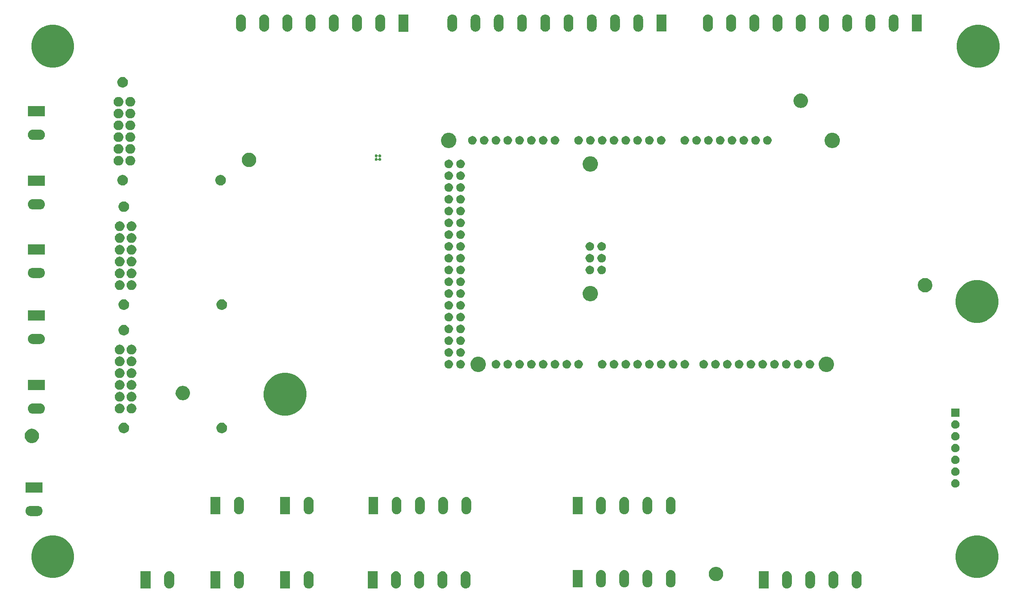
<source format=gbr>
G04 #@! TF.GenerationSoftware,KiCad,Pcbnew,(5.1.6)-1*
G04 #@! TF.CreationDate,2020-06-16T22:34:24-04:00*
G04 #@! TF.ProjectId,gantry-controller-prototype-DUE,67616e74-7279-42d6-936f-6e74726f6c6c,rev?*
G04 #@! TF.SameCoordinates,Original*
G04 #@! TF.FileFunction,Soldermask,Bot*
G04 #@! TF.FilePolarity,Negative*
%FSLAX46Y46*%
G04 Gerber Fmt 4.6, Leading zero omitted, Abs format (unit mm)*
G04 Created by KiCad (PCBNEW (5.1.6)-1) date 2020-06-16 22:34:24*
%MOMM*%
%LPD*%
G01*
G04 APERTURE LIST*
%ADD10C,0.100000*%
G04 APERTURE END LIST*
D10*
G36*
X105293870Y-158164786D02*
G01*
X105499529Y-158227172D01*
X105631273Y-158297591D01*
X105689059Y-158328478D01*
X105855186Y-158464814D01*
X105977022Y-158613273D01*
X105991525Y-158630945D01*
X106092828Y-158820470D01*
X106155214Y-159026129D01*
X106171000Y-159186409D01*
X106171000Y-160813591D01*
X106155214Y-160973871D01*
X106092828Y-161179530D01*
X105991525Y-161369055D01*
X105991523Y-161369058D01*
X105991522Y-161369059D01*
X105855186Y-161535186D01*
X105689059Y-161671522D01*
X105689055Y-161671525D01*
X105499530Y-161772828D01*
X105293871Y-161835214D01*
X105080000Y-161856278D01*
X104866130Y-161835214D01*
X104660471Y-161772828D01*
X104470946Y-161671525D01*
X104470942Y-161671522D01*
X104304815Y-161535186D01*
X104168479Y-161369059D01*
X104168478Y-161369058D01*
X104168476Y-161369055D01*
X104067171Y-161179527D01*
X104004786Y-160973874D01*
X103989000Y-160813591D01*
X103989000Y-159186410D01*
X104004786Y-159026130D01*
X104067172Y-158820471D01*
X104168477Y-158630943D01*
X104168478Y-158630941D01*
X104304814Y-158464814D01*
X104470941Y-158328478D01*
X104470942Y-158328477D01*
X104470945Y-158328475D01*
X104660470Y-158227172D01*
X104866129Y-158164786D01*
X105080000Y-158143722D01*
X105293870Y-158164786D01*
G37*
G36*
X90293870Y-158164786D02*
G01*
X90499529Y-158227172D01*
X90631273Y-158297591D01*
X90689059Y-158328478D01*
X90855186Y-158464814D01*
X90977022Y-158613273D01*
X90991525Y-158630945D01*
X91092828Y-158820470D01*
X91155214Y-159026129D01*
X91171000Y-159186409D01*
X91171000Y-160813591D01*
X91155214Y-160973871D01*
X91092828Y-161179530D01*
X90991525Y-161369055D01*
X90991523Y-161369058D01*
X90991522Y-161369059D01*
X90855186Y-161535186D01*
X90689059Y-161671522D01*
X90689055Y-161671525D01*
X90499530Y-161772828D01*
X90293871Y-161835214D01*
X90080000Y-161856278D01*
X89866130Y-161835214D01*
X89660471Y-161772828D01*
X89470946Y-161671525D01*
X89470942Y-161671522D01*
X89304815Y-161535186D01*
X89168479Y-161369059D01*
X89168478Y-161369058D01*
X89168476Y-161369055D01*
X89067171Y-161179527D01*
X89004786Y-160973874D01*
X88989000Y-160813591D01*
X88989000Y-159186410D01*
X89004786Y-159026130D01*
X89067172Y-158820471D01*
X89168477Y-158630943D01*
X89168478Y-158630941D01*
X89304814Y-158464814D01*
X89470941Y-158328478D01*
X89470942Y-158328477D01*
X89470945Y-158328475D01*
X89660470Y-158227172D01*
X89866129Y-158164786D01*
X90080000Y-158143722D01*
X90293870Y-158164786D01*
G37*
G36*
X75293870Y-158164786D02*
G01*
X75499529Y-158227172D01*
X75631273Y-158297591D01*
X75689059Y-158328478D01*
X75855186Y-158464814D01*
X75977022Y-158613273D01*
X75991525Y-158630945D01*
X76092828Y-158820470D01*
X76155214Y-159026129D01*
X76171000Y-159186409D01*
X76171000Y-160813591D01*
X76155214Y-160973871D01*
X76092828Y-161179530D01*
X75991525Y-161369055D01*
X75991523Y-161369058D01*
X75991522Y-161369059D01*
X75855186Y-161535186D01*
X75689059Y-161671522D01*
X75689055Y-161671525D01*
X75499530Y-161772828D01*
X75293871Y-161835214D01*
X75080000Y-161856278D01*
X74866130Y-161835214D01*
X74660471Y-161772828D01*
X74470946Y-161671525D01*
X74470942Y-161671522D01*
X74304815Y-161535186D01*
X74168479Y-161369059D01*
X74168478Y-161369058D01*
X74168476Y-161369055D01*
X74067171Y-161179527D01*
X74004786Y-160973874D01*
X73989000Y-160813591D01*
X73989000Y-159186410D01*
X74004786Y-159026130D01*
X74067172Y-158820471D01*
X74168477Y-158630943D01*
X74168478Y-158630941D01*
X74304814Y-158464814D01*
X74470941Y-158328478D01*
X74470942Y-158328477D01*
X74470945Y-158328475D01*
X74660470Y-158227172D01*
X74866129Y-158164786D01*
X75080000Y-158143722D01*
X75293870Y-158164786D01*
G37*
G36*
X139078031Y-158164207D02*
G01*
X139276145Y-158224305D01*
X139276148Y-158224306D01*
X139342030Y-158259521D01*
X139458729Y-158321897D01*
X139618765Y-158453235D01*
X139750103Y-158613271D01*
X139795939Y-158699025D01*
X139847694Y-158795851D01*
X139847694Y-158795852D01*
X139847695Y-158795854D01*
X139907793Y-158993968D01*
X139923000Y-159148370D01*
X139923000Y-160851630D01*
X139907793Y-161006032D01*
X139863292Y-161152729D01*
X139847694Y-161204149D01*
X139795939Y-161300975D01*
X139750103Y-161386729D01*
X139618765Y-161546765D01*
X139458729Y-161678103D01*
X139372975Y-161723939D01*
X139276149Y-161775694D01*
X139276146Y-161775695D01*
X139078032Y-161835793D01*
X138872000Y-161856085D01*
X138665969Y-161835793D01*
X138467855Y-161775695D01*
X138467852Y-161775694D01*
X138371026Y-161723939D01*
X138285272Y-161678103D01*
X138125236Y-161546765D01*
X137993898Y-161386729D01*
X137954364Y-161312765D01*
X137896305Y-161204146D01*
X137836207Y-161006033D01*
X137821000Y-160851631D01*
X137821000Y-159148370D01*
X137827995Y-159077353D01*
X137836207Y-158993969D01*
X137896305Y-158795855D01*
X137896306Y-158795852D01*
X137931521Y-158729970D01*
X137993897Y-158613271D01*
X138125235Y-158453235D01*
X138285271Y-158321897D01*
X138371025Y-158276061D01*
X138467851Y-158224306D01*
X138467854Y-158224305D01*
X138665968Y-158164207D01*
X138872000Y-158143915D01*
X139078031Y-158164207D01*
G37*
G36*
X223206031Y-158164207D02*
G01*
X223404145Y-158224305D01*
X223404148Y-158224306D01*
X223470030Y-158259521D01*
X223586729Y-158321897D01*
X223746765Y-158453235D01*
X223878103Y-158613271D01*
X223923939Y-158699025D01*
X223975694Y-158795851D01*
X223975694Y-158795852D01*
X223975695Y-158795854D01*
X224035793Y-158993968D01*
X224051000Y-159148370D01*
X224051000Y-160851630D01*
X224035793Y-161006032D01*
X223991292Y-161152729D01*
X223975694Y-161204149D01*
X223923939Y-161300975D01*
X223878103Y-161386729D01*
X223746765Y-161546765D01*
X223586729Y-161678103D01*
X223500975Y-161723939D01*
X223404149Y-161775694D01*
X223404146Y-161775695D01*
X223206032Y-161835793D01*
X223000000Y-161856085D01*
X222793969Y-161835793D01*
X222595855Y-161775695D01*
X222595852Y-161775694D01*
X222499026Y-161723939D01*
X222413272Y-161678103D01*
X222253236Y-161546765D01*
X222121898Y-161386729D01*
X222082364Y-161312765D01*
X222024305Y-161204146D01*
X221964207Y-161006033D01*
X221949000Y-160851631D01*
X221949000Y-159148370D01*
X221955995Y-159077353D01*
X221964207Y-158993969D01*
X222024305Y-158795855D01*
X222024306Y-158795852D01*
X222059521Y-158729970D01*
X222121897Y-158613271D01*
X222253235Y-158453235D01*
X222413271Y-158321897D01*
X222499025Y-158276061D01*
X222595851Y-158224306D01*
X222595854Y-158224305D01*
X222793968Y-158164207D01*
X223000000Y-158143915D01*
X223206031Y-158164207D01*
G37*
G36*
X218206031Y-158164207D02*
G01*
X218404145Y-158224305D01*
X218404148Y-158224306D01*
X218470030Y-158259521D01*
X218586729Y-158321897D01*
X218746765Y-158453235D01*
X218878103Y-158613271D01*
X218923939Y-158699025D01*
X218975694Y-158795851D01*
X218975694Y-158795852D01*
X218975695Y-158795854D01*
X219035793Y-158993968D01*
X219051000Y-159148370D01*
X219051000Y-160851630D01*
X219035793Y-161006032D01*
X218991292Y-161152729D01*
X218975694Y-161204149D01*
X218923939Y-161300975D01*
X218878103Y-161386729D01*
X218746765Y-161546765D01*
X218586729Y-161678103D01*
X218500975Y-161723939D01*
X218404149Y-161775694D01*
X218404146Y-161775695D01*
X218206032Y-161835793D01*
X218000000Y-161856085D01*
X217793969Y-161835793D01*
X217595855Y-161775695D01*
X217595852Y-161775694D01*
X217499026Y-161723939D01*
X217413272Y-161678103D01*
X217253236Y-161546765D01*
X217121898Y-161386729D01*
X217082364Y-161312765D01*
X217024305Y-161204146D01*
X216964207Y-161006033D01*
X216949000Y-160851631D01*
X216949000Y-159148370D01*
X216955995Y-159077353D01*
X216964207Y-158993969D01*
X217024305Y-158795855D01*
X217024306Y-158795852D01*
X217059521Y-158729970D01*
X217121897Y-158613271D01*
X217253235Y-158453235D01*
X217413271Y-158321897D01*
X217499025Y-158276061D01*
X217595851Y-158224306D01*
X217595854Y-158224305D01*
X217793968Y-158164207D01*
X218000000Y-158143915D01*
X218206031Y-158164207D01*
G37*
G36*
X213206031Y-158164207D02*
G01*
X213404145Y-158224305D01*
X213404148Y-158224306D01*
X213470030Y-158259521D01*
X213586729Y-158321897D01*
X213746765Y-158453235D01*
X213878103Y-158613271D01*
X213923939Y-158699025D01*
X213975694Y-158795851D01*
X213975694Y-158795852D01*
X213975695Y-158795854D01*
X214035793Y-158993968D01*
X214051000Y-159148370D01*
X214051000Y-160851630D01*
X214035793Y-161006032D01*
X213991292Y-161152729D01*
X213975694Y-161204149D01*
X213923939Y-161300975D01*
X213878103Y-161386729D01*
X213746765Y-161546765D01*
X213586729Y-161678103D01*
X213500975Y-161723939D01*
X213404149Y-161775694D01*
X213404146Y-161775695D01*
X213206032Y-161835793D01*
X213000000Y-161856085D01*
X212793969Y-161835793D01*
X212595855Y-161775695D01*
X212595852Y-161775694D01*
X212499026Y-161723939D01*
X212413272Y-161678103D01*
X212253236Y-161546765D01*
X212121898Y-161386729D01*
X212082364Y-161312765D01*
X212024305Y-161204146D01*
X211964207Y-161006033D01*
X211949000Y-160851631D01*
X211949000Y-159148370D01*
X211955995Y-159077353D01*
X211964207Y-158993969D01*
X212024305Y-158795855D01*
X212024306Y-158795852D01*
X212059521Y-158729970D01*
X212121897Y-158613271D01*
X212253235Y-158453235D01*
X212413271Y-158321897D01*
X212499025Y-158276061D01*
X212595851Y-158224306D01*
X212595854Y-158224305D01*
X212793968Y-158164207D01*
X213000000Y-158143915D01*
X213206031Y-158164207D01*
G37*
G36*
X134078031Y-158164207D02*
G01*
X134276145Y-158224305D01*
X134276148Y-158224306D01*
X134342030Y-158259521D01*
X134458729Y-158321897D01*
X134618765Y-158453235D01*
X134750103Y-158613271D01*
X134795939Y-158699025D01*
X134847694Y-158795851D01*
X134847694Y-158795852D01*
X134847695Y-158795854D01*
X134907793Y-158993968D01*
X134923000Y-159148370D01*
X134923000Y-160851630D01*
X134907793Y-161006032D01*
X134863292Y-161152729D01*
X134847694Y-161204149D01*
X134795939Y-161300975D01*
X134750103Y-161386729D01*
X134618765Y-161546765D01*
X134458729Y-161678103D01*
X134372975Y-161723939D01*
X134276149Y-161775694D01*
X134276146Y-161775695D01*
X134078032Y-161835793D01*
X133872000Y-161856085D01*
X133665969Y-161835793D01*
X133467855Y-161775695D01*
X133467852Y-161775694D01*
X133371026Y-161723939D01*
X133285272Y-161678103D01*
X133125236Y-161546765D01*
X132993898Y-161386729D01*
X132954364Y-161312765D01*
X132896305Y-161204146D01*
X132836207Y-161006033D01*
X132821000Y-160851631D01*
X132821000Y-159148370D01*
X132827995Y-159077353D01*
X132836207Y-158993969D01*
X132896305Y-158795855D01*
X132896306Y-158795852D01*
X132931521Y-158729970D01*
X132993897Y-158613271D01*
X133125235Y-158453235D01*
X133285271Y-158321897D01*
X133371025Y-158276061D01*
X133467851Y-158224306D01*
X133467854Y-158224305D01*
X133665968Y-158164207D01*
X133872000Y-158143915D01*
X134078031Y-158164207D01*
G37*
G36*
X129078031Y-158164207D02*
G01*
X129276145Y-158224305D01*
X129276148Y-158224306D01*
X129342030Y-158259521D01*
X129458729Y-158321897D01*
X129618765Y-158453235D01*
X129750103Y-158613271D01*
X129795939Y-158699025D01*
X129847694Y-158795851D01*
X129847694Y-158795852D01*
X129847695Y-158795854D01*
X129907793Y-158993968D01*
X129923000Y-159148370D01*
X129923000Y-160851630D01*
X129907793Y-161006032D01*
X129863292Y-161152729D01*
X129847694Y-161204149D01*
X129795939Y-161300975D01*
X129750103Y-161386729D01*
X129618765Y-161546765D01*
X129458729Y-161678103D01*
X129372975Y-161723939D01*
X129276149Y-161775694D01*
X129276146Y-161775695D01*
X129078032Y-161835793D01*
X128872000Y-161856085D01*
X128665969Y-161835793D01*
X128467855Y-161775695D01*
X128467852Y-161775694D01*
X128371026Y-161723939D01*
X128285272Y-161678103D01*
X128125236Y-161546765D01*
X127993898Y-161386729D01*
X127954364Y-161312765D01*
X127896305Y-161204146D01*
X127836207Y-161006033D01*
X127821000Y-160851631D01*
X127821000Y-159148370D01*
X127827995Y-159077353D01*
X127836207Y-158993969D01*
X127896305Y-158795855D01*
X127896306Y-158795852D01*
X127931521Y-158729970D01*
X127993897Y-158613271D01*
X128125235Y-158453235D01*
X128285271Y-158321897D01*
X128371025Y-158276061D01*
X128467851Y-158224306D01*
X128467854Y-158224305D01*
X128665968Y-158164207D01*
X128872000Y-158143915D01*
X129078031Y-158164207D01*
G37*
G36*
X124078031Y-158164207D02*
G01*
X124276145Y-158224305D01*
X124276148Y-158224306D01*
X124342030Y-158259521D01*
X124458729Y-158321897D01*
X124618765Y-158453235D01*
X124750103Y-158613271D01*
X124795939Y-158699025D01*
X124847694Y-158795851D01*
X124847694Y-158795852D01*
X124847695Y-158795854D01*
X124907793Y-158993968D01*
X124923000Y-159148370D01*
X124923000Y-160851630D01*
X124907793Y-161006032D01*
X124863292Y-161152729D01*
X124847694Y-161204149D01*
X124795939Y-161300975D01*
X124750103Y-161386729D01*
X124618765Y-161546765D01*
X124458729Y-161678103D01*
X124372975Y-161723939D01*
X124276149Y-161775694D01*
X124276146Y-161775695D01*
X124078032Y-161835793D01*
X123872000Y-161856085D01*
X123665969Y-161835793D01*
X123467855Y-161775695D01*
X123467852Y-161775694D01*
X123371026Y-161723939D01*
X123285272Y-161678103D01*
X123125236Y-161546765D01*
X122993898Y-161386729D01*
X122954364Y-161312765D01*
X122896305Y-161204146D01*
X122836207Y-161006033D01*
X122821000Y-160851631D01*
X122821000Y-159148370D01*
X122827995Y-159077353D01*
X122836207Y-158993969D01*
X122896305Y-158795855D01*
X122896306Y-158795852D01*
X122931521Y-158729970D01*
X122993897Y-158613271D01*
X123125235Y-158453235D01*
X123285271Y-158321897D01*
X123371025Y-158276061D01*
X123467851Y-158224306D01*
X123467854Y-158224305D01*
X123665968Y-158164207D01*
X123872000Y-158143915D01*
X124078031Y-158164207D01*
G37*
G36*
X208206031Y-158164207D02*
G01*
X208404145Y-158224305D01*
X208404148Y-158224306D01*
X208470030Y-158259521D01*
X208586729Y-158321897D01*
X208746765Y-158453235D01*
X208878103Y-158613271D01*
X208923939Y-158699025D01*
X208975694Y-158795851D01*
X208975694Y-158795852D01*
X208975695Y-158795854D01*
X209035793Y-158993968D01*
X209051000Y-159148370D01*
X209051000Y-160851630D01*
X209035793Y-161006032D01*
X208991292Y-161152729D01*
X208975694Y-161204149D01*
X208923939Y-161300975D01*
X208878103Y-161386729D01*
X208746765Y-161546765D01*
X208586729Y-161678103D01*
X208500975Y-161723939D01*
X208404149Y-161775694D01*
X208404146Y-161775695D01*
X208206032Y-161835793D01*
X208000000Y-161856085D01*
X207793969Y-161835793D01*
X207595855Y-161775695D01*
X207595852Y-161775694D01*
X207499026Y-161723939D01*
X207413272Y-161678103D01*
X207253236Y-161546765D01*
X207121898Y-161386729D01*
X207082364Y-161312765D01*
X207024305Y-161204146D01*
X206964207Y-161006033D01*
X206949000Y-160851631D01*
X206949000Y-159148370D01*
X206955995Y-159077353D01*
X206964207Y-158993969D01*
X207024305Y-158795855D01*
X207024306Y-158795852D01*
X207059521Y-158729970D01*
X207121897Y-158613271D01*
X207253235Y-158453235D01*
X207413271Y-158321897D01*
X207499025Y-158276061D01*
X207595851Y-158224306D01*
X207595854Y-158224305D01*
X207793968Y-158164207D01*
X208000000Y-158143915D01*
X208206031Y-158164207D01*
G37*
G36*
X86091000Y-161851000D02*
G01*
X83909000Y-161851000D01*
X83909000Y-158149000D01*
X86091000Y-158149000D01*
X86091000Y-161851000D01*
G37*
G36*
X204051000Y-161851000D02*
G01*
X201949000Y-161851000D01*
X201949000Y-158149000D01*
X204051000Y-158149000D01*
X204051000Y-161851000D01*
G37*
G36*
X119923000Y-161851000D02*
G01*
X117821000Y-161851000D01*
X117821000Y-158149000D01*
X119923000Y-158149000D01*
X119923000Y-161851000D01*
G37*
G36*
X101091000Y-161851000D02*
G01*
X98909000Y-161851000D01*
X98909000Y-158149000D01*
X101091000Y-158149000D01*
X101091000Y-161851000D01*
G37*
G36*
X71091000Y-161851000D02*
G01*
X68909000Y-161851000D01*
X68909000Y-158149000D01*
X71091000Y-158149000D01*
X71091000Y-161851000D01*
G37*
G36*
X168206031Y-157930207D02*
G01*
X168404145Y-157990305D01*
X168404148Y-157990306D01*
X168470030Y-158025521D01*
X168586729Y-158087897D01*
X168746765Y-158219235D01*
X168878103Y-158379271D01*
X168878104Y-158379273D01*
X168975694Y-158561851D01*
X168975694Y-158561852D01*
X168975695Y-158561854D01*
X169035793Y-158759968D01*
X169051000Y-158914370D01*
X169051000Y-160617630D01*
X169035793Y-160772032D01*
X168975695Y-160970146D01*
X168975694Y-160970149D01*
X168923939Y-161066975D01*
X168878103Y-161152729D01*
X168746765Y-161312765D01*
X168586729Y-161444103D01*
X168500975Y-161489939D01*
X168404149Y-161541694D01*
X168404146Y-161541695D01*
X168206032Y-161601793D01*
X168000000Y-161622085D01*
X167793969Y-161601793D01*
X167595855Y-161541695D01*
X167595852Y-161541694D01*
X167499026Y-161489939D01*
X167413272Y-161444103D01*
X167253236Y-161312765D01*
X167121898Y-161152729D01*
X167087904Y-161089130D01*
X167024305Y-160970146D01*
X166964207Y-160772033D01*
X166949000Y-160617631D01*
X166949000Y-158914370D01*
X166964207Y-158759971D01*
X166964207Y-158759969D01*
X167024305Y-158561855D01*
X167024306Y-158561852D01*
X167059521Y-158495970D01*
X167121897Y-158379271D01*
X167253235Y-158219235D01*
X167413271Y-158087897D01*
X167499025Y-158042061D01*
X167595851Y-157990306D01*
X167595854Y-157990305D01*
X167793968Y-157930207D01*
X168000000Y-157909915D01*
X168206031Y-157930207D01*
G37*
G36*
X173206031Y-157930207D02*
G01*
X173404145Y-157990305D01*
X173404148Y-157990306D01*
X173470030Y-158025521D01*
X173586729Y-158087897D01*
X173746765Y-158219235D01*
X173878103Y-158379271D01*
X173878104Y-158379273D01*
X173975694Y-158561851D01*
X173975694Y-158561852D01*
X173975695Y-158561854D01*
X174035793Y-158759968D01*
X174051000Y-158914370D01*
X174051000Y-160617630D01*
X174035793Y-160772032D01*
X173975695Y-160970146D01*
X173975694Y-160970149D01*
X173923939Y-161066975D01*
X173878103Y-161152729D01*
X173746765Y-161312765D01*
X173586729Y-161444103D01*
X173500975Y-161489939D01*
X173404149Y-161541694D01*
X173404146Y-161541695D01*
X173206032Y-161601793D01*
X173000000Y-161622085D01*
X172793969Y-161601793D01*
X172595855Y-161541695D01*
X172595852Y-161541694D01*
X172499026Y-161489939D01*
X172413272Y-161444103D01*
X172253236Y-161312765D01*
X172121898Y-161152729D01*
X172087904Y-161089130D01*
X172024305Y-160970146D01*
X171964207Y-160772033D01*
X171949000Y-160617631D01*
X171949000Y-158914370D01*
X171964207Y-158759971D01*
X171964207Y-158759969D01*
X172024305Y-158561855D01*
X172024306Y-158561852D01*
X172059521Y-158495970D01*
X172121897Y-158379271D01*
X172253235Y-158219235D01*
X172413271Y-158087897D01*
X172499025Y-158042061D01*
X172595851Y-157990306D01*
X172595854Y-157990305D01*
X172793968Y-157930207D01*
X173000000Y-157909915D01*
X173206031Y-157930207D01*
G37*
G36*
X183206031Y-157930207D02*
G01*
X183404145Y-157990305D01*
X183404148Y-157990306D01*
X183470030Y-158025521D01*
X183586729Y-158087897D01*
X183746765Y-158219235D01*
X183878103Y-158379271D01*
X183878104Y-158379273D01*
X183975694Y-158561851D01*
X183975694Y-158561852D01*
X183975695Y-158561854D01*
X184035793Y-158759968D01*
X184051000Y-158914370D01*
X184051000Y-160617630D01*
X184035793Y-160772032D01*
X183975695Y-160970146D01*
X183975694Y-160970149D01*
X183923939Y-161066975D01*
X183878103Y-161152729D01*
X183746765Y-161312765D01*
X183586729Y-161444103D01*
X183500975Y-161489939D01*
X183404149Y-161541694D01*
X183404146Y-161541695D01*
X183206032Y-161601793D01*
X183000000Y-161622085D01*
X182793969Y-161601793D01*
X182595855Y-161541695D01*
X182595852Y-161541694D01*
X182499026Y-161489939D01*
X182413272Y-161444103D01*
X182253236Y-161312765D01*
X182121898Y-161152729D01*
X182087904Y-161089130D01*
X182024305Y-160970146D01*
X181964207Y-160772033D01*
X181949000Y-160617631D01*
X181949000Y-158914370D01*
X181964207Y-158759971D01*
X181964207Y-158759969D01*
X182024305Y-158561855D01*
X182024306Y-158561852D01*
X182059521Y-158495970D01*
X182121897Y-158379271D01*
X182253235Y-158219235D01*
X182413271Y-158087897D01*
X182499025Y-158042061D01*
X182595851Y-157990306D01*
X182595854Y-157990305D01*
X182793968Y-157930207D01*
X183000000Y-157909915D01*
X183206031Y-157930207D01*
G37*
G36*
X178206031Y-157930207D02*
G01*
X178404145Y-157990305D01*
X178404148Y-157990306D01*
X178470030Y-158025521D01*
X178586729Y-158087897D01*
X178746765Y-158219235D01*
X178878103Y-158379271D01*
X178878104Y-158379273D01*
X178975694Y-158561851D01*
X178975694Y-158561852D01*
X178975695Y-158561854D01*
X179035793Y-158759968D01*
X179051000Y-158914370D01*
X179051000Y-160617630D01*
X179035793Y-160772032D01*
X178975695Y-160970146D01*
X178975694Y-160970149D01*
X178923939Y-161066975D01*
X178878103Y-161152729D01*
X178746765Y-161312765D01*
X178586729Y-161444103D01*
X178500975Y-161489939D01*
X178404149Y-161541694D01*
X178404146Y-161541695D01*
X178206032Y-161601793D01*
X178000000Y-161622085D01*
X177793969Y-161601793D01*
X177595855Y-161541695D01*
X177595852Y-161541694D01*
X177499026Y-161489939D01*
X177413272Y-161444103D01*
X177253236Y-161312765D01*
X177121898Y-161152729D01*
X177087904Y-161089130D01*
X177024305Y-160970146D01*
X176964207Y-160772033D01*
X176949000Y-160617631D01*
X176949000Y-158914370D01*
X176964207Y-158759971D01*
X176964207Y-158759969D01*
X177024305Y-158561855D01*
X177024306Y-158561852D01*
X177059521Y-158495970D01*
X177121897Y-158379271D01*
X177253235Y-158219235D01*
X177413271Y-158087897D01*
X177499025Y-158042061D01*
X177595851Y-157990306D01*
X177595854Y-157990305D01*
X177793968Y-157930207D01*
X178000000Y-157909915D01*
X178206031Y-157930207D01*
G37*
G36*
X164051000Y-161617000D02*
G01*
X161949000Y-161617000D01*
X161949000Y-157915000D01*
X164051000Y-157915000D01*
X164051000Y-161617000D01*
G37*
G36*
X193052585Y-157228802D02*
G01*
X193202410Y-157258604D01*
X193484674Y-157375521D01*
X193738705Y-157545259D01*
X193954741Y-157761295D01*
X194124479Y-158015326D01*
X194241396Y-158297590D01*
X194257644Y-158379273D01*
X194301000Y-158597239D01*
X194301000Y-158902761D01*
X194282857Y-158993970D01*
X194241396Y-159202410D01*
X194124479Y-159484674D01*
X193954741Y-159738705D01*
X193738705Y-159954741D01*
X193484674Y-160124479D01*
X193202410Y-160241396D01*
X193052585Y-160271198D01*
X192902761Y-160301000D01*
X192597239Y-160301000D01*
X192447415Y-160271198D01*
X192297590Y-160241396D01*
X192015326Y-160124479D01*
X191761295Y-159954741D01*
X191545259Y-159738705D01*
X191375521Y-159484674D01*
X191258604Y-159202410D01*
X191217143Y-158993970D01*
X191199000Y-158902761D01*
X191199000Y-158597239D01*
X191242356Y-158379273D01*
X191258604Y-158297590D01*
X191375521Y-158015326D01*
X191545259Y-157761295D01*
X191761295Y-157545259D01*
X192015326Y-157375521D01*
X192297590Y-157258604D01*
X192447415Y-157228802D01*
X192597239Y-157199000D01*
X192902761Y-157199000D01*
X193052585Y-157228802D01*
G37*
G36*
X249817610Y-150487407D02*
G01*
X250262062Y-150575814D01*
X251099391Y-150922647D01*
X251852966Y-151426170D01*
X252493830Y-152067034D01*
X252997353Y-152820609D01*
X253344186Y-153657938D01*
X253521000Y-154546841D01*
X253521000Y-155453159D01*
X253344186Y-156342062D01*
X252997353Y-157179391D01*
X252493830Y-157932966D01*
X251852966Y-158573830D01*
X251099391Y-159077353D01*
X250262062Y-159424186D01*
X249373160Y-159601000D01*
X248466840Y-159601000D01*
X247577938Y-159424186D01*
X246740609Y-159077353D01*
X245987034Y-158573830D01*
X245346170Y-157932966D01*
X244842647Y-157179391D01*
X244495814Y-156342062D01*
X244319000Y-155453159D01*
X244319000Y-154546841D01*
X244495814Y-153657938D01*
X244842647Y-152820609D01*
X245346170Y-152067034D01*
X245987034Y-151426170D01*
X246740609Y-150922647D01*
X247577938Y-150575814D01*
X248022390Y-150487407D01*
X248466840Y-150399000D01*
X249373160Y-150399000D01*
X249817610Y-150487407D01*
G37*
G36*
X50897610Y-150487407D02*
G01*
X51342062Y-150575814D01*
X52179391Y-150922647D01*
X52932966Y-151426170D01*
X53573830Y-152067034D01*
X54077353Y-152820609D01*
X54424186Y-153657938D01*
X54601000Y-154546841D01*
X54601000Y-155453159D01*
X54424186Y-156342062D01*
X54077353Y-157179391D01*
X53573830Y-157932966D01*
X52932966Y-158573830D01*
X52179391Y-159077353D01*
X51342062Y-159424186D01*
X50453160Y-159601000D01*
X49546840Y-159601000D01*
X48657938Y-159424186D01*
X47820609Y-159077353D01*
X47067034Y-158573830D01*
X46426170Y-157932966D01*
X45922647Y-157179391D01*
X45575814Y-156342062D01*
X45399000Y-155453159D01*
X45399000Y-154546841D01*
X45575814Y-153657938D01*
X45922647Y-152820609D01*
X46426170Y-152067034D01*
X47067034Y-151426170D01*
X47820609Y-150922647D01*
X48657938Y-150575814D01*
X49102390Y-150487407D01*
X49546840Y-150399000D01*
X50453160Y-150399000D01*
X50897610Y-150487407D01*
G37*
G36*
X46947871Y-144085786D02*
G01*
X47153530Y-144148172D01*
X47343055Y-144249475D01*
X47343058Y-144249477D01*
X47343059Y-144249478D01*
X47509186Y-144385814D01*
X47645522Y-144551941D01*
X47645525Y-144551945D01*
X47746828Y-144741470D01*
X47809214Y-144947129D01*
X47830278Y-145161000D01*
X47809214Y-145374871D01*
X47746828Y-145580530D01*
X47645525Y-145770055D01*
X47645523Y-145770058D01*
X47645522Y-145770059D01*
X47509186Y-145936186D01*
X47343059Y-146072522D01*
X47343055Y-146072525D01*
X47153530Y-146173828D01*
X46947871Y-146236214D01*
X46787591Y-146252000D01*
X45160409Y-146252000D01*
X45000129Y-146236214D01*
X44794470Y-146173828D01*
X44604945Y-146072525D01*
X44604941Y-146072522D01*
X44438814Y-145936186D01*
X44302478Y-145770059D01*
X44302477Y-145770058D01*
X44302475Y-145770055D01*
X44201172Y-145580530D01*
X44138786Y-145374871D01*
X44117722Y-145161000D01*
X44138786Y-144947129D01*
X44201172Y-144741470D01*
X44302475Y-144551945D01*
X44302478Y-144551941D01*
X44438814Y-144385814D01*
X44604941Y-144249478D01*
X44604942Y-144249477D01*
X44604945Y-144249475D01*
X44794470Y-144148172D01*
X45000129Y-144085786D01*
X45160409Y-144070000D01*
X46787591Y-144070000D01*
X46947871Y-144085786D01*
G37*
G36*
X90293870Y-142164786D02*
G01*
X90499529Y-142227172D01*
X90669607Y-142318081D01*
X90689059Y-142328478D01*
X90855186Y-142464814D01*
X90977022Y-142613273D01*
X90991525Y-142630945D01*
X91092828Y-142820470D01*
X91155214Y-143026129D01*
X91171000Y-143186409D01*
X91171000Y-144813591D01*
X91155214Y-144973871D01*
X91092828Y-145179530D01*
X90991525Y-145369055D01*
X90991523Y-145369058D01*
X90991522Y-145369059D01*
X90855186Y-145535186D01*
X90689059Y-145671522D01*
X90689055Y-145671525D01*
X90499530Y-145772828D01*
X90293871Y-145835214D01*
X90080000Y-145856278D01*
X89866130Y-145835214D01*
X89660471Y-145772828D01*
X89470946Y-145671525D01*
X89470942Y-145671522D01*
X89304815Y-145535186D01*
X89168479Y-145369059D01*
X89168478Y-145369058D01*
X89168476Y-145369055D01*
X89067171Y-145179527D01*
X89004786Y-144973874D01*
X88989000Y-144813591D01*
X88989000Y-143186410D01*
X89004786Y-143026130D01*
X89067172Y-142820471D01*
X89168477Y-142630943D01*
X89168478Y-142630941D01*
X89304814Y-142464814D01*
X89470941Y-142328478D01*
X89470942Y-142328477D01*
X89470945Y-142328475D01*
X89660470Y-142227172D01*
X89866129Y-142164786D01*
X90080000Y-142143722D01*
X90293870Y-142164786D01*
G37*
G36*
X105293870Y-142164786D02*
G01*
X105499529Y-142227172D01*
X105669607Y-142318081D01*
X105689059Y-142328478D01*
X105855186Y-142464814D01*
X105977022Y-142613273D01*
X105991525Y-142630945D01*
X106092828Y-142820470D01*
X106155214Y-143026129D01*
X106171000Y-143186409D01*
X106171000Y-144813591D01*
X106155214Y-144973871D01*
X106092828Y-145179530D01*
X105991525Y-145369055D01*
X105991523Y-145369058D01*
X105991522Y-145369059D01*
X105855186Y-145535186D01*
X105689059Y-145671522D01*
X105689055Y-145671525D01*
X105499530Y-145772828D01*
X105293871Y-145835214D01*
X105080000Y-145856278D01*
X104866130Y-145835214D01*
X104660471Y-145772828D01*
X104470946Y-145671525D01*
X104470942Y-145671522D01*
X104304815Y-145535186D01*
X104168479Y-145369059D01*
X104168478Y-145369058D01*
X104168476Y-145369055D01*
X104067171Y-145179527D01*
X104004786Y-144973874D01*
X103989000Y-144813591D01*
X103989000Y-143186410D01*
X104004786Y-143026130D01*
X104067172Y-142820471D01*
X104168477Y-142630943D01*
X104168478Y-142630941D01*
X104304814Y-142464814D01*
X104470941Y-142328478D01*
X104470942Y-142328477D01*
X104470945Y-142328475D01*
X104660470Y-142227172D01*
X104866129Y-142164786D01*
X105080000Y-142143722D01*
X105293870Y-142164786D01*
G37*
G36*
X178206031Y-142164207D02*
G01*
X178404145Y-142224305D01*
X178404148Y-142224306D01*
X178470030Y-142259521D01*
X178586729Y-142321897D01*
X178746765Y-142453235D01*
X178878103Y-142613271D01*
X178923939Y-142699025D01*
X178975694Y-142795851D01*
X178975694Y-142795852D01*
X178975695Y-142795854D01*
X179035793Y-142993968D01*
X179051000Y-143148370D01*
X179051000Y-144851630D01*
X179035793Y-145006032D01*
X178988783Y-145161000D01*
X178975694Y-145204149D01*
X178923939Y-145300975D01*
X178878103Y-145386729D01*
X178746765Y-145546765D01*
X178586729Y-145678103D01*
X178500975Y-145723939D01*
X178404149Y-145775694D01*
X178404146Y-145775695D01*
X178206032Y-145835793D01*
X178000000Y-145856085D01*
X177793969Y-145835793D01*
X177595855Y-145775695D01*
X177595852Y-145775694D01*
X177499026Y-145723939D01*
X177413272Y-145678103D01*
X177253236Y-145546765D01*
X177121898Y-145386729D01*
X177087904Y-145323130D01*
X177024305Y-145204146D01*
X176964207Y-145006033D01*
X176949000Y-144851631D01*
X176949000Y-143148370D01*
X176954069Y-143096904D01*
X176964207Y-142993969D01*
X177024305Y-142795855D01*
X177024306Y-142795852D01*
X177059521Y-142729970D01*
X177121897Y-142613271D01*
X177253235Y-142453235D01*
X177413271Y-142321897D01*
X177499025Y-142276061D01*
X177595851Y-142224306D01*
X177595854Y-142224305D01*
X177793968Y-142164207D01*
X178000000Y-142143915D01*
X178206031Y-142164207D01*
G37*
G36*
X173206031Y-142164207D02*
G01*
X173404145Y-142224305D01*
X173404148Y-142224306D01*
X173470030Y-142259521D01*
X173586729Y-142321897D01*
X173746765Y-142453235D01*
X173878103Y-142613271D01*
X173923939Y-142699025D01*
X173975694Y-142795851D01*
X173975694Y-142795852D01*
X173975695Y-142795854D01*
X174035793Y-142993968D01*
X174051000Y-143148370D01*
X174051000Y-144851630D01*
X174035793Y-145006032D01*
X173988783Y-145161000D01*
X173975694Y-145204149D01*
X173923939Y-145300975D01*
X173878103Y-145386729D01*
X173746765Y-145546765D01*
X173586729Y-145678103D01*
X173500975Y-145723939D01*
X173404149Y-145775694D01*
X173404146Y-145775695D01*
X173206032Y-145835793D01*
X173000000Y-145856085D01*
X172793969Y-145835793D01*
X172595855Y-145775695D01*
X172595852Y-145775694D01*
X172499026Y-145723939D01*
X172413272Y-145678103D01*
X172253236Y-145546765D01*
X172121898Y-145386729D01*
X172087904Y-145323130D01*
X172024305Y-145204146D01*
X171964207Y-145006033D01*
X171949000Y-144851631D01*
X171949000Y-143148370D01*
X171954069Y-143096904D01*
X171964207Y-142993969D01*
X172024305Y-142795855D01*
X172024306Y-142795852D01*
X172059521Y-142729970D01*
X172121897Y-142613271D01*
X172253235Y-142453235D01*
X172413271Y-142321897D01*
X172499025Y-142276061D01*
X172595851Y-142224306D01*
X172595854Y-142224305D01*
X172793968Y-142164207D01*
X173000000Y-142143915D01*
X173206031Y-142164207D01*
G37*
G36*
X168206031Y-142164207D02*
G01*
X168404145Y-142224305D01*
X168404148Y-142224306D01*
X168470030Y-142259521D01*
X168586729Y-142321897D01*
X168746765Y-142453235D01*
X168878103Y-142613271D01*
X168923939Y-142699025D01*
X168975694Y-142795851D01*
X168975694Y-142795852D01*
X168975695Y-142795854D01*
X169035793Y-142993968D01*
X169051000Y-143148370D01*
X169051000Y-144851630D01*
X169035793Y-145006032D01*
X168988783Y-145161000D01*
X168975694Y-145204149D01*
X168923939Y-145300975D01*
X168878103Y-145386729D01*
X168746765Y-145546765D01*
X168586729Y-145678103D01*
X168500975Y-145723939D01*
X168404149Y-145775694D01*
X168404146Y-145775695D01*
X168206032Y-145835793D01*
X168000000Y-145856085D01*
X167793969Y-145835793D01*
X167595855Y-145775695D01*
X167595852Y-145775694D01*
X167499026Y-145723939D01*
X167413272Y-145678103D01*
X167253236Y-145546765D01*
X167121898Y-145386729D01*
X167087904Y-145323130D01*
X167024305Y-145204146D01*
X166964207Y-145006033D01*
X166949000Y-144851631D01*
X166949000Y-143148370D01*
X166954069Y-143096904D01*
X166964207Y-142993969D01*
X167024305Y-142795855D01*
X167024306Y-142795852D01*
X167059521Y-142729970D01*
X167121897Y-142613271D01*
X167253235Y-142453235D01*
X167413271Y-142321897D01*
X167499025Y-142276061D01*
X167595851Y-142224306D01*
X167595854Y-142224305D01*
X167793968Y-142164207D01*
X168000000Y-142143915D01*
X168206031Y-142164207D01*
G37*
G36*
X124206031Y-142164207D02*
G01*
X124404145Y-142224305D01*
X124404148Y-142224306D01*
X124470030Y-142259521D01*
X124586729Y-142321897D01*
X124746765Y-142453235D01*
X124878103Y-142613271D01*
X124923939Y-142699025D01*
X124975694Y-142795851D01*
X124975694Y-142795852D01*
X124975695Y-142795854D01*
X125035793Y-142993968D01*
X125051000Y-143148370D01*
X125051000Y-144851630D01*
X125035793Y-145006032D01*
X124988783Y-145161000D01*
X124975694Y-145204149D01*
X124923939Y-145300975D01*
X124878103Y-145386729D01*
X124746765Y-145546765D01*
X124586729Y-145678103D01*
X124500975Y-145723939D01*
X124404149Y-145775694D01*
X124404146Y-145775695D01*
X124206032Y-145835793D01*
X124000000Y-145856085D01*
X123793969Y-145835793D01*
X123595855Y-145775695D01*
X123595852Y-145775694D01*
X123499026Y-145723939D01*
X123413272Y-145678103D01*
X123253236Y-145546765D01*
X123121898Y-145386729D01*
X123087904Y-145323130D01*
X123024305Y-145204146D01*
X122964207Y-145006033D01*
X122949000Y-144851631D01*
X122949000Y-143148370D01*
X122954069Y-143096904D01*
X122964207Y-142993969D01*
X123024305Y-142795855D01*
X123024306Y-142795852D01*
X123059521Y-142729970D01*
X123121897Y-142613271D01*
X123253235Y-142453235D01*
X123413271Y-142321897D01*
X123499025Y-142276061D01*
X123595851Y-142224306D01*
X123595854Y-142224305D01*
X123793968Y-142164207D01*
X124000000Y-142143915D01*
X124206031Y-142164207D01*
G37*
G36*
X134206031Y-142164207D02*
G01*
X134404145Y-142224305D01*
X134404148Y-142224306D01*
X134470030Y-142259521D01*
X134586729Y-142321897D01*
X134746765Y-142453235D01*
X134878103Y-142613271D01*
X134923939Y-142699025D01*
X134975694Y-142795851D01*
X134975694Y-142795852D01*
X134975695Y-142795854D01*
X135035793Y-142993968D01*
X135051000Y-143148370D01*
X135051000Y-144851630D01*
X135035793Y-145006032D01*
X134988783Y-145161000D01*
X134975694Y-145204149D01*
X134923939Y-145300975D01*
X134878103Y-145386729D01*
X134746765Y-145546765D01*
X134586729Y-145678103D01*
X134500975Y-145723939D01*
X134404149Y-145775694D01*
X134404146Y-145775695D01*
X134206032Y-145835793D01*
X134000000Y-145856085D01*
X133793969Y-145835793D01*
X133595855Y-145775695D01*
X133595852Y-145775694D01*
X133499026Y-145723939D01*
X133413272Y-145678103D01*
X133253236Y-145546765D01*
X133121898Y-145386729D01*
X133087904Y-145323130D01*
X133024305Y-145204146D01*
X132964207Y-145006033D01*
X132949000Y-144851631D01*
X132949000Y-143148370D01*
X132954069Y-143096904D01*
X132964207Y-142993969D01*
X133024305Y-142795855D01*
X133024306Y-142795852D01*
X133059521Y-142729970D01*
X133121897Y-142613271D01*
X133253235Y-142453235D01*
X133413271Y-142321897D01*
X133499025Y-142276061D01*
X133595851Y-142224306D01*
X133595854Y-142224305D01*
X133793968Y-142164207D01*
X134000000Y-142143915D01*
X134206031Y-142164207D01*
G37*
G36*
X139206031Y-142164207D02*
G01*
X139404145Y-142224305D01*
X139404148Y-142224306D01*
X139470030Y-142259521D01*
X139586729Y-142321897D01*
X139746765Y-142453235D01*
X139878103Y-142613271D01*
X139923939Y-142699025D01*
X139975694Y-142795851D01*
X139975694Y-142795852D01*
X139975695Y-142795854D01*
X140035793Y-142993968D01*
X140051000Y-143148370D01*
X140051000Y-144851630D01*
X140035793Y-145006032D01*
X139988783Y-145161000D01*
X139975694Y-145204149D01*
X139923939Y-145300975D01*
X139878103Y-145386729D01*
X139746765Y-145546765D01*
X139586729Y-145678103D01*
X139500975Y-145723939D01*
X139404149Y-145775694D01*
X139404146Y-145775695D01*
X139206032Y-145835793D01*
X139000000Y-145856085D01*
X138793969Y-145835793D01*
X138595855Y-145775695D01*
X138595852Y-145775694D01*
X138499026Y-145723939D01*
X138413272Y-145678103D01*
X138253236Y-145546765D01*
X138121898Y-145386729D01*
X138087904Y-145323130D01*
X138024305Y-145204146D01*
X137964207Y-145006033D01*
X137949000Y-144851631D01*
X137949000Y-143148370D01*
X137954069Y-143096904D01*
X137964207Y-142993969D01*
X138024305Y-142795855D01*
X138024306Y-142795852D01*
X138059521Y-142729970D01*
X138121897Y-142613271D01*
X138253235Y-142453235D01*
X138413271Y-142321897D01*
X138499025Y-142276061D01*
X138595851Y-142224306D01*
X138595854Y-142224305D01*
X138793968Y-142164207D01*
X139000000Y-142143915D01*
X139206031Y-142164207D01*
G37*
G36*
X183206031Y-142164207D02*
G01*
X183404145Y-142224305D01*
X183404148Y-142224306D01*
X183470030Y-142259521D01*
X183586729Y-142321897D01*
X183746765Y-142453235D01*
X183878103Y-142613271D01*
X183923939Y-142699025D01*
X183975694Y-142795851D01*
X183975694Y-142795852D01*
X183975695Y-142795854D01*
X184035793Y-142993968D01*
X184051000Y-143148370D01*
X184051000Y-144851630D01*
X184035793Y-145006032D01*
X183988783Y-145161000D01*
X183975694Y-145204149D01*
X183923939Y-145300975D01*
X183878103Y-145386729D01*
X183746765Y-145546765D01*
X183586729Y-145678103D01*
X183500975Y-145723939D01*
X183404149Y-145775694D01*
X183404146Y-145775695D01*
X183206032Y-145835793D01*
X183000000Y-145856085D01*
X182793969Y-145835793D01*
X182595855Y-145775695D01*
X182595852Y-145775694D01*
X182499026Y-145723939D01*
X182413272Y-145678103D01*
X182253236Y-145546765D01*
X182121898Y-145386729D01*
X182087904Y-145323130D01*
X182024305Y-145204146D01*
X181964207Y-145006033D01*
X181949000Y-144851631D01*
X181949000Y-143148370D01*
X181954069Y-143096904D01*
X181964207Y-142993969D01*
X182024305Y-142795855D01*
X182024306Y-142795852D01*
X182059521Y-142729970D01*
X182121897Y-142613271D01*
X182253235Y-142453235D01*
X182413271Y-142321897D01*
X182499025Y-142276061D01*
X182595851Y-142224306D01*
X182595854Y-142224305D01*
X182793968Y-142164207D01*
X183000000Y-142143915D01*
X183206031Y-142164207D01*
G37*
G36*
X129206031Y-142164207D02*
G01*
X129404145Y-142224305D01*
X129404148Y-142224306D01*
X129470030Y-142259521D01*
X129586729Y-142321897D01*
X129746765Y-142453235D01*
X129878103Y-142613271D01*
X129923939Y-142699025D01*
X129975694Y-142795851D01*
X129975694Y-142795852D01*
X129975695Y-142795854D01*
X130035793Y-142993968D01*
X130051000Y-143148370D01*
X130051000Y-144851630D01*
X130035793Y-145006032D01*
X129988783Y-145161000D01*
X129975694Y-145204149D01*
X129923939Y-145300975D01*
X129878103Y-145386729D01*
X129746765Y-145546765D01*
X129586729Y-145678103D01*
X129500975Y-145723939D01*
X129404149Y-145775694D01*
X129404146Y-145775695D01*
X129206032Y-145835793D01*
X129000000Y-145856085D01*
X128793969Y-145835793D01*
X128595855Y-145775695D01*
X128595852Y-145775694D01*
X128499026Y-145723939D01*
X128413272Y-145678103D01*
X128253236Y-145546765D01*
X128121898Y-145386729D01*
X128087904Y-145323130D01*
X128024305Y-145204146D01*
X127964207Y-145006033D01*
X127949000Y-144851631D01*
X127949000Y-143148370D01*
X127954069Y-143096904D01*
X127964207Y-142993969D01*
X128024305Y-142795855D01*
X128024306Y-142795852D01*
X128059521Y-142729970D01*
X128121897Y-142613271D01*
X128253235Y-142453235D01*
X128413271Y-142321897D01*
X128499025Y-142276061D01*
X128595851Y-142224306D01*
X128595854Y-142224305D01*
X128793968Y-142164207D01*
X129000000Y-142143915D01*
X129206031Y-142164207D01*
G37*
G36*
X120051000Y-145851000D02*
G01*
X117949000Y-145851000D01*
X117949000Y-142149000D01*
X120051000Y-142149000D01*
X120051000Y-145851000D01*
G37*
G36*
X86091000Y-145851000D02*
G01*
X83909000Y-145851000D01*
X83909000Y-142149000D01*
X86091000Y-142149000D01*
X86091000Y-145851000D01*
G37*
G36*
X164051000Y-145851000D02*
G01*
X161949000Y-145851000D01*
X161949000Y-142149000D01*
X164051000Y-142149000D01*
X164051000Y-145851000D01*
G37*
G36*
X101091000Y-145851000D02*
G01*
X98909000Y-145851000D01*
X98909000Y-142149000D01*
X101091000Y-142149000D01*
X101091000Y-145851000D01*
G37*
G36*
X47825000Y-141172000D02*
G01*
X44123000Y-141172000D01*
X44123000Y-138990000D01*
X47825000Y-138990000D01*
X47825000Y-141172000D01*
G37*
G36*
X244363512Y-138343927D02*
G01*
X244512812Y-138373624D01*
X244676784Y-138441544D01*
X244824354Y-138540147D01*
X244949853Y-138665646D01*
X245048456Y-138813216D01*
X245116376Y-138977188D01*
X245151000Y-139151259D01*
X245151000Y-139328741D01*
X245116376Y-139502812D01*
X245048456Y-139666784D01*
X244949853Y-139814354D01*
X244824354Y-139939853D01*
X244676784Y-140038456D01*
X244512812Y-140106376D01*
X244363512Y-140136073D01*
X244338742Y-140141000D01*
X244161258Y-140141000D01*
X244136488Y-140136073D01*
X243987188Y-140106376D01*
X243823216Y-140038456D01*
X243675646Y-139939853D01*
X243550147Y-139814354D01*
X243451544Y-139666784D01*
X243383624Y-139502812D01*
X243349000Y-139328741D01*
X243349000Y-139151259D01*
X243383624Y-138977188D01*
X243451544Y-138813216D01*
X243550147Y-138665646D01*
X243675646Y-138540147D01*
X243823216Y-138441544D01*
X243987188Y-138373624D01*
X244136488Y-138343927D01*
X244161258Y-138339000D01*
X244338742Y-138339000D01*
X244363512Y-138343927D01*
G37*
G36*
X244363512Y-135803927D02*
G01*
X244512812Y-135833624D01*
X244676784Y-135901544D01*
X244824354Y-136000147D01*
X244949853Y-136125646D01*
X245048456Y-136273216D01*
X245116376Y-136437188D01*
X245151000Y-136611259D01*
X245151000Y-136788741D01*
X245116376Y-136962812D01*
X245048456Y-137126784D01*
X244949853Y-137274354D01*
X244824354Y-137399853D01*
X244676784Y-137498456D01*
X244512812Y-137566376D01*
X244363512Y-137596073D01*
X244338742Y-137601000D01*
X244161258Y-137601000D01*
X244136488Y-137596073D01*
X243987188Y-137566376D01*
X243823216Y-137498456D01*
X243675646Y-137399853D01*
X243550147Y-137274354D01*
X243451544Y-137126784D01*
X243383624Y-136962812D01*
X243349000Y-136788741D01*
X243349000Y-136611259D01*
X243383624Y-136437188D01*
X243451544Y-136273216D01*
X243550147Y-136125646D01*
X243675646Y-136000147D01*
X243823216Y-135901544D01*
X243987188Y-135833624D01*
X244136488Y-135803927D01*
X244161258Y-135799000D01*
X244338742Y-135799000D01*
X244363512Y-135803927D01*
G37*
G36*
X244363512Y-133263927D02*
G01*
X244512812Y-133293624D01*
X244676784Y-133361544D01*
X244824354Y-133460147D01*
X244949853Y-133585646D01*
X245048456Y-133733216D01*
X245116376Y-133897188D01*
X245151000Y-134071259D01*
X245151000Y-134248741D01*
X245116376Y-134422812D01*
X245048456Y-134586784D01*
X244949853Y-134734354D01*
X244824354Y-134859853D01*
X244676784Y-134958456D01*
X244512812Y-135026376D01*
X244363512Y-135056073D01*
X244338742Y-135061000D01*
X244161258Y-135061000D01*
X244136488Y-135056073D01*
X243987188Y-135026376D01*
X243823216Y-134958456D01*
X243675646Y-134859853D01*
X243550147Y-134734354D01*
X243451544Y-134586784D01*
X243383624Y-134422812D01*
X243349000Y-134248741D01*
X243349000Y-134071259D01*
X243383624Y-133897188D01*
X243451544Y-133733216D01*
X243550147Y-133585646D01*
X243675646Y-133460147D01*
X243823216Y-133361544D01*
X243987188Y-133293624D01*
X244136488Y-133263927D01*
X244161258Y-133259000D01*
X244338742Y-133259000D01*
X244363512Y-133263927D01*
G37*
G36*
X244363512Y-130723927D02*
G01*
X244512812Y-130753624D01*
X244676784Y-130821544D01*
X244824354Y-130920147D01*
X244949853Y-131045646D01*
X245048456Y-131193216D01*
X245116376Y-131357188D01*
X245151000Y-131531259D01*
X245151000Y-131708741D01*
X245116376Y-131882812D01*
X245048456Y-132046784D01*
X244949853Y-132194354D01*
X244824354Y-132319853D01*
X244676784Y-132418456D01*
X244512812Y-132486376D01*
X244363512Y-132516073D01*
X244338742Y-132521000D01*
X244161258Y-132521000D01*
X244136488Y-132516073D01*
X243987188Y-132486376D01*
X243823216Y-132418456D01*
X243675646Y-132319853D01*
X243550147Y-132194354D01*
X243451544Y-132046784D01*
X243383624Y-131882812D01*
X243349000Y-131708741D01*
X243349000Y-131531259D01*
X243383624Y-131357188D01*
X243451544Y-131193216D01*
X243550147Y-131045646D01*
X243675646Y-130920147D01*
X243823216Y-130821544D01*
X243987188Y-130753624D01*
X244136488Y-130723927D01*
X244161258Y-130719000D01*
X244338742Y-130719000D01*
X244363512Y-130723927D01*
G37*
G36*
X45802585Y-127478802D02*
G01*
X45952410Y-127508604D01*
X46234674Y-127625521D01*
X46488705Y-127795259D01*
X46704741Y-128011295D01*
X46874479Y-128265326D01*
X46991396Y-128547590D01*
X46991396Y-128547591D01*
X47045023Y-128817189D01*
X47051000Y-128847240D01*
X47051000Y-129152760D01*
X46991396Y-129452410D01*
X46874479Y-129734674D01*
X46704741Y-129988705D01*
X46488705Y-130204741D01*
X46234674Y-130374479D01*
X45952410Y-130491396D01*
X45802585Y-130521198D01*
X45652761Y-130551000D01*
X45347239Y-130551000D01*
X45197415Y-130521198D01*
X45047590Y-130491396D01*
X44765326Y-130374479D01*
X44511295Y-130204741D01*
X44295259Y-129988705D01*
X44125521Y-129734674D01*
X44008604Y-129452410D01*
X43949000Y-129152760D01*
X43949000Y-128847240D01*
X43954978Y-128817189D01*
X44008604Y-128547591D01*
X44008604Y-128547590D01*
X44125521Y-128265326D01*
X44295259Y-128011295D01*
X44511295Y-127795259D01*
X44765326Y-127625521D01*
X45047590Y-127508604D01*
X45197415Y-127478802D01*
X45347239Y-127449000D01*
X45652761Y-127449000D01*
X45802585Y-127478802D01*
G37*
G36*
X244363512Y-128183927D02*
G01*
X244512812Y-128213624D01*
X244676784Y-128281544D01*
X244824354Y-128380147D01*
X244949853Y-128505646D01*
X245048456Y-128653216D01*
X245116376Y-128817188D01*
X245151000Y-128991259D01*
X245151000Y-129168741D01*
X245116376Y-129342812D01*
X245048456Y-129506784D01*
X244949853Y-129654354D01*
X244824354Y-129779853D01*
X244676784Y-129878456D01*
X244512812Y-129946376D01*
X244363512Y-129976073D01*
X244338742Y-129981000D01*
X244161258Y-129981000D01*
X244136488Y-129976073D01*
X243987188Y-129946376D01*
X243823216Y-129878456D01*
X243675646Y-129779853D01*
X243550147Y-129654354D01*
X243451544Y-129506784D01*
X243383624Y-129342812D01*
X243349000Y-129168741D01*
X243349000Y-128991259D01*
X243383624Y-128817188D01*
X243451544Y-128653216D01*
X243550147Y-128505646D01*
X243675646Y-128380147D01*
X243823216Y-128281544D01*
X243987188Y-128213624D01*
X244136488Y-128183927D01*
X244161258Y-128179000D01*
X244338742Y-128179000D01*
X244363512Y-128183927D01*
G37*
G36*
X65618817Y-126175847D02*
G01*
X65826465Y-126261858D01*
X66013345Y-126386727D01*
X66172273Y-126545655D01*
X66297142Y-126732535D01*
X66383153Y-126940183D01*
X66427000Y-127160620D01*
X66427000Y-127385380D01*
X66383153Y-127605817D01*
X66297142Y-127813465D01*
X66172273Y-128000345D01*
X66013345Y-128159273D01*
X65826465Y-128284142D01*
X65618817Y-128370153D01*
X65398380Y-128414000D01*
X65173620Y-128414000D01*
X64953183Y-128370153D01*
X64745535Y-128284142D01*
X64558655Y-128159273D01*
X64399727Y-128000345D01*
X64274858Y-127813465D01*
X64188847Y-127605817D01*
X64145000Y-127385380D01*
X64145000Y-127160620D01*
X64188847Y-126940183D01*
X64274858Y-126732535D01*
X64399727Y-126545655D01*
X64558655Y-126386727D01*
X64745535Y-126261858D01*
X64953183Y-126175847D01*
X65173620Y-126132000D01*
X65398380Y-126132000D01*
X65618817Y-126175847D01*
G37*
G36*
X86718817Y-126175847D02*
G01*
X86926465Y-126261858D01*
X87113345Y-126386727D01*
X87272273Y-126545655D01*
X87397142Y-126732535D01*
X87483153Y-126940183D01*
X87527000Y-127160620D01*
X87527000Y-127385380D01*
X87483153Y-127605817D01*
X87397142Y-127813465D01*
X87272273Y-128000345D01*
X87113345Y-128159273D01*
X86926465Y-128284142D01*
X86718817Y-128370153D01*
X86498380Y-128414000D01*
X86273620Y-128414000D01*
X86053183Y-128370153D01*
X85845535Y-128284142D01*
X85658655Y-128159273D01*
X85499727Y-128000345D01*
X85374858Y-127813465D01*
X85288847Y-127605817D01*
X85245000Y-127385380D01*
X85245000Y-127160620D01*
X85288847Y-126940183D01*
X85374858Y-126732535D01*
X85499727Y-126545655D01*
X85658655Y-126386727D01*
X85845535Y-126261858D01*
X86053183Y-126175847D01*
X86273620Y-126132000D01*
X86498380Y-126132000D01*
X86718817Y-126175847D01*
G37*
G36*
X244363512Y-125643927D02*
G01*
X244512812Y-125673624D01*
X244676784Y-125741544D01*
X244824354Y-125840147D01*
X244949853Y-125965646D01*
X245048456Y-126113216D01*
X245116376Y-126277188D01*
X245151000Y-126451259D01*
X245151000Y-126628741D01*
X245116376Y-126802812D01*
X245048456Y-126966784D01*
X244949853Y-127114354D01*
X244824354Y-127239853D01*
X244676784Y-127338456D01*
X244512812Y-127406376D01*
X244363512Y-127436073D01*
X244338742Y-127441000D01*
X244161258Y-127441000D01*
X244136488Y-127436073D01*
X243987188Y-127406376D01*
X243823216Y-127338456D01*
X243675646Y-127239853D01*
X243550147Y-127114354D01*
X243451544Y-126966784D01*
X243383624Y-126802812D01*
X243349000Y-126628741D01*
X243349000Y-126451259D01*
X243383624Y-126277188D01*
X243451544Y-126113216D01*
X243550147Y-125965646D01*
X243675646Y-125840147D01*
X243823216Y-125741544D01*
X243987188Y-125673624D01*
X244136488Y-125643927D01*
X244161258Y-125639000D01*
X244338742Y-125639000D01*
X244363512Y-125643927D01*
G37*
G36*
X245151000Y-124901000D02*
G01*
X243349000Y-124901000D01*
X243349000Y-123099000D01*
X245151000Y-123099000D01*
X245151000Y-124901000D01*
G37*
G36*
X100897610Y-115487407D02*
G01*
X101342062Y-115575814D01*
X102179391Y-115922647D01*
X102932966Y-116426170D01*
X103573830Y-117067034D01*
X104077353Y-117820609D01*
X104424186Y-118657938D01*
X104492945Y-119003611D01*
X104596137Y-119522390D01*
X104601000Y-119546841D01*
X104601000Y-120453159D01*
X104424186Y-121342062D01*
X104323972Y-121584000D01*
X104142547Y-122022000D01*
X104077353Y-122179391D01*
X103573830Y-122932966D01*
X102932966Y-123573830D01*
X102179391Y-124077353D01*
X102179390Y-124077354D01*
X102179389Y-124077354D01*
X102164283Y-124083611D01*
X101342062Y-124424186D01*
X100453160Y-124601000D01*
X99546840Y-124601000D01*
X98657938Y-124424186D01*
X97835717Y-124083611D01*
X97820611Y-124077354D01*
X97820610Y-124077354D01*
X97820609Y-124077353D01*
X97067034Y-123573830D01*
X96426170Y-122932966D01*
X95922647Y-122179391D01*
X95857454Y-122022000D01*
X95676028Y-121584000D01*
X95575814Y-121342062D01*
X95399000Y-120453159D01*
X95399000Y-119546841D01*
X95403864Y-119522390D01*
X95507055Y-119003611D01*
X95575814Y-118657938D01*
X95922647Y-117820609D01*
X96426170Y-117067034D01*
X97067034Y-116426170D01*
X97820609Y-115922647D01*
X98657938Y-115575814D01*
X99102390Y-115487407D01*
X99546840Y-115399000D01*
X100453160Y-115399000D01*
X100897610Y-115487407D01*
G37*
G36*
X47455871Y-122004786D02*
G01*
X47661530Y-122067172D01*
X47851055Y-122168475D01*
X47851058Y-122168477D01*
X47851059Y-122168478D01*
X48017186Y-122304814D01*
X48153522Y-122470941D01*
X48153525Y-122470945D01*
X48254828Y-122660470D01*
X48317214Y-122866129D01*
X48338278Y-123080000D01*
X48317214Y-123293871D01*
X48254828Y-123499530D01*
X48153525Y-123689055D01*
X48153523Y-123689058D01*
X48153522Y-123689059D01*
X48017186Y-123855186D01*
X47851059Y-123991522D01*
X47851055Y-123991525D01*
X47661530Y-124092828D01*
X47455871Y-124155214D01*
X47295591Y-124171000D01*
X45668409Y-124171000D01*
X45508129Y-124155214D01*
X45302470Y-124092828D01*
X45112945Y-123991525D01*
X45112941Y-123991522D01*
X44946814Y-123855186D01*
X44810478Y-123689059D01*
X44810477Y-123689058D01*
X44810475Y-123689055D01*
X44709172Y-123499530D01*
X44646786Y-123293871D01*
X44625722Y-123080000D01*
X44646786Y-122866129D01*
X44709172Y-122660470D01*
X44810475Y-122470945D01*
X44810478Y-122470941D01*
X44946814Y-122304814D01*
X45112941Y-122168478D01*
X45112942Y-122168477D01*
X45112945Y-122168475D01*
X45302470Y-122067172D01*
X45508129Y-122004786D01*
X45668409Y-121989000D01*
X47295591Y-121989000D01*
X47455871Y-122004786D01*
G37*
G36*
X67252564Y-122062389D02*
G01*
X67443833Y-122141615D01*
X67443835Y-122141616D01*
X67500366Y-122179389D01*
X67615973Y-122256635D01*
X67762365Y-122403027D01*
X67877385Y-122575167D01*
X67956611Y-122766436D01*
X67997000Y-122969484D01*
X67997000Y-123176516D01*
X67956611Y-123379564D01*
X67877385Y-123570833D01*
X67877384Y-123570835D01*
X67762365Y-123742973D01*
X67615973Y-123889365D01*
X67443835Y-124004384D01*
X67443834Y-124004385D01*
X67443833Y-124004385D01*
X67252564Y-124083611D01*
X67049516Y-124124000D01*
X66842484Y-124124000D01*
X66639436Y-124083611D01*
X66448167Y-124004385D01*
X66448166Y-124004385D01*
X66448165Y-124004384D01*
X66276027Y-123889365D01*
X66129635Y-123742973D01*
X66014616Y-123570835D01*
X66014615Y-123570833D01*
X65935389Y-123379564D01*
X65895000Y-123176516D01*
X65895000Y-122969484D01*
X65935389Y-122766436D01*
X66014615Y-122575167D01*
X66129635Y-122403027D01*
X66276027Y-122256635D01*
X66391634Y-122179389D01*
X66448165Y-122141616D01*
X66448167Y-122141615D01*
X66639436Y-122062389D01*
X66842484Y-122022000D01*
X67049516Y-122022000D01*
X67252564Y-122062389D01*
G37*
G36*
X64712564Y-122062389D02*
G01*
X64903833Y-122141615D01*
X64903835Y-122141616D01*
X64960366Y-122179389D01*
X65075973Y-122256635D01*
X65222365Y-122403027D01*
X65337385Y-122575167D01*
X65416611Y-122766436D01*
X65457000Y-122969484D01*
X65457000Y-123176516D01*
X65416611Y-123379564D01*
X65337385Y-123570833D01*
X65337384Y-123570835D01*
X65222365Y-123742973D01*
X65075973Y-123889365D01*
X64903835Y-124004384D01*
X64903834Y-124004385D01*
X64903833Y-124004385D01*
X64712564Y-124083611D01*
X64509516Y-124124000D01*
X64302484Y-124124000D01*
X64099436Y-124083611D01*
X63908167Y-124004385D01*
X63908166Y-124004385D01*
X63908165Y-124004384D01*
X63736027Y-123889365D01*
X63589635Y-123742973D01*
X63474616Y-123570835D01*
X63474615Y-123570833D01*
X63395389Y-123379564D01*
X63355000Y-123176516D01*
X63355000Y-122969484D01*
X63395389Y-122766436D01*
X63474615Y-122575167D01*
X63589635Y-122403027D01*
X63736027Y-122256635D01*
X63851634Y-122179389D01*
X63908165Y-122141616D01*
X63908167Y-122141615D01*
X64099436Y-122062389D01*
X64302484Y-122022000D01*
X64509516Y-122022000D01*
X64712564Y-122062389D01*
G37*
G36*
X67252564Y-119522389D02*
G01*
X67443833Y-119601615D01*
X67443835Y-119601616D01*
X67615973Y-119716635D01*
X67762365Y-119863027D01*
X67877385Y-120035167D01*
X67956611Y-120226436D01*
X67997000Y-120429484D01*
X67997000Y-120636516D01*
X67956611Y-120839564D01*
X67908903Y-120954741D01*
X67877384Y-121030835D01*
X67762365Y-121202973D01*
X67615973Y-121349365D01*
X67443835Y-121464384D01*
X67443834Y-121464385D01*
X67443833Y-121464385D01*
X67252564Y-121543611D01*
X67049516Y-121584000D01*
X66842484Y-121584000D01*
X66639436Y-121543611D01*
X66448167Y-121464385D01*
X66448166Y-121464385D01*
X66448165Y-121464384D01*
X66276027Y-121349365D01*
X66129635Y-121202973D01*
X66014616Y-121030835D01*
X65983097Y-120954741D01*
X65935389Y-120839564D01*
X65895000Y-120636516D01*
X65895000Y-120429484D01*
X65935389Y-120226436D01*
X66014615Y-120035167D01*
X66129635Y-119863027D01*
X66276027Y-119716635D01*
X66448165Y-119601616D01*
X66448167Y-119601615D01*
X66639436Y-119522389D01*
X66842484Y-119482000D01*
X67049516Y-119482000D01*
X67252564Y-119522389D01*
G37*
G36*
X64712564Y-119522389D02*
G01*
X64903833Y-119601615D01*
X64903835Y-119601616D01*
X65075973Y-119716635D01*
X65222365Y-119863027D01*
X65337385Y-120035167D01*
X65416611Y-120226436D01*
X65457000Y-120429484D01*
X65457000Y-120636516D01*
X65416611Y-120839564D01*
X65368903Y-120954741D01*
X65337384Y-121030835D01*
X65222365Y-121202973D01*
X65075973Y-121349365D01*
X64903835Y-121464384D01*
X64903834Y-121464385D01*
X64903833Y-121464385D01*
X64712564Y-121543611D01*
X64509516Y-121584000D01*
X64302484Y-121584000D01*
X64099436Y-121543611D01*
X63908167Y-121464385D01*
X63908166Y-121464385D01*
X63908165Y-121464384D01*
X63736027Y-121349365D01*
X63589635Y-121202973D01*
X63474616Y-121030835D01*
X63443097Y-120954741D01*
X63395389Y-120839564D01*
X63355000Y-120636516D01*
X63355000Y-120429484D01*
X63395389Y-120226436D01*
X63474615Y-120035167D01*
X63589635Y-119863027D01*
X63736027Y-119716635D01*
X63908165Y-119601616D01*
X63908167Y-119601615D01*
X64099436Y-119522389D01*
X64302484Y-119482000D01*
X64509516Y-119482000D01*
X64712564Y-119522389D01*
G37*
G36*
X78302585Y-118228802D02*
G01*
X78452410Y-118258604D01*
X78734674Y-118375521D01*
X78988705Y-118545259D01*
X79204741Y-118761295D01*
X79374479Y-119015326D01*
X79491396Y-119297590D01*
X79491396Y-119297591D01*
X79536112Y-119522390D01*
X79551000Y-119597240D01*
X79551000Y-119902760D01*
X79491396Y-120202410D01*
X79374479Y-120484674D01*
X79204741Y-120738705D01*
X78988705Y-120954741D01*
X78734674Y-121124479D01*
X78452410Y-121241396D01*
X78302585Y-121271198D01*
X78152761Y-121301000D01*
X77847239Y-121301000D01*
X77697415Y-121271198D01*
X77547590Y-121241396D01*
X77265326Y-121124479D01*
X77011295Y-120954741D01*
X76795259Y-120738705D01*
X76625521Y-120484674D01*
X76508604Y-120202410D01*
X76449000Y-119902760D01*
X76449000Y-119597240D01*
X76463889Y-119522390D01*
X76508604Y-119297591D01*
X76508604Y-119297590D01*
X76625521Y-119015326D01*
X76795259Y-118761295D01*
X77011295Y-118545259D01*
X77265326Y-118375521D01*
X77547590Y-118258604D01*
X77697415Y-118228802D01*
X77847239Y-118199000D01*
X78152761Y-118199000D01*
X78302585Y-118228802D01*
G37*
G36*
X48333000Y-119091000D02*
G01*
X44631000Y-119091000D01*
X44631000Y-116909000D01*
X48333000Y-116909000D01*
X48333000Y-119091000D01*
G37*
G36*
X64712564Y-116982389D02*
G01*
X64903833Y-117061615D01*
X64903835Y-117061616D01*
X65075973Y-117176635D01*
X65222365Y-117323027D01*
X65337385Y-117495167D01*
X65416611Y-117686436D01*
X65457000Y-117889484D01*
X65457000Y-118096516D01*
X65416611Y-118299564D01*
X65337385Y-118490833D01*
X65337384Y-118490835D01*
X65222365Y-118662973D01*
X65075973Y-118809365D01*
X64903835Y-118924384D01*
X64903834Y-118924385D01*
X64903833Y-118924385D01*
X64712564Y-119003611D01*
X64509516Y-119044000D01*
X64302484Y-119044000D01*
X64099436Y-119003611D01*
X63908167Y-118924385D01*
X63908166Y-118924385D01*
X63908165Y-118924384D01*
X63736027Y-118809365D01*
X63589635Y-118662973D01*
X63474616Y-118490835D01*
X63474615Y-118490833D01*
X63395389Y-118299564D01*
X63355000Y-118096516D01*
X63355000Y-117889484D01*
X63395389Y-117686436D01*
X63474615Y-117495167D01*
X63589635Y-117323027D01*
X63736027Y-117176635D01*
X63908165Y-117061616D01*
X63908167Y-117061615D01*
X64099436Y-116982389D01*
X64302484Y-116942000D01*
X64509516Y-116942000D01*
X64712564Y-116982389D01*
G37*
G36*
X67252564Y-116982389D02*
G01*
X67443833Y-117061615D01*
X67443835Y-117061616D01*
X67615973Y-117176635D01*
X67762365Y-117323027D01*
X67877385Y-117495167D01*
X67956611Y-117686436D01*
X67997000Y-117889484D01*
X67997000Y-118096516D01*
X67956611Y-118299564D01*
X67877385Y-118490833D01*
X67877384Y-118490835D01*
X67762365Y-118662973D01*
X67615973Y-118809365D01*
X67443835Y-118924384D01*
X67443834Y-118924385D01*
X67443833Y-118924385D01*
X67252564Y-119003611D01*
X67049516Y-119044000D01*
X66842484Y-119044000D01*
X66639436Y-119003611D01*
X66448167Y-118924385D01*
X66448166Y-118924385D01*
X66448165Y-118924384D01*
X66276027Y-118809365D01*
X66129635Y-118662973D01*
X66014616Y-118490835D01*
X66014615Y-118490833D01*
X65935389Y-118299564D01*
X65895000Y-118096516D01*
X65895000Y-117889484D01*
X65935389Y-117686436D01*
X66014615Y-117495167D01*
X66129635Y-117323027D01*
X66276027Y-117176635D01*
X66448165Y-117061616D01*
X66448167Y-117061615D01*
X66639436Y-116982389D01*
X66842484Y-116942000D01*
X67049516Y-116942000D01*
X67252564Y-116982389D01*
G37*
G36*
X64712564Y-114442389D02*
G01*
X64903833Y-114521615D01*
X64903835Y-114521616D01*
X65024810Y-114602449D01*
X65075973Y-114636635D01*
X65222365Y-114783027D01*
X65337385Y-114955167D01*
X65416611Y-115146436D01*
X65457000Y-115349484D01*
X65457000Y-115556516D01*
X65416611Y-115759564D01*
X65349060Y-115922646D01*
X65337384Y-115950835D01*
X65222365Y-116122973D01*
X65075973Y-116269365D01*
X64903835Y-116384384D01*
X64903834Y-116384385D01*
X64903833Y-116384385D01*
X64712564Y-116463611D01*
X64509516Y-116504000D01*
X64302484Y-116504000D01*
X64099436Y-116463611D01*
X63908167Y-116384385D01*
X63908166Y-116384385D01*
X63908165Y-116384384D01*
X63736027Y-116269365D01*
X63589635Y-116122973D01*
X63474616Y-115950835D01*
X63462940Y-115922646D01*
X63395389Y-115759564D01*
X63355000Y-115556516D01*
X63355000Y-115349484D01*
X63395389Y-115146436D01*
X63474615Y-114955167D01*
X63589635Y-114783027D01*
X63736027Y-114636635D01*
X63787190Y-114602449D01*
X63908165Y-114521616D01*
X63908167Y-114521615D01*
X64099436Y-114442389D01*
X64302484Y-114402000D01*
X64509516Y-114402000D01*
X64712564Y-114442389D01*
G37*
G36*
X67252564Y-114442389D02*
G01*
X67443833Y-114521615D01*
X67443835Y-114521616D01*
X67564810Y-114602449D01*
X67615973Y-114636635D01*
X67762365Y-114783027D01*
X67877385Y-114955167D01*
X67956611Y-115146436D01*
X67997000Y-115349484D01*
X67997000Y-115556516D01*
X67956611Y-115759564D01*
X67889060Y-115922646D01*
X67877384Y-115950835D01*
X67762365Y-116122973D01*
X67615973Y-116269365D01*
X67443835Y-116384384D01*
X67443834Y-116384385D01*
X67443833Y-116384385D01*
X67252564Y-116463611D01*
X67049516Y-116504000D01*
X66842484Y-116504000D01*
X66639436Y-116463611D01*
X66448167Y-116384385D01*
X66448166Y-116384385D01*
X66448165Y-116384384D01*
X66276027Y-116269365D01*
X66129635Y-116122973D01*
X66014616Y-115950835D01*
X66002940Y-115922646D01*
X65935389Y-115759564D01*
X65895000Y-115556516D01*
X65895000Y-115349484D01*
X65935389Y-115146436D01*
X66014615Y-114955167D01*
X66129635Y-114783027D01*
X66276027Y-114636635D01*
X66327190Y-114602449D01*
X66448165Y-114521616D01*
X66448167Y-114521615D01*
X66639436Y-114442389D01*
X66842484Y-114402000D01*
X67049516Y-114402000D01*
X67252564Y-114442389D01*
G37*
G36*
X141955256Y-111941298D02*
G01*
X142061579Y-111962447D01*
X142362042Y-112086903D01*
X142632451Y-112267585D01*
X142862415Y-112497549D01*
X143043097Y-112767958D01*
X143043098Y-112767960D01*
X143167553Y-113068422D01*
X143231000Y-113387389D01*
X143231000Y-113712611D01*
X143167553Y-114031578D01*
X143072766Y-114260416D01*
X143043097Y-114332042D01*
X142862415Y-114602451D01*
X142632451Y-114832415D01*
X142362042Y-115013097D01*
X142061579Y-115137553D01*
X142016926Y-115146435D01*
X141742611Y-115201000D01*
X141417389Y-115201000D01*
X141143074Y-115146435D01*
X141098421Y-115137553D01*
X140797958Y-115013097D01*
X140527549Y-114832415D01*
X140297585Y-114602451D01*
X140116903Y-114332042D01*
X140087235Y-114260416D01*
X139992447Y-114031578D01*
X139929000Y-113712611D01*
X139929000Y-113387389D01*
X139992447Y-113068422D01*
X140116902Y-112767960D01*
X140116903Y-112767958D01*
X140297585Y-112497549D01*
X140527549Y-112267585D01*
X140797958Y-112086903D01*
X141098421Y-111962447D01*
X141204744Y-111941298D01*
X141417389Y-111899000D01*
X141742611Y-111899000D01*
X141955256Y-111941298D01*
G37*
G36*
X216885256Y-111941298D02*
G01*
X216991579Y-111962447D01*
X217292042Y-112086903D01*
X217562451Y-112267585D01*
X217792415Y-112497549D01*
X217973097Y-112767958D01*
X217973098Y-112767960D01*
X218097553Y-113068422D01*
X218161000Y-113387389D01*
X218161000Y-113712611D01*
X218097553Y-114031578D01*
X218002766Y-114260416D01*
X217973097Y-114332042D01*
X217792415Y-114602451D01*
X217562451Y-114832415D01*
X217292042Y-115013097D01*
X216991579Y-115137553D01*
X216946926Y-115146435D01*
X216672611Y-115201000D01*
X216347389Y-115201000D01*
X216073074Y-115146435D01*
X216028421Y-115137553D01*
X215727958Y-115013097D01*
X215457549Y-114832415D01*
X215227585Y-114602451D01*
X215046903Y-114332042D01*
X215017235Y-114260416D01*
X214922447Y-114031578D01*
X214859000Y-113712611D01*
X214859000Y-113387389D01*
X214922447Y-113068422D01*
X215046902Y-112767960D01*
X215046903Y-112767958D01*
X215227585Y-112497549D01*
X215457549Y-112267585D01*
X215727958Y-112086903D01*
X216028421Y-111962447D01*
X216134744Y-111941298D01*
X216347389Y-111899000D01*
X216672611Y-111899000D01*
X216885256Y-111941298D01*
G37*
G36*
X160896778Y-112670547D02*
G01*
X161063224Y-112739491D01*
X161213022Y-112839583D01*
X161340417Y-112966978D01*
X161440509Y-113116776D01*
X161509453Y-113283222D01*
X161544600Y-113459918D01*
X161544600Y-113640082D01*
X161509453Y-113816778D01*
X161440509Y-113983224D01*
X161340417Y-114133022D01*
X161213022Y-114260417D01*
X161063224Y-114360509D01*
X160896778Y-114429453D01*
X160720082Y-114464600D01*
X160539918Y-114464600D01*
X160363222Y-114429453D01*
X160196776Y-114360509D01*
X160046978Y-114260417D01*
X159919583Y-114133022D01*
X159819491Y-113983224D01*
X159750547Y-113816778D01*
X159715400Y-113640082D01*
X159715400Y-113459918D01*
X159750547Y-113283222D01*
X159819491Y-113116776D01*
X159919583Y-112966978D01*
X160046978Y-112839583D01*
X160196776Y-112739491D01*
X160363222Y-112670547D01*
X160539918Y-112635400D01*
X160720082Y-112635400D01*
X160896778Y-112670547D01*
G37*
G36*
X208140778Y-112670547D02*
G01*
X208307224Y-112739491D01*
X208457022Y-112839583D01*
X208584417Y-112966978D01*
X208684509Y-113116776D01*
X208753453Y-113283222D01*
X208788600Y-113459918D01*
X208788600Y-113640082D01*
X208753453Y-113816778D01*
X208684509Y-113983224D01*
X208584417Y-114133022D01*
X208457022Y-114260417D01*
X208307224Y-114360509D01*
X208140778Y-114429453D01*
X207964082Y-114464600D01*
X207783918Y-114464600D01*
X207607222Y-114429453D01*
X207440776Y-114360509D01*
X207290978Y-114260417D01*
X207163583Y-114133022D01*
X207063491Y-113983224D01*
X206994547Y-113816778D01*
X206959400Y-113640082D01*
X206959400Y-113459918D01*
X206994547Y-113283222D01*
X207063491Y-113116776D01*
X207163583Y-112966978D01*
X207290978Y-112839583D01*
X207440776Y-112739491D01*
X207607222Y-112670547D01*
X207783918Y-112635400D01*
X207964082Y-112635400D01*
X208140778Y-112670547D01*
G37*
G36*
X163436778Y-112670547D02*
G01*
X163603224Y-112739491D01*
X163753022Y-112839583D01*
X163880417Y-112966978D01*
X163980509Y-113116776D01*
X164049453Y-113283222D01*
X164084600Y-113459918D01*
X164084600Y-113640082D01*
X164049453Y-113816778D01*
X163980509Y-113983224D01*
X163880417Y-114133022D01*
X163753022Y-114260417D01*
X163603224Y-114360509D01*
X163436778Y-114429453D01*
X163260082Y-114464600D01*
X163079918Y-114464600D01*
X162903222Y-114429453D01*
X162736776Y-114360509D01*
X162586978Y-114260417D01*
X162459583Y-114133022D01*
X162359491Y-113983224D01*
X162290547Y-113816778D01*
X162255400Y-113640082D01*
X162255400Y-113459918D01*
X162290547Y-113283222D01*
X162359491Y-113116776D01*
X162459583Y-112966978D01*
X162586978Y-112839583D01*
X162736776Y-112739491D01*
X162903222Y-112670547D01*
X163079918Y-112635400D01*
X163260082Y-112635400D01*
X163436778Y-112670547D01*
G37*
G36*
X168516778Y-112670547D02*
G01*
X168683224Y-112739491D01*
X168833022Y-112839583D01*
X168960417Y-112966978D01*
X169060509Y-113116776D01*
X169129453Y-113283222D01*
X169164600Y-113459918D01*
X169164600Y-113640082D01*
X169129453Y-113816778D01*
X169060509Y-113983224D01*
X168960417Y-114133022D01*
X168833022Y-114260417D01*
X168683224Y-114360509D01*
X168516778Y-114429453D01*
X168340082Y-114464600D01*
X168159918Y-114464600D01*
X167983222Y-114429453D01*
X167816776Y-114360509D01*
X167666978Y-114260417D01*
X167539583Y-114133022D01*
X167439491Y-113983224D01*
X167370547Y-113816778D01*
X167335400Y-113640082D01*
X167335400Y-113459918D01*
X167370547Y-113283222D01*
X167439491Y-113116776D01*
X167539583Y-112966978D01*
X167666978Y-112839583D01*
X167816776Y-112739491D01*
X167983222Y-112670547D01*
X168159918Y-112635400D01*
X168340082Y-112635400D01*
X168516778Y-112670547D01*
G37*
G36*
X171056778Y-112670547D02*
G01*
X171223224Y-112739491D01*
X171373022Y-112839583D01*
X171500417Y-112966978D01*
X171600509Y-113116776D01*
X171669453Y-113283222D01*
X171704600Y-113459918D01*
X171704600Y-113640082D01*
X171669453Y-113816778D01*
X171600509Y-113983224D01*
X171500417Y-114133022D01*
X171373022Y-114260417D01*
X171223224Y-114360509D01*
X171056778Y-114429453D01*
X170880082Y-114464600D01*
X170699918Y-114464600D01*
X170523222Y-114429453D01*
X170356776Y-114360509D01*
X170206978Y-114260417D01*
X170079583Y-114133022D01*
X169979491Y-113983224D01*
X169910547Y-113816778D01*
X169875400Y-113640082D01*
X169875400Y-113459918D01*
X169910547Y-113283222D01*
X169979491Y-113116776D01*
X170079583Y-112966978D01*
X170206978Y-112839583D01*
X170356776Y-112739491D01*
X170523222Y-112670547D01*
X170699918Y-112635400D01*
X170880082Y-112635400D01*
X171056778Y-112670547D01*
G37*
G36*
X173596778Y-112670547D02*
G01*
X173763224Y-112739491D01*
X173913022Y-112839583D01*
X174040417Y-112966978D01*
X174140509Y-113116776D01*
X174209453Y-113283222D01*
X174244600Y-113459918D01*
X174244600Y-113640082D01*
X174209453Y-113816778D01*
X174140509Y-113983224D01*
X174040417Y-114133022D01*
X173913022Y-114260417D01*
X173763224Y-114360509D01*
X173596778Y-114429453D01*
X173420082Y-114464600D01*
X173239918Y-114464600D01*
X173063222Y-114429453D01*
X172896776Y-114360509D01*
X172746978Y-114260417D01*
X172619583Y-114133022D01*
X172519491Y-113983224D01*
X172450547Y-113816778D01*
X172415400Y-113640082D01*
X172415400Y-113459918D01*
X172450547Y-113283222D01*
X172519491Y-113116776D01*
X172619583Y-112966978D01*
X172746978Y-112839583D01*
X172896776Y-112739491D01*
X173063222Y-112670547D01*
X173239918Y-112635400D01*
X173420082Y-112635400D01*
X173596778Y-112670547D01*
G37*
G36*
X176136778Y-112670547D02*
G01*
X176303224Y-112739491D01*
X176453022Y-112839583D01*
X176580417Y-112966978D01*
X176680509Y-113116776D01*
X176749453Y-113283222D01*
X176784600Y-113459918D01*
X176784600Y-113640082D01*
X176749453Y-113816778D01*
X176680509Y-113983224D01*
X176580417Y-114133022D01*
X176453022Y-114260417D01*
X176303224Y-114360509D01*
X176136778Y-114429453D01*
X175960082Y-114464600D01*
X175779918Y-114464600D01*
X175603222Y-114429453D01*
X175436776Y-114360509D01*
X175286978Y-114260417D01*
X175159583Y-114133022D01*
X175059491Y-113983224D01*
X174990547Y-113816778D01*
X174955400Y-113640082D01*
X174955400Y-113459918D01*
X174990547Y-113283222D01*
X175059491Y-113116776D01*
X175159583Y-112966978D01*
X175286978Y-112839583D01*
X175436776Y-112739491D01*
X175603222Y-112670547D01*
X175779918Y-112635400D01*
X175960082Y-112635400D01*
X176136778Y-112670547D01*
G37*
G36*
X178676778Y-112670547D02*
G01*
X178843224Y-112739491D01*
X178993022Y-112839583D01*
X179120417Y-112966978D01*
X179220509Y-113116776D01*
X179289453Y-113283222D01*
X179324600Y-113459918D01*
X179324600Y-113640082D01*
X179289453Y-113816778D01*
X179220509Y-113983224D01*
X179120417Y-114133022D01*
X178993022Y-114260417D01*
X178843224Y-114360509D01*
X178676778Y-114429453D01*
X178500082Y-114464600D01*
X178319918Y-114464600D01*
X178143222Y-114429453D01*
X177976776Y-114360509D01*
X177826978Y-114260417D01*
X177699583Y-114133022D01*
X177599491Y-113983224D01*
X177530547Y-113816778D01*
X177495400Y-113640082D01*
X177495400Y-113459918D01*
X177530547Y-113283222D01*
X177599491Y-113116776D01*
X177699583Y-112966978D01*
X177826978Y-112839583D01*
X177976776Y-112739491D01*
X178143222Y-112670547D01*
X178319918Y-112635400D01*
X178500082Y-112635400D01*
X178676778Y-112670547D01*
G37*
G36*
X181216778Y-112670547D02*
G01*
X181383224Y-112739491D01*
X181533022Y-112839583D01*
X181660417Y-112966978D01*
X181760509Y-113116776D01*
X181829453Y-113283222D01*
X181864600Y-113459918D01*
X181864600Y-113640082D01*
X181829453Y-113816778D01*
X181760509Y-113983224D01*
X181660417Y-114133022D01*
X181533022Y-114260417D01*
X181383224Y-114360509D01*
X181216778Y-114429453D01*
X181040082Y-114464600D01*
X180859918Y-114464600D01*
X180683222Y-114429453D01*
X180516776Y-114360509D01*
X180366978Y-114260417D01*
X180239583Y-114133022D01*
X180139491Y-113983224D01*
X180070547Y-113816778D01*
X180035400Y-113640082D01*
X180035400Y-113459918D01*
X180070547Y-113283222D01*
X180139491Y-113116776D01*
X180239583Y-112966978D01*
X180366978Y-112839583D01*
X180516776Y-112739491D01*
X180683222Y-112670547D01*
X180859918Y-112635400D01*
X181040082Y-112635400D01*
X181216778Y-112670547D01*
G37*
G36*
X183756778Y-112670547D02*
G01*
X183923224Y-112739491D01*
X184073022Y-112839583D01*
X184200417Y-112966978D01*
X184300509Y-113116776D01*
X184369453Y-113283222D01*
X184404600Y-113459918D01*
X184404600Y-113640082D01*
X184369453Y-113816778D01*
X184300509Y-113983224D01*
X184200417Y-114133022D01*
X184073022Y-114260417D01*
X183923224Y-114360509D01*
X183756778Y-114429453D01*
X183580082Y-114464600D01*
X183399918Y-114464600D01*
X183223222Y-114429453D01*
X183056776Y-114360509D01*
X182906978Y-114260417D01*
X182779583Y-114133022D01*
X182679491Y-113983224D01*
X182610547Y-113816778D01*
X182575400Y-113640082D01*
X182575400Y-113459918D01*
X182610547Y-113283222D01*
X182679491Y-113116776D01*
X182779583Y-112966978D01*
X182906978Y-112839583D01*
X183056776Y-112739491D01*
X183223222Y-112670547D01*
X183399918Y-112635400D01*
X183580082Y-112635400D01*
X183756778Y-112670547D01*
G37*
G36*
X186296778Y-112670547D02*
G01*
X186463224Y-112739491D01*
X186613022Y-112839583D01*
X186740417Y-112966978D01*
X186840509Y-113116776D01*
X186909453Y-113283222D01*
X186944600Y-113459918D01*
X186944600Y-113640082D01*
X186909453Y-113816778D01*
X186840509Y-113983224D01*
X186740417Y-114133022D01*
X186613022Y-114260417D01*
X186463224Y-114360509D01*
X186296778Y-114429453D01*
X186120082Y-114464600D01*
X185939918Y-114464600D01*
X185763222Y-114429453D01*
X185596776Y-114360509D01*
X185446978Y-114260417D01*
X185319583Y-114133022D01*
X185219491Y-113983224D01*
X185150547Y-113816778D01*
X185115400Y-113640082D01*
X185115400Y-113459918D01*
X185150547Y-113283222D01*
X185219491Y-113116776D01*
X185319583Y-112966978D01*
X185446978Y-112839583D01*
X185596776Y-112739491D01*
X185763222Y-112670547D01*
X185939918Y-112635400D01*
X186120082Y-112635400D01*
X186296778Y-112670547D01*
G37*
G36*
X197980778Y-112670547D02*
G01*
X198147224Y-112739491D01*
X198297022Y-112839583D01*
X198424417Y-112966978D01*
X198524509Y-113116776D01*
X198593453Y-113283222D01*
X198628600Y-113459918D01*
X198628600Y-113640082D01*
X198593453Y-113816778D01*
X198524509Y-113983224D01*
X198424417Y-114133022D01*
X198297022Y-114260417D01*
X198147224Y-114360509D01*
X197980778Y-114429453D01*
X197804082Y-114464600D01*
X197623918Y-114464600D01*
X197447222Y-114429453D01*
X197280776Y-114360509D01*
X197130978Y-114260417D01*
X197003583Y-114133022D01*
X196903491Y-113983224D01*
X196834547Y-113816778D01*
X196799400Y-113640082D01*
X196799400Y-113459918D01*
X196834547Y-113283222D01*
X196903491Y-113116776D01*
X197003583Y-112966978D01*
X197130978Y-112839583D01*
X197280776Y-112739491D01*
X197447222Y-112670547D01*
X197623918Y-112635400D01*
X197804082Y-112635400D01*
X197980778Y-112670547D01*
G37*
G36*
X200520778Y-112670547D02*
G01*
X200687224Y-112739491D01*
X200837022Y-112839583D01*
X200964417Y-112966978D01*
X201064509Y-113116776D01*
X201133453Y-113283222D01*
X201168600Y-113459918D01*
X201168600Y-113640082D01*
X201133453Y-113816778D01*
X201064509Y-113983224D01*
X200964417Y-114133022D01*
X200837022Y-114260417D01*
X200687224Y-114360509D01*
X200520778Y-114429453D01*
X200344082Y-114464600D01*
X200163918Y-114464600D01*
X199987222Y-114429453D01*
X199820776Y-114360509D01*
X199670978Y-114260417D01*
X199543583Y-114133022D01*
X199443491Y-113983224D01*
X199374547Y-113816778D01*
X199339400Y-113640082D01*
X199339400Y-113459918D01*
X199374547Y-113283222D01*
X199443491Y-113116776D01*
X199543583Y-112966978D01*
X199670978Y-112839583D01*
X199820776Y-112739491D01*
X199987222Y-112670547D01*
X200163918Y-112635400D01*
X200344082Y-112635400D01*
X200520778Y-112670547D01*
G37*
G36*
X203060778Y-112670547D02*
G01*
X203227224Y-112739491D01*
X203377022Y-112839583D01*
X203504417Y-112966978D01*
X203604509Y-113116776D01*
X203673453Y-113283222D01*
X203708600Y-113459918D01*
X203708600Y-113640082D01*
X203673453Y-113816778D01*
X203604509Y-113983224D01*
X203504417Y-114133022D01*
X203377022Y-114260417D01*
X203227224Y-114360509D01*
X203060778Y-114429453D01*
X202884082Y-114464600D01*
X202703918Y-114464600D01*
X202527222Y-114429453D01*
X202360776Y-114360509D01*
X202210978Y-114260417D01*
X202083583Y-114133022D01*
X201983491Y-113983224D01*
X201914547Y-113816778D01*
X201879400Y-113640082D01*
X201879400Y-113459918D01*
X201914547Y-113283222D01*
X201983491Y-113116776D01*
X202083583Y-112966978D01*
X202210978Y-112839583D01*
X202360776Y-112739491D01*
X202527222Y-112670547D01*
X202703918Y-112635400D01*
X202884082Y-112635400D01*
X203060778Y-112670547D01*
G37*
G36*
X145656778Y-112670547D02*
G01*
X145823224Y-112739491D01*
X145973022Y-112839583D01*
X146100417Y-112966978D01*
X146200509Y-113116776D01*
X146269453Y-113283222D01*
X146304600Y-113459918D01*
X146304600Y-113640082D01*
X146269453Y-113816778D01*
X146200509Y-113983224D01*
X146100417Y-114133022D01*
X145973022Y-114260417D01*
X145823224Y-114360509D01*
X145656778Y-114429453D01*
X145480082Y-114464600D01*
X145299918Y-114464600D01*
X145123222Y-114429453D01*
X144956776Y-114360509D01*
X144806978Y-114260417D01*
X144679583Y-114133022D01*
X144579491Y-113983224D01*
X144510547Y-113816778D01*
X144475400Y-113640082D01*
X144475400Y-113459918D01*
X144510547Y-113283222D01*
X144579491Y-113116776D01*
X144679583Y-112966978D01*
X144806978Y-112839583D01*
X144956776Y-112739491D01*
X145123222Y-112670547D01*
X145299918Y-112635400D01*
X145480082Y-112635400D01*
X145656778Y-112670547D01*
G37*
G36*
X158356778Y-112670547D02*
G01*
X158523224Y-112739491D01*
X158673022Y-112839583D01*
X158800417Y-112966978D01*
X158900509Y-113116776D01*
X158969453Y-113283222D01*
X159004600Y-113459918D01*
X159004600Y-113640082D01*
X158969453Y-113816778D01*
X158900509Y-113983224D01*
X158800417Y-114133022D01*
X158673022Y-114260417D01*
X158523224Y-114360509D01*
X158356778Y-114429453D01*
X158180082Y-114464600D01*
X157999918Y-114464600D01*
X157823222Y-114429453D01*
X157656776Y-114360509D01*
X157506978Y-114260417D01*
X157379583Y-114133022D01*
X157279491Y-113983224D01*
X157210547Y-113816778D01*
X157175400Y-113640082D01*
X157175400Y-113459918D01*
X157210547Y-113283222D01*
X157279491Y-113116776D01*
X157379583Y-112966978D01*
X157506978Y-112839583D01*
X157656776Y-112739491D01*
X157823222Y-112670547D01*
X157999918Y-112635400D01*
X158180082Y-112635400D01*
X158356778Y-112670547D01*
G37*
G36*
X135496778Y-112670547D02*
G01*
X135663224Y-112739491D01*
X135813022Y-112839583D01*
X135940417Y-112966978D01*
X136040509Y-113116776D01*
X136109453Y-113283222D01*
X136144600Y-113459918D01*
X136144600Y-113640082D01*
X136109453Y-113816778D01*
X136040509Y-113983224D01*
X135940417Y-114133022D01*
X135813022Y-114260417D01*
X135663224Y-114360509D01*
X135496778Y-114429453D01*
X135320082Y-114464600D01*
X135139918Y-114464600D01*
X134963222Y-114429453D01*
X134796776Y-114360509D01*
X134646978Y-114260417D01*
X134519583Y-114133022D01*
X134419491Y-113983224D01*
X134350547Y-113816778D01*
X134315400Y-113640082D01*
X134315400Y-113459918D01*
X134350547Y-113283222D01*
X134419491Y-113116776D01*
X134519583Y-112966978D01*
X134646978Y-112839583D01*
X134796776Y-112739491D01*
X134963222Y-112670547D01*
X135139918Y-112635400D01*
X135320082Y-112635400D01*
X135496778Y-112670547D01*
G37*
G36*
X205600778Y-112670547D02*
G01*
X205767224Y-112739491D01*
X205917022Y-112839583D01*
X206044417Y-112966978D01*
X206144509Y-113116776D01*
X206213453Y-113283222D01*
X206248600Y-113459918D01*
X206248600Y-113640082D01*
X206213453Y-113816778D01*
X206144509Y-113983224D01*
X206044417Y-114133022D01*
X205917022Y-114260417D01*
X205767224Y-114360509D01*
X205600778Y-114429453D01*
X205424082Y-114464600D01*
X205243918Y-114464600D01*
X205067222Y-114429453D01*
X204900776Y-114360509D01*
X204750978Y-114260417D01*
X204623583Y-114133022D01*
X204523491Y-113983224D01*
X204454547Y-113816778D01*
X204419400Y-113640082D01*
X204419400Y-113459918D01*
X204454547Y-113283222D01*
X204523491Y-113116776D01*
X204623583Y-112966978D01*
X204750978Y-112839583D01*
X204900776Y-112739491D01*
X205067222Y-112670547D01*
X205243918Y-112635400D01*
X205424082Y-112635400D01*
X205600778Y-112670547D01*
G37*
G36*
X150736778Y-112670547D02*
G01*
X150903224Y-112739491D01*
X151053022Y-112839583D01*
X151180417Y-112966978D01*
X151280509Y-113116776D01*
X151349453Y-113283222D01*
X151384600Y-113459918D01*
X151384600Y-113640082D01*
X151349453Y-113816778D01*
X151280509Y-113983224D01*
X151180417Y-114133022D01*
X151053022Y-114260417D01*
X150903224Y-114360509D01*
X150736778Y-114429453D01*
X150560082Y-114464600D01*
X150379918Y-114464600D01*
X150203222Y-114429453D01*
X150036776Y-114360509D01*
X149886978Y-114260417D01*
X149759583Y-114133022D01*
X149659491Y-113983224D01*
X149590547Y-113816778D01*
X149555400Y-113640082D01*
X149555400Y-113459918D01*
X149590547Y-113283222D01*
X149659491Y-113116776D01*
X149759583Y-112966978D01*
X149886978Y-112839583D01*
X150036776Y-112739491D01*
X150203222Y-112670547D01*
X150379918Y-112635400D01*
X150560082Y-112635400D01*
X150736778Y-112670547D01*
G37*
G36*
X210680778Y-112670547D02*
G01*
X210847224Y-112739491D01*
X210997022Y-112839583D01*
X211124417Y-112966978D01*
X211224509Y-113116776D01*
X211293453Y-113283222D01*
X211328600Y-113459918D01*
X211328600Y-113640082D01*
X211293453Y-113816778D01*
X211224509Y-113983224D01*
X211124417Y-114133022D01*
X210997022Y-114260417D01*
X210847224Y-114360509D01*
X210680778Y-114429453D01*
X210504082Y-114464600D01*
X210323918Y-114464600D01*
X210147222Y-114429453D01*
X209980776Y-114360509D01*
X209830978Y-114260417D01*
X209703583Y-114133022D01*
X209603491Y-113983224D01*
X209534547Y-113816778D01*
X209499400Y-113640082D01*
X209499400Y-113459918D01*
X209534547Y-113283222D01*
X209603491Y-113116776D01*
X209703583Y-112966978D01*
X209830978Y-112839583D01*
X209980776Y-112739491D01*
X210147222Y-112670547D01*
X210323918Y-112635400D01*
X210504082Y-112635400D01*
X210680778Y-112670547D01*
G37*
G36*
X213220778Y-112670547D02*
G01*
X213387224Y-112739491D01*
X213537022Y-112839583D01*
X213664417Y-112966978D01*
X213764509Y-113116776D01*
X213833453Y-113283222D01*
X213868600Y-113459918D01*
X213868600Y-113640082D01*
X213833453Y-113816778D01*
X213764509Y-113983224D01*
X213664417Y-114133022D01*
X213537022Y-114260417D01*
X213387224Y-114360509D01*
X213220778Y-114429453D01*
X213044082Y-114464600D01*
X212863918Y-114464600D01*
X212687222Y-114429453D01*
X212520776Y-114360509D01*
X212370978Y-114260417D01*
X212243583Y-114133022D01*
X212143491Y-113983224D01*
X212074547Y-113816778D01*
X212039400Y-113640082D01*
X212039400Y-113459918D01*
X212074547Y-113283222D01*
X212143491Y-113116776D01*
X212243583Y-112966978D01*
X212370978Y-112839583D01*
X212520776Y-112739491D01*
X212687222Y-112670547D01*
X212863918Y-112635400D01*
X213044082Y-112635400D01*
X213220778Y-112670547D01*
G37*
G36*
X148196778Y-112670547D02*
G01*
X148363224Y-112739491D01*
X148513022Y-112839583D01*
X148640417Y-112966978D01*
X148740509Y-113116776D01*
X148809453Y-113283222D01*
X148844600Y-113459918D01*
X148844600Y-113640082D01*
X148809453Y-113816778D01*
X148740509Y-113983224D01*
X148640417Y-114133022D01*
X148513022Y-114260417D01*
X148363224Y-114360509D01*
X148196778Y-114429453D01*
X148020082Y-114464600D01*
X147839918Y-114464600D01*
X147663222Y-114429453D01*
X147496776Y-114360509D01*
X147346978Y-114260417D01*
X147219583Y-114133022D01*
X147119491Y-113983224D01*
X147050547Y-113816778D01*
X147015400Y-113640082D01*
X147015400Y-113459918D01*
X147050547Y-113283222D01*
X147119491Y-113116776D01*
X147219583Y-112966978D01*
X147346978Y-112839583D01*
X147496776Y-112739491D01*
X147663222Y-112670547D01*
X147839918Y-112635400D01*
X148020082Y-112635400D01*
X148196778Y-112670547D01*
G37*
G36*
X138036778Y-112670547D02*
G01*
X138203224Y-112739491D01*
X138353022Y-112839583D01*
X138480417Y-112966978D01*
X138580509Y-113116776D01*
X138649453Y-113283222D01*
X138684600Y-113459918D01*
X138684600Y-113640082D01*
X138649453Y-113816778D01*
X138580509Y-113983224D01*
X138480417Y-114133022D01*
X138353022Y-114260417D01*
X138203224Y-114360509D01*
X138036778Y-114429453D01*
X137860082Y-114464600D01*
X137679918Y-114464600D01*
X137503222Y-114429453D01*
X137336776Y-114360509D01*
X137186978Y-114260417D01*
X137059583Y-114133022D01*
X136959491Y-113983224D01*
X136890547Y-113816778D01*
X136855400Y-113640082D01*
X136855400Y-113459918D01*
X136890547Y-113283222D01*
X136959491Y-113116776D01*
X137059583Y-112966978D01*
X137186978Y-112839583D01*
X137336776Y-112739491D01*
X137503222Y-112670547D01*
X137679918Y-112635400D01*
X137860082Y-112635400D01*
X138036778Y-112670547D01*
G37*
G36*
X195440778Y-112670547D02*
G01*
X195607224Y-112739491D01*
X195757022Y-112839583D01*
X195884417Y-112966978D01*
X195984509Y-113116776D01*
X196053453Y-113283222D01*
X196088600Y-113459918D01*
X196088600Y-113640082D01*
X196053453Y-113816778D01*
X195984509Y-113983224D01*
X195884417Y-114133022D01*
X195757022Y-114260417D01*
X195607224Y-114360509D01*
X195440778Y-114429453D01*
X195264082Y-114464600D01*
X195083918Y-114464600D01*
X194907222Y-114429453D01*
X194740776Y-114360509D01*
X194590978Y-114260417D01*
X194463583Y-114133022D01*
X194363491Y-113983224D01*
X194294547Y-113816778D01*
X194259400Y-113640082D01*
X194259400Y-113459918D01*
X194294547Y-113283222D01*
X194363491Y-113116776D01*
X194463583Y-112966978D01*
X194590978Y-112839583D01*
X194740776Y-112739491D01*
X194907222Y-112670547D01*
X195083918Y-112635400D01*
X195264082Y-112635400D01*
X195440778Y-112670547D01*
G37*
G36*
X192900778Y-112670547D02*
G01*
X193067224Y-112739491D01*
X193217022Y-112839583D01*
X193344417Y-112966978D01*
X193444509Y-113116776D01*
X193513453Y-113283222D01*
X193548600Y-113459918D01*
X193548600Y-113640082D01*
X193513453Y-113816778D01*
X193444509Y-113983224D01*
X193344417Y-114133022D01*
X193217022Y-114260417D01*
X193067224Y-114360509D01*
X192900778Y-114429453D01*
X192724082Y-114464600D01*
X192543918Y-114464600D01*
X192367222Y-114429453D01*
X192200776Y-114360509D01*
X192050978Y-114260417D01*
X191923583Y-114133022D01*
X191823491Y-113983224D01*
X191754547Y-113816778D01*
X191719400Y-113640082D01*
X191719400Y-113459918D01*
X191754547Y-113283222D01*
X191823491Y-113116776D01*
X191923583Y-112966978D01*
X192050978Y-112839583D01*
X192200776Y-112739491D01*
X192367222Y-112670547D01*
X192543918Y-112635400D01*
X192724082Y-112635400D01*
X192900778Y-112670547D01*
G37*
G36*
X190360778Y-112670547D02*
G01*
X190527224Y-112739491D01*
X190677022Y-112839583D01*
X190804417Y-112966978D01*
X190904509Y-113116776D01*
X190973453Y-113283222D01*
X191008600Y-113459918D01*
X191008600Y-113640082D01*
X190973453Y-113816778D01*
X190904509Y-113983224D01*
X190804417Y-114133022D01*
X190677022Y-114260417D01*
X190527224Y-114360509D01*
X190360778Y-114429453D01*
X190184082Y-114464600D01*
X190003918Y-114464600D01*
X189827222Y-114429453D01*
X189660776Y-114360509D01*
X189510978Y-114260417D01*
X189383583Y-114133022D01*
X189283491Y-113983224D01*
X189214547Y-113816778D01*
X189179400Y-113640082D01*
X189179400Y-113459918D01*
X189214547Y-113283222D01*
X189283491Y-113116776D01*
X189383583Y-112966978D01*
X189510978Y-112839583D01*
X189660776Y-112739491D01*
X189827222Y-112670547D01*
X190003918Y-112635400D01*
X190184082Y-112635400D01*
X190360778Y-112670547D01*
G37*
G36*
X153276778Y-112670547D02*
G01*
X153443224Y-112739491D01*
X153593022Y-112839583D01*
X153720417Y-112966978D01*
X153820509Y-113116776D01*
X153889453Y-113283222D01*
X153924600Y-113459918D01*
X153924600Y-113640082D01*
X153889453Y-113816778D01*
X153820509Y-113983224D01*
X153720417Y-114133022D01*
X153593022Y-114260417D01*
X153443224Y-114360509D01*
X153276778Y-114429453D01*
X153100082Y-114464600D01*
X152919918Y-114464600D01*
X152743222Y-114429453D01*
X152576776Y-114360509D01*
X152426978Y-114260417D01*
X152299583Y-114133022D01*
X152199491Y-113983224D01*
X152130547Y-113816778D01*
X152095400Y-113640082D01*
X152095400Y-113459918D01*
X152130547Y-113283222D01*
X152199491Y-113116776D01*
X152299583Y-112966978D01*
X152426978Y-112839583D01*
X152576776Y-112739491D01*
X152743222Y-112670547D01*
X152919918Y-112635400D01*
X153100082Y-112635400D01*
X153276778Y-112670547D01*
G37*
G36*
X155816778Y-112670547D02*
G01*
X155983224Y-112739491D01*
X156133022Y-112839583D01*
X156260417Y-112966978D01*
X156360509Y-113116776D01*
X156429453Y-113283222D01*
X156464600Y-113459918D01*
X156464600Y-113640082D01*
X156429453Y-113816778D01*
X156360509Y-113983224D01*
X156260417Y-114133022D01*
X156133022Y-114260417D01*
X155983224Y-114360509D01*
X155816778Y-114429453D01*
X155640082Y-114464600D01*
X155459918Y-114464600D01*
X155283222Y-114429453D01*
X155116776Y-114360509D01*
X154966978Y-114260417D01*
X154839583Y-114133022D01*
X154739491Y-113983224D01*
X154670547Y-113816778D01*
X154635400Y-113640082D01*
X154635400Y-113459918D01*
X154670547Y-113283222D01*
X154739491Y-113116776D01*
X154839583Y-112966978D01*
X154966978Y-112839583D01*
X155116776Y-112739491D01*
X155283222Y-112670547D01*
X155459918Y-112635400D01*
X155640082Y-112635400D01*
X155816778Y-112670547D01*
G37*
G36*
X67252564Y-111902389D02*
G01*
X67397557Y-111962447D01*
X67443835Y-111981616D01*
X67601407Y-112086902D01*
X67615973Y-112096635D01*
X67762365Y-112243027D01*
X67877385Y-112415167D01*
X67956611Y-112606436D01*
X67997000Y-112809484D01*
X67997000Y-113016516D01*
X67956611Y-113219564D01*
X67930243Y-113283221D01*
X67877384Y-113410835D01*
X67762365Y-113582973D01*
X67615973Y-113729365D01*
X67443835Y-113844384D01*
X67443834Y-113844385D01*
X67443833Y-113844385D01*
X67252564Y-113923611D01*
X67049516Y-113964000D01*
X66842484Y-113964000D01*
X66639436Y-113923611D01*
X66448167Y-113844385D01*
X66448166Y-113844385D01*
X66448165Y-113844384D01*
X66276027Y-113729365D01*
X66129635Y-113582973D01*
X66014616Y-113410835D01*
X65961757Y-113283221D01*
X65935389Y-113219564D01*
X65895000Y-113016516D01*
X65895000Y-112809484D01*
X65935389Y-112606436D01*
X66014615Y-112415167D01*
X66129635Y-112243027D01*
X66276027Y-112096635D01*
X66290593Y-112086902D01*
X66448165Y-111981616D01*
X66494443Y-111962447D01*
X66639436Y-111902389D01*
X66842484Y-111862000D01*
X67049516Y-111862000D01*
X67252564Y-111902389D01*
G37*
G36*
X64712564Y-111902389D02*
G01*
X64857557Y-111962447D01*
X64903835Y-111981616D01*
X65061407Y-112086902D01*
X65075973Y-112096635D01*
X65222365Y-112243027D01*
X65337385Y-112415167D01*
X65416611Y-112606436D01*
X65457000Y-112809484D01*
X65457000Y-113016516D01*
X65416611Y-113219564D01*
X65390243Y-113283221D01*
X65337384Y-113410835D01*
X65222365Y-113582973D01*
X65075973Y-113729365D01*
X64903835Y-113844384D01*
X64903834Y-113844385D01*
X64903833Y-113844385D01*
X64712564Y-113923611D01*
X64509516Y-113964000D01*
X64302484Y-113964000D01*
X64099436Y-113923611D01*
X63908167Y-113844385D01*
X63908166Y-113844385D01*
X63908165Y-113844384D01*
X63736027Y-113729365D01*
X63589635Y-113582973D01*
X63474616Y-113410835D01*
X63421757Y-113283221D01*
X63395389Y-113219564D01*
X63355000Y-113016516D01*
X63355000Y-112809484D01*
X63395389Y-112606436D01*
X63474615Y-112415167D01*
X63589635Y-112243027D01*
X63736027Y-112096635D01*
X63750593Y-112086902D01*
X63908165Y-111981616D01*
X63954443Y-111962447D01*
X64099436Y-111902389D01*
X64302484Y-111862000D01*
X64509516Y-111862000D01*
X64712564Y-111902389D01*
G37*
G36*
X135496778Y-110130547D02*
G01*
X135663224Y-110199491D01*
X135813022Y-110299583D01*
X135940417Y-110426978D01*
X136040509Y-110576776D01*
X136109453Y-110743222D01*
X136144600Y-110919918D01*
X136144600Y-111100082D01*
X136109453Y-111276778D01*
X136040509Y-111443224D01*
X135940417Y-111593022D01*
X135813022Y-111720417D01*
X135663224Y-111820509D01*
X135496778Y-111889453D01*
X135320082Y-111924600D01*
X135139918Y-111924600D01*
X134963222Y-111889453D01*
X134796776Y-111820509D01*
X134646978Y-111720417D01*
X134519583Y-111593022D01*
X134419491Y-111443224D01*
X134350547Y-111276778D01*
X134315400Y-111100082D01*
X134315400Y-110919918D01*
X134350547Y-110743222D01*
X134419491Y-110576776D01*
X134519583Y-110426978D01*
X134646978Y-110299583D01*
X134796776Y-110199491D01*
X134963222Y-110130547D01*
X135139918Y-110095400D01*
X135320082Y-110095400D01*
X135496778Y-110130547D01*
G37*
G36*
X138036778Y-110130547D02*
G01*
X138203224Y-110199491D01*
X138353022Y-110299583D01*
X138480417Y-110426978D01*
X138580509Y-110576776D01*
X138649453Y-110743222D01*
X138684600Y-110919918D01*
X138684600Y-111100082D01*
X138649453Y-111276778D01*
X138580509Y-111443224D01*
X138480417Y-111593022D01*
X138353022Y-111720417D01*
X138203224Y-111820509D01*
X138036778Y-111889453D01*
X137860082Y-111924600D01*
X137679918Y-111924600D01*
X137503222Y-111889453D01*
X137336776Y-111820509D01*
X137186978Y-111720417D01*
X137059583Y-111593022D01*
X136959491Y-111443224D01*
X136890547Y-111276778D01*
X136855400Y-111100082D01*
X136855400Y-110919918D01*
X136890547Y-110743222D01*
X136959491Y-110576776D01*
X137059583Y-110426978D01*
X137186978Y-110299583D01*
X137336776Y-110199491D01*
X137503222Y-110130547D01*
X137679918Y-110095400D01*
X137860082Y-110095400D01*
X138036778Y-110130547D01*
G37*
G36*
X64712564Y-109362389D02*
G01*
X64903833Y-109441615D01*
X64903835Y-109441616D01*
X65075973Y-109556635D01*
X65222365Y-109703027D01*
X65337385Y-109875167D01*
X65416611Y-110066436D01*
X65457000Y-110269484D01*
X65457000Y-110476516D01*
X65416611Y-110679564D01*
X65390243Y-110743221D01*
X65337384Y-110870835D01*
X65222365Y-111042973D01*
X65075973Y-111189365D01*
X64903835Y-111304384D01*
X64903834Y-111304385D01*
X64903833Y-111304385D01*
X64712564Y-111383611D01*
X64509516Y-111424000D01*
X64302484Y-111424000D01*
X64099436Y-111383611D01*
X63908167Y-111304385D01*
X63908166Y-111304385D01*
X63908165Y-111304384D01*
X63736027Y-111189365D01*
X63589635Y-111042973D01*
X63474616Y-110870835D01*
X63421757Y-110743221D01*
X63395389Y-110679564D01*
X63355000Y-110476516D01*
X63355000Y-110269484D01*
X63395389Y-110066436D01*
X63474615Y-109875167D01*
X63589635Y-109703027D01*
X63736027Y-109556635D01*
X63908165Y-109441616D01*
X63908167Y-109441615D01*
X64099436Y-109362389D01*
X64302484Y-109322000D01*
X64509516Y-109322000D01*
X64712564Y-109362389D01*
G37*
G36*
X67252564Y-109362389D02*
G01*
X67443833Y-109441615D01*
X67443835Y-109441616D01*
X67615973Y-109556635D01*
X67762365Y-109703027D01*
X67877385Y-109875167D01*
X67956611Y-110066436D01*
X67997000Y-110269484D01*
X67997000Y-110476516D01*
X67956611Y-110679564D01*
X67930243Y-110743221D01*
X67877384Y-110870835D01*
X67762365Y-111042973D01*
X67615973Y-111189365D01*
X67443835Y-111304384D01*
X67443834Y-111304385D01*
X67443833Y-111304385D01*
X67252564Y-111383611D01*
X67049516Y-111424000D01*
X66842484Y-111424000D01*
X66639436Y-111383611D01*
X66448167Y-111304385D01*
X66448166Y-111304385D01*
X66448165Y-111304384D01*
X66276027Y-111189365D01*
X66129635Y-111042973D01*
X66014616Y-110870835D01*
X65961757Y-110743221D01*
X65935389Y-110679564D01*
X65895000Y-110476516D01*
X65895000Y-110269484D01*
X65935389Y-110066436D01*
X66014615Y-109875167D01*
X66129635Y-109703027D01*
X66276027Y-109556635D01*
X66448165Y-109441616D01*
X66448167Y-109441615D01*
X66639436Y-109362389D01*
X66842484Y-109322000D01*
X67049516Y-109322000D01*
X67252564Y-109362389D01*
G37*
G36*
X135496778Y-107590547D02*
G01*
X135663224Y-107659491D01*
X135813022Y-107759583D01*
X135940417Y-107886978D01*
X136040509Y-108036776D01*
X136109453Y-108203222D01*
X136144600Y-108379918D01*
X136144600Y-108560082D01*
X136109453Y-108736778D01*
X136040509Y-108903224D01*
X135940417Y-109053022D01*
X135813022Y-109180417D01*
X135663224Y-109280509D01*
X135496778Y-109349453D01*
X135320082Y-109384600D01*
X135139918Y-109384600D01*
X134963222Y-109349453D01*
X134796776Y-109280509D01*
X134646978Y-109180417D01*
X134519583Y-109053022D01*
X134419491Y-108903224D01*
X134350547Y-108736778D01*
X134315400Y-108560082D01*
X134315400Y-108379918D01*
X134350547Y-108203222D01*
X134419491Y-108036776D01*
X134519583Y-107886978D01*
X134646978Y-107759583D01*
X134796776Y-107659491D01*
X134963222Y-107590547D01*
X135139918Y-107555400D01*
X135320082Y-107555400D01*
X135496778Y-107590547D01*
G37*
G36*
X138036778Y-107590547D02*
G01*
X138203224Y-107659491D01*
X138353022Y-107759583D01*
X138480417Y-107886978D01*
X138580509Y-108036776D01*
X138649453Y-108203222D01*
X138684600Y-108379918D01*
X138684600Y-108560082D01*
X138649453Y-108736778D01*
X138580509Y-108903224D01*
X138480417Y-109053022D01*
X138353022Y-109180417D01*
X138203224Y-109280509D01*
X138036778Y-109349453D01*
X137860082Y-109384600D01*
X137679918Y-109384600D01*
X137503222Y-109349453D01*
X137336776Y-109280509D01*
X137186978Y-109180417D01*
X137059583Y-109053022D01*
X136959491Y-108903224D01*
X136890547Y-108736778D01*
X136855400Y-108560082D01*
X136855400Y-108379918D01*
X136890547Y-108203222D01*
X136959491Y-108036776D01*
X137059583Y-107886978D01*
X137186978Y-107759583D01*
X137336776Y-107659491D01*
X137503222Y-107590547D01*
X137679918Y-107555400D01*
X137860082Y-107555400D01*
X138036778Y-107590547D01*
G37*
G36*
X47455871Y-107004786D02*
G01*
X47623245Y-107055558D01*
X47635491Y-107059273D01*
X47661530Y-107067172D01*
X47851055Y-107168475D01*
X47851058Y-107168477D01*
X47851059Y-107168478D01*
X48017186Y-107304814D01*
X48153522Y-107470941D01*
X48153525Y-107470945D01*
X48254828Y-107660470D01*
X48317214Y-107866129D01*
X48338278Y-108080000D01*
X48317214Y-108293871D01*
X48254828Y-108499530D01*
X48153525Y-108689055D01*
X48153523Y-108689058D01*
X48153522Y-108689059D01*
X48017186Y-108855186D01*
X47851059Y-108991522D01*
X47851055Y-108991525D01*
X47661530Y-109092828D01*
X47455871Y-109155214D01*
X47295591Y-109171000D01*
X45668409Y-109171000D01*
X45508129Y-109155214D01*
X45302470Y-109092828D01*
X45112945Y-108991525D01*
X45112941Y-108991522D01*
X44946814Y-108855186D01*
X44810478Y-108689059D01*
X44810477Y-108689058D01*
X44810475Y-108689055D01*
X44709172Y-108499530D01*
X44646786Y-108293871D01*
X44625722Y-108080000D01*
X44646786Y-107866129D01*
X44709172Y-107660470D01*
X44810475Y-107470945D01*
X44810478Y-107470941D01*
X44946814Y-107304814D01*
X45112941Y-107168478D01*
X45112942Y-107168477D01*
X45112945Y-107168475D01*
X45302470Y-107067172D01*
X45328510Y-107059273D01*
X45340755Y-107055558D01*
X45508129Y-107004786D01*
X45668409Y-106989000D01*
X47295591Y-106989000D01*
X47455871Y-107004786D01*
G37*
G36*
X65618817Y-105075847D02*
G01*
X65826465Y-105161858D01*
X66013345Y-105286727D01*
X66172273Y-105445655D01*
X66297142Y-105632535D01*
X66383153Y-105840183D01*
X66427000Y-106060620D01*
X66427000Y-106285380D01*
X66383153Y-106505817D01*
X66297142Y-106713465D01*
X66172273Y-106900345D01*
X66013345Y-107059273D01*
X65826465Y-107184142D01*
X65618817Y-107270153D01*
X65398380Y-107314000D01*
X65173620Y-107314000D01*
X64953183Y-107270153D01*
X64745535Y-107184142D01*
X64558655Y-107059273D01*
X64399727Y-106900345D01*
X64274858Y-106713465D01*
X64188847Y-106505817D01*
X64145000Y-106285380D01*
X64145000Y-106060620D01*
X64188847Y-105840183D01*
X64274858Y-105632535D01*
X64399727Y-105445655D01*
X64558655Y-105286727D01*
X64745535Y-105161858D01*
X64953183Y-105075847D01*
X65173620Y-105032000D01*
X65398380Y-105032000D01*
X65618817Y-105075847D01*
G37*
G36*
X135496778Y-105050547D02*
G01*
X135663224Y-105119491D01*
X135813022Y-105219583D01*
X135940417Y-105346978D01*
X136040509Y-105496776D01*
X136109453Y-105663222D01*
X136144600Y-105839918D01*
X136144600Y-106020082D01*
X136109453Y-106196778D01*
X136040509Y-106363224D01*
X135940417Y-106513022D01*
X135813022Y-106640417D01*
X135663224Y-106740509D01*
X135496778Y-106809453D01*
X135320082Y-106844600D01*
X135139918Y-106844600D01*
X134963222Y-106809453D01*
X134796776Y-106740509D01*
X134646978Y-106640417D01*
X134519583Y-106513022D01*
X134419491Y-106363224D01*
X134350547Y-106196778D01*
X134315400Y-106020082D01*
X134315400Y-105839918D01*
X134350547Y-105663222D01*
X134419491Y-105496776D01*
X134519583Y-105346978D01*
X134646978Y-105219583D01*
X134796776Y-105119491D01*
X134963222Y-105050547D01*
X135139918Y-105015400D01*
X135320082Y-105015400D01*
X135496778Y-105050547D01*
G37*
G36*
X138036778Y-105050547D02*
G01*
X138203224Y-105119491D01*
X138353022Y-105219583D01*
X138480417Y-105346978D01*
X138580509Y-105496776D01*
X138649453Y-105663222D01*
X138684600Y-105839918D01*
X138684600Y-106020082D01*
X138649453Y-106196778D01*
X138580509Y-106363224D01*
X138480417Y-106513022D01*
X138353022Y-106640417D01*
X138203224Y-106740509D01*
X138036778Y-106809453D01*
X137860082Y-106844600D01*
X137679918Y-106844600D01*
X137503222Y-106809453D01*
X137336776Y-106740509D01*
X137186978Y-106640417D01*
X137059583Y-106513022D01*
X136959491Y-106363224D01*
X136890547Y-106196778D01*
X136855400Y-106020082D01*
X136855400Y-105839918D01*
X136890547Y-105663222D01*
X136959491Y-105496776D01*
X137059583Y-105346978D01*
X137186978Y-105219583D01*
X137336776Y-105119491D01*
X137503222Y-105050547D01*
X137679918Y-105015400D01*
X137860082Y-105015400D01*
X138036778Y-105050547D01*
G37*
G36*
X249488788Y-95422000D02*
G01*
X250262062Y-95575814D01*
X251099391Y-95922647D01*
X251852966Y-96426170D01*
X252493830Y-97067034D01*
X252997353Y-97820609D01*
X253344186Y-98657938D01*
X253370769Y-98791578D01*
X253521000Y-99546840D01*
X253521000Y-100453160D01*
X253495129Y-100583221D01*
X253344186Y-101342062D01*
X252997353Y-102179391D01*
X252493830Y-102932966D01*
X251852966Y-103573830D01*
X251099391Y-104077353D01*
X251099390Y-104077354D01*
X251099389Y-104077354D01*
X251043712Y-104100416D01*
X250262062Y-104424186D01*
X249817610Y-104512593D01*
X249373160Y-104601000D01*
X248466840Y-104601000D01*
X247577938Y-104424186D01*
X246796288Y-104100416D01*
X246740611Y-104077354D01*
X246740610Y-104077354D01*
X246740609Y-104077353D01*
X245987034Y-103573830D01*
X245346170Y-102932966D01*
X244842647Y-102179391D01*
X244495814Y-101342062D01*
X244344871Y-100583221D01*
X244319000Y-100453160D01*
X244319000Y-99546840D01*
X244469231Y-98791578D01*
X244495814Y-98657938D01*
X244842647Y-97820609D01*
X245346170Y-97067034D01*
X245987034Y-96426170D01*
X246740609Y-95922647D01*
X247577938Y-95575814D01*
X248351212Y-95422000D01*
X248466840Y-95399000D01*
X249373160Y-95399000D01*
X249488788Y-95422000D01*
G37*
G36*
X138036778Y-102510547D02*
G01*
X138203224Y-102579491D01*
X138353022Y-102679583D01*
X138480417Y-102806978D01*
X138580509Y-102956776D01*
X138649453Y-103123222D01*
X138684600Y-103299918D01*
X138684600Y-103480082D01*
X138649453Y-103656778D01*
X138580509Y-103823224D01*
X138480417Y-103973022D01*
X138353022Y-104100417D01*
X138203224Y-104200509D01*
X138036778Y-104269453D01*
X137860082Y-104304600D01*
X137679918Y-104304600D01*
X137503222Y-104269453D01*
X137336776Y-104200509D01*
X137186978Y-104100417D01*
X137059583Y-103973022D01*
X136959491Y-103823224D01*
X136890547Y-103656778D01*
X136855400Y-103480082D01*
X136855400Y-103299918D01*
X136890547Y-103123222D01*
X136959491Y-102956776D01*
X137059583Y-102806978D01*
X137186978Y-102679583D01*
X137336776Y-102579491D01*
X137503222Y-102510547D01*
X137679918Y-102475400D01*
X137860082Y-102475400D01*
X138036778Y-102510547D01*
G37*
G36*
X135496778Y-102510547D02*
G01*
X135663224Y-102579491D01*
X135813022Y-102679583D01*
X135940417Y-102806978D01*
X136040509Y-102956776D01*
X136109453Y-103123222D01*
X136144600Y-103299918D01*
X136144600Y-103480082D01*
X136109453Y-103656778D01*
X136040509Y-103823224D01*
X135940417Y-103973022D01*
X135813022Y-104100417D01*
X135663224Y-104200509D01*
X135496778Y-104269453D01*
X135320082Y-104304600D01*
X135139918Y-104304600D01*
X134963222Y-104269453D01*
X134796776Y-104200509D01*
X134646978Y-104100417D01*
X134519583Y-103973022D01*
X134419491Y-103823224D01*
X134350547Y-103656778D01*
X134315400Y-103480082D01*
X134315400Y-103299918D01*
X134350547Y-103123222D01*
X134419491Y-102956776D01*
X134519583Y-102806978D01*
X134646978Y-102679583D01*
X134796776Y-102579491D01*
X134963222Y-102510547D01*
X135139918Y-102475400D01*
X135320082Y-102475400D01*
X135496778Y-102510547D01*
G37*
G36*
X48333000Y-104091000D02*
G01*
X44631000Y-104091000D01*
X44631000Y-101909000D01*
X48333000Y-101909000D01*
X48333000Y-104091000D01*
G37*
G36*
X86718817Y-99575847D02*
G01*
X86926465Y-99661858D01*
X87113345Y-99786727D01*
X87272273Y-99945655D01*
X87397142Y-100132535D01*
X87483153Y-100340183D01*
X87527000Y-100560620D01*
X87527000Y-100785380D01*
X87483153Y-101005817D01*
X87397142Y-101213465D01*
X87272273Y-101400345D01*
X87113345Y-101559273D01*
X86926465Y-101684142D01*
X86718817Y-101770153D01*
X86498380Y-101814000D01*
X86273620Y-101814000D01*
X86053183Y-101770153D01*
X85845535Y-101684142D01*
X85658655Y-101559273D01*
X85499727Y-101400345D01*
X85374858Y-101213465D01*
X85288847Y-101005817D01*
X85245000Y-100785380D01*
X85245000Y-100560620D01*
X85288847Y-100340183D01*
X85374858Y-100132535D01*
X85499727Y-99945655D01*
X85658655Y-99786727D01*
X85845535Y-99661858D01*
X86053183Y-99575847D01*
X86273620Y-99532000D01*
X86498380Y-99532000D01*
X86718817Y-99575847D01*
G37*
G36*
X65618817Y-99575847D02*
G01*
X65826465Y-99661858D01*
X66013345Y-99786727D01*
X66172273Y-99945655D01*
X66297142Y-100132535D01*
X66383153Y-100340183D01*
X66427000Y-100560620D01*
X66427000Y-100785380D01*
X66383153Y-101005817D01*
X66297142Y-101213465D01*
X66172273Y-101400345D01*
X66013345Y-101559273D01*
X65826465Y-101684142D01*
X65618817Y-101770153D01*
X65398380Y-101814000D01*
X65173620Y-101814000D01*
X64953183Y-101770153D01*
X64745535Y-101684142D01*
X64558655Y-101559273D01*
X64399727Y-101400345D01*
X64274858Y-101213465D01*
X64188847Y-101005817D01*
X64145000Y-100785380D01*
X64145000Y-100560620D01*
X64188847Y-100340183D01*
X64274858Y-100132535D01*
X64399727Y-99945655D01*
X64558655Y-99786727D01*
X64745535Y-99661858D01*
X64953183Y-99575847D01*
X65173620Y-99532000D01*
X65398380Y-99532000D01*
X65618817Y-99575847D01*
G37*
G36*
X135496778Y-99970547D02*
G01*
X135663224Y-100039491D01*
X135813022Y-100139583D01*
X135940417Y-100266978D01*
X136040509Y-100416776D01*
X136109453Y-100583222D01*
X136144600Y-100759918D01*
X136144600Y-100940082D01*
X136109453Y-101116778D01*
X136040509Y-101283224D01*
X135940417Y-101433022D01*
X135813022Y-101560417D01*
X135663224Y-101660509D01*
X135496778Y-101729453D01*
X135320082Y-101764600D01*
X135139918Y-101764600D01*
X134963222Y-101729453D01*
X134796776Y-101660509D01*
X134646978Y-101560417D01*
X134519583Y-101433022D01*
X134419491Y-101283224D01*
X134350547Y-101116778D01*
X134315400Y-100940082D01*
X134315400Y-100759918D01*
X134350547Y-100583222D01*
X134419491Y-100416776D01*
X134519583Y-100266978D01*
X134646978Y-100139583D01*
X134796776Y-100039491D01*
X134963222Y-99970547D01*
X135139918Y-99935400D01*
X135320082Y-99935400D01*
X135496778Y-99970547D01*
G37*
G36*
X138036778Y-99970547D02*
G01*
X138203224Y-100039491D01*
X138353022Y-100139583D01*
X138480417Y-100266978D01*
X138580509Y-100416776D01*
X138649453Y-100583222D01*
X138684600Y-100759918D01*
X138684600Y-100940082D01*
X138649453Y-101116778D01*
X138580509Y-101283224D01*
X138480417Y-101433022D01*
X138353022Y-101560417D01*
X138203224Y-101660509D01*
X138036778Y-101729453D01*
X137860082Y-101764600D01*
X137679918Y-101764600D01*
X137503222Y-101729453D01*
X137336776Y-101660509D01*
X137186978Y-101560417D01*
X137059583Y-101433022D01*
X136959491Y-101283224D01*
X136890547Y-101116778D01*
X136855400Y-100940082D01*
X136855400Y-100759918D01*
X136890547Y-100583222D01*
X136959491Y-100416776D01*
X137059583Y-100266978D01*
X137186978Y-100139583D01*
X137336776Y-100039491D01*
X137503222Y-99970547D01*
X137679918Y-99935400D01*
X137860082Y-99935400D01*
X138036778Y-99970547D01*
G37*
G36*
X166085256Y-96701298D02*
G01*
X166191579Y-96722447D01*
X166492042Y-96846903D01*
X166762451Y-97027585D01*
X166992415Y-97257549D01*
X167170452Y-97524000D01*
X167173098Y-97527960D01*
X167209550Y-97615963D01*
X167246323Y-97704740D01*
X167297553Y-97828422D01*
X167361000Y-98147389D01*
X167361000Y-98472611D01*
X167297553Y-98791578D01*
X167202766Y-99020416D01*
X167173097Y-99092042D01*
X166992415Y-99362451D01*
X166762451Y-99592415D01*
X166492042Y-99773097D01*
X166492041Y-99773098D01*
X166492040Y-99773098D01*
X166404037Y-99809550D01*
X166191579Y-99897553D01*
X166085256Y-99918702D01*
X165872611Y-99961000D01*
X165547389Y-99961000D01*
X165334744Y-99918702D01*
X165228421Y-99897553D01*
X165015963Y-99809550D01*
X164927960Y-99773098D01*
X164927959Y-99773098D01*
X164927958Y-99773097D01*
X164657549Y-99592415D01*
X164427585Y-99362451D01*
X164246903Y-99092042D01*
X164217235Y-99020416D01*
X164122447Y-98791578D01*
X164059000Y-98472611D01*
X164059000Y-98147389D01*
X164122447Y-97828422D01*
X164173678Y-97704740D01*
X164210450Y-97615963D01*
X164246902Y-97527960D01*
X164249548Y-97524000D01*
X164427585Y-97257549D01*
X164657549Y-97027585D01*
X164927958Y-96846903D01*
X165228421Y-96722447D01*
X165334744Y-96701298D01*
X165547389Y-96659000D01*
X165872611Y-96659000D01*
X166085256Y-96701298D01*
G37*
G36*
X138036778Y-97430547D02*
G01*
X138203224Y-97499491D01*
X138353022Y-97599583D01*
X138480417Y-97726978D01*
X138580509Y-97876776D01*
X138649453Y-98043222D01*
X138684600Y-98219918D01*
X138684600Y-98400082D01*
X138649453Y-98576778D01*
X138580509Y-98743224D01*
X138480417Y-98893022D01*
X138353022Y-99020417D01*
X138203224Y-99120509D01*
X138036778Y-99189453D01*
X137860082Y-99224600D01*
X137679918Y-99224600D01*
X137503222Y-99189453D01*
X137336776Y-99120509D01*
X137186978Y-99020417D01*
X137059583Y-98893022D01*
X136959491Y-98743224D01*
X136890547Y-98576778D01*
X136855400Y-98400082D01*
X136855400Y-98219918D01*
X136890547Y-98043222D01*
X136959491Y-97876776D01*
X137059583Y-97726978D01*
X137186978Y-97599583D01*
X137336776Y-97499491D01*
X137503222Y-97430547D01*
X137679918Y-97395400D01*
X137860082Y-97395400D01*
X138036778Y-97430547D01*
G37*
G36*
X135496778Y-97430547D02*
G01*
X135663224Y-97499491D01*
X135813022Y-97599583D01*
X135940417Y-97726978D01*
X136040509Y-97876776D01*
X136109453Y-98043222D01*
X136144600Y-98219918D01*
X136144600Y-98400082D01*
X136109453Y-98576778D01*
X136040509Y-98743224D01*
X135940417Y-98893022D01*
X135813022Y-99020417D01*
X135663224Y-99120509D01*
X135496778Y-99189453D01*
X135320082Y-99224600D01*
X135139918Y-99224600D01*
X134963222Y-99189453D01*
X134796776Y-99120509D01*
X134646978Y-99020417D01*
X134519583Y-98893022D01*
X134419491Y-98743224D01*
X134350547Y-98576778D01*
X134315400Y-98400082D01*
X134315400Y-98219918D01*
X134350547Y-98043222D01*
X134419491Y-97876776D01*
X134519583Y-97726978D01*
X134646978Y-97599583D01*
X134796776Y-97499491D01*
X134963222Y-97430547D01*
X135139918Y-97395400D01*
X135320082Y-97395400D01*
X135496778Y-97430547D01*
G37*
G36*
X238052585Y-94978802D02*
G01*
X238202410Y-95008604D01*
X238484674Y-95125521D01*
X238738705Y-95295259D01*
X238954741Y-95511295D01*
X239124479Y-95765326D01*
X239236918Y-96036779D01*
X239241396Y-96047591D01*
X239301000Y-96347239D01*
X239301000Y-96652761D01*
X239275777Y-96779564D01*
X239241396Y-96952410D01*
X239124479Y-97234674D01*
X238954741Y-97488705D01*
X238738705Y-97704741D01*
X238484674Y-97874479D01*
X238202410Y-97991396D01*
X238052585Y-98021198D01*
X237902761Y-98051000D01*
X237597239Y-98051000D01*
X237447415Y-98021198D01*
X237297590Y-97991396D01*
X237015326Y-97874479D01*
X236761295Y-97704741D01*
X236545259Y-97488705D01*
X236375521Y-97234674D01*
X236258604Y-96952410D01*
X236224223Y-96779564D01*
X236199000Y-96652761D01*
X236199000Y-96347239D01*
X236258604Y-96047591D01*
X236263082Y-96036779D01*
X236375521Y-95765326D01*
X236545259Y-95511295D01*
X236761295Y-95295259D01*
X237015326Y-95125521D01*
X237297590Y-95008604D01*
X237447415Y-94978802D01*
X237597239Y-94949000D01*
X237902761Y-94949000D01*
X238052585Y-94978802D01*
G37*
G36*
X67252564Y-95462389D02*
G01*
X67443833Y-95541615D01*
X67443835Y-95541616D01*
X67615973Y-95656635D01*
X67762365Y-95803027D01*
X67842293Y-95922647D01*
X67877385Y-95975167D01*
X67956611Y-96166436D01*
X67997000Y-96369484D01*
X67997000Y-96576516D01*
X67956611Y-96779564D01*
X67928718Y-96846903D01*
X67877384Y-96970835D01*
X67762365Y-97142973D01*
X67615973Y-97289365D01*
X67443835Y-97404384D01*
X67443834Y-97404385D01*
X67443833Y-97404385D01*
X67252564Y-97483611D01*
X67049516Y-97524000D01*
X66842484Y-97524000D01*
X66639436Y-97483611D01*
X66448167Y-97404385D01*
X66448166Y-97404385D01*
X66448165Y-97404384D01*
X66276027Y-97289365D01*
X66129635Y-97142973D01*
X66014616Y-96970835D01*
X65963282Y-96846903D01*
X65935389Y-96779564D01*
X65895000Y-96576516D01*
X65895000Y-96369484D01*
X65935389Y-96166436D01*
X66014615Y-95975167D01*
X66049708Y-95922647D01*
X66129635Y-95803027D01*
X66276027Y-95656635D01*
X66448165Y-95541616D01*
X66448167Y-95541615D01*
X66639436Y-95462389D01*
X66842484Y-95422000D01*
X67049516Y-95422000D01*
X67252564Y-95462389D01*
G37*
G36*
X64712564Y-95462389D02*
G01*
X64903833Y-95541615D01*
X64903835Y-95541616D01*
X65075973Y-95656635D01*
X65222365Y-95803027D01*
X65302293Y-95922647D01*
X65337385Y-95975167D01*
X65416611Y-96166436D01*
X65457000Y-96369484D01*
X65457000Y-96576516D01*
X65416611Y-96779564D01*
X65388718Y-96846903D01*
X65337384Y-96970835D01*
X65222365Y-97142973D01*
X65075973Y-97289365D01*
X64903835Y-97404384D01*
X64903834Y-97404385D01*
X64903833Y-97404385D01*
X64712564Y-97483611D01*
X64509516Y-97524000D01*
X64302484Y-97524000D01*
X64099436Y-97483611D01*
X63908167Y-97404385D01*
X63908166Y-97404385D01*
X63908165Y-97404384D01*
X63736027Y-97289365D01*
X63589635Y-97142973D01*
X63474616Y-96970835D01*
X63423282Y-96846903D01*
X63395389Y-96779564D01*
X63355000Y-96576516D01*
X63355000Y-96369484D01*
X63395389Y-96166436D01*
X63474615Y-95975167D01*
X63509708Y-95922647D01*
X63589635Y-95803027D01*
X63736027Y-95656635D01*
X63908165Y-95541616D01*
X63908167Y-95541615D01*
X64099436Y-95462389D01*
X64302484Y-95422000D01*
X64509516Y-95422000D01*
X64712564Y-95462389D01*
G37*
G36*
X135496778Y-94890547D02*
G01*
X135663224Y-94959491D01*
X135813022Y-95059583D01*
X135940417Y-95186978D01*
X136040509Y-95336776D01*
X136109453Y-95503222D01*
X136144600Y-95679918D01*
X136144600Y-95860082D01*
X136109453Y-96036778D01*
X136040509Y-96203224D01*
X135940417Y-96353022D01*
X135813022Y-96480417D01*
X135663224Y-96580509D01*
X135496778Y-96649453D01*
X135320082Y-96684600D01*
X135139918Y-96684600D01*
X134963222Y-96649453D01*
X134796776Y-96580509D01*
X134646978Y-96480417D01*
X134519583Y-96353022D01*
X134419491Y-96203224D01*
X134350547Y-96036778D01*
X134315400Y-95860082D01*
X134315400Y-95679918D01*
X134350547Y-95503222D01*
X134419491Y-95336776D01*
X134519583Y-95186978D01*
X134646978Y-95059583D01*
X134796776Y-94959491D01*
X134963222Y-94890547D01*
X135139918Y-94855400D01*
X135320082Y-94855400D01*
X135496778Y-94890547D01*
G37*
G36*
X138036778Y-94890547D02*
G01*
X138203224Y-94959491D01*
X138353022Y-95059583D01*
X138480417Y-95186978D01*
X138580509Y-95336776D01*
X138649453Y-95503222D01*
X138684600Y-95679918D01*
X138684600Y-95860082D01*
X138649453Y-96036778D01*
X138580509Y-96203224D01*
X138480417Y-96353022D01*
X138353022Y-96480417D01*
X138203224Y-96580509D01*
X138036778Y-96649453D01*
X137860082Y-96684600D01*
X137679918Y-96684600D01*
X137503222Y-96649453D01*
X137336776Y-96580509D01*
X137186978Y-96480417D01*
X137059583Y-96353022D01*
X136959491Y-96203224D01*
X136890547Y-96036778D01*
X136855400Y-95860082D01*
X136855400Y-95679918D01*
X136890547Y-95503222D01*
X136959491Y-95336776D01*
X137059583Y-95186978D01*
X137186978Y-95059583D01*
X137336776Y-94959491D01*
X137503222Y-94890547D01*
X137679918Y-94855400D01*
X137860082Y-94855400D01*
X138036778Y-94890547D01*
G37*
G36*
X67252564Y-92922389D02*
G01*
X67443833Y-93001615D01*
X67443835Y-93001616D01*
X67557873Y-93077814D01*
X67615973Y-93116635D01*
X67762365Y-93263027D01*
X67877385Y-93435167D01*
X67956611Y-93626436D01*
X67997000Y-93829484D01*
X67997000Y-94036516D01*
X67956611Y-94239564D01*
X67942957Y-94272527D01*
X67877384Y-94430835D01*
X67762365Y-94602973D01*
X67615973Y-94749365D01*
X67443835Y-94864384D01*
X67443834Y-94864385D01*
X67443833Y-94864385D01*
X67252564Y-94943611D01*
X67049516Y-94984000D01*
X66842484Y-94984000D01*
X66639436Y-94943611D01*
X66448167Y-94864385D01*
X66448166Y-94864385D01*
X66448165Y-94864384D01*
X66276027Y-94749365D01*
X66129635Y-94602973D01*
X66014616Y-94430835D01*
X65949043Y-94272527D01*
X65935389Y-94239564D01*
X65895000Y-94036516D01*
X65895000Y-93829484D01*
X65935389Y-93626436D01*
X66014615Y-93435167D01*
X66129635Y-93263027D01*
X66276027Y-93116635D01*
X66334127Y-93077814D01*
X66448165Y-93001616D01*
X66448167Y-93001615D01*
X66639436Y-92922389D01*
X66842484Y-92882000D01*
X67049516Y-92882000D01*
X67252564Y-92922389D01*
G37*
G36*
X64712564Y-92922389D02*
G01*
X64903833Y-93001615D01*
X64903835Y-93001616D01*
X65017873Y-93077814D01*
X65075973Y-93116635D01*
X65222365Y-93263027D01*
X65337385Y-93435167D01*
X65416611Y-93626436D01*
X65457000Y-93829484D01*
X65457000Y-94036516D01*
X65416611Y-94239564D01*
X65402957Y-94272527D01*
X65337384Y-94430835D01*
X65222365Y-94602973D01*
X65075973Y-94749365D01*
X64903835Y-94864384D01*
X64903834Y-94864385D01*
X64903833Y-94864385D01*
X64712564Y-94943611D01*
X64509516Y-94984000D01*
X64302484Y-94984000D01*
X64099436Y-94943611D01*
X63908167Y-94864385D01*
X63908166Y-94864385D01*
X63908165Y-94864384D01*
X63736027Y-94749365D01*
X63589635Y-94602973D01*
X63474616Y-94430835D01*
X63409043Y-94272527D01*
X63395389Y-94239564D01*
X63355000Y-94036516D01*
X63355000Y-93829484D01*
X63395389Y-93626436D01*
X63474615Y-93435167D01*
X63589635Y-93263027D01*
X63736027Y-93116635D01*
X63794127Y-93077814D01*
X63908165Y-93001616D01*
X63908167Y-93001615D01*
X64099436Y-92922389D01*
X64302484Y-92882000D01*
X64509516Y-92882000D01*
X64712564Y-92922389D01*
G37*
G36*
X47455871Y-92777786D02*
G01*
X47661530Y-92840172D01*
X47851055Y-92941475D01*
X47851058Y-92941477D01*
X47851059Y-92941478D01*
X48017186Y-93077814D01*
X48153522Y-93243941D01*
X48153525Y-93243945D01*
X48254828Y-93433470D01*
X48317214Y-93639129D01*
X48338278Y-93853000D01*
X48317214Y-94066871D01*
X48254828Y-94272530D01*
X48153525Y-94462055D01*
X48153523Y-94462058D01*
X48153522Y-94462059D01*
X48017186Y-94628186D01*
X47851059Y-94764522D01*
X47851055Y-94764525D01*
X47661530Y-94865828D01*
X47455871Y-94928214D01*
X47295591Y-94944000D01*
X45668409Y-94944000D01*
X45508129Y-94928214D01*
X45302470Y-94865828D01*
X45112945Y-94764525D01*
X45112941Y-94764522D01*
X44946814Y-94628186D01*
X44810478Y-94462059D01*
X44810477Y-94462058D01*
X44810475Y-94462055D01*
X44709172Y-94272530D01*
X44646786Y-94066871D01*
X44625722Y-93853000D01*
X44646786Y-93639129D01*
X44709172Y-93433470D01*
X44810475Y-93243945D01*
X44810478Y-93243941D01*
X44946814Y-93077814D01*
X45112941Y-92941478D01*
X45112942Y-92941477D01*
X45112945Y-92941475D01*
X45302470Y-92840172D01*
X45508129Y-92777786D01*
X45668409Y-92762000D01*
X47295591Y-92762000D01*
X47455871Y-92777786D01*
G37*
G36*
X135496778Y-92350547D02*
G01*
X135663224Y-92419491D01*
X135813022Y-92519583D01*
X135940417Y-92646978D01*
X136040509Y-92796776D01*
X136109453Y-92963222D01*
X136144600Y-93139918D01*
X136144600Y-93320082D01*
X136109453Y-93496778D01*
X136040509Y-93663224D01*
X135940417Y-93813022D01*
X135813022Y-93940417D01*
X135663224Y-94040509D01*
X135496778Y-94109453D01*
X135320082Y-94144600D01*
X135139918Y-94144600D01*
X134963222Y-94109453D01*
X134796776Y-94040509D01*
X134646978Y-93940417D01*
X134519583Y-93813022D01*
X134419491Y-93663224D01*
X134350547Y-93496778D01*
X134315400Y-93320082D01*
X134315400Y-93139918D01*
X134350547Y-92963222D01*
X134419491Y-92796776D01*
X134519583Y-92646978D01*
X134646978Y-92519583D01*
X134796776Y-92419491D01*
X134963222Y-92350547D01*
X135139918Y-92315400D01*
X135320082Y-92315400D01*
X135496778Y-92350547D01*
G37*
G36*
X165849778Y-92350547D02*
G01*
X166016224Y-92419491D01*
X166166022Y-92519583D01*
X166293417Y-92646978D01*
X166393509Y-92796776D01*
X166462453Y-92963222D01*
X166497600Y-93139918D01*
X166497600Y-93320082D01*
X166462453Y-93496778D01*
X166393509Y-93663224D01*
X166293417Y-93813022D01*
X166166022Y-93940417D01*
X166016224Y-94040509D01*
X165849778Y-94109453D01*
X165673082Y-94144600D01*
X165492918Y-94144600D01*
X165316222Y-94109453D01*
X165149776Y-94040509D01*
X164999978Y-93940417D01*
X164872583Y-93813022D01*
X164772491Y-93663224D01*
X164703547Y-93496778D01*
X164668400Y-93320082D01*
X164668400Y-93139918D01*
X164703547Y-92963222D01*
X164772491Y-92796776D01*
X164872583Y-92646978D01*
X164999978Y-92519583D01*
X165149776Y-92419491D01*
X165316222Y-92350547D01*
X165492918Y-92315400D01*
X165673082Y-92315400D01*
X165849778Y-92350547D01*
G37*
G36*
X168389778Y-92350547D02*
G01*
X168556224Y-92419491D01*
X168706022Y-92519583D01*
X168833417Y-92646978D01*
X168933509Y-92796776D01*
X169002453Y-92963222D01*
X169037600Y-93139918D01*
X169037600Y-93320082D01*
X169002453Y-93496778D01*
X168933509Y-93663224D01*
X168833417Y-93813022D01*
X168706022Y-93940417D01*
X168556224Y-94040509D01*
X168389778Y-94109453D01*
X168213082Y-94144600D01*
X168032918Y-94144600D01*
X167856222Y-94109453D01*
X167689776Y-94040509D01*
X167539978Y-93940417D01*
X167412583Y-93813022D01*
X167312491Y-93663224D01*
X167243547Y-93496778D01*
X167208400Y-93320082D01*
X167208400Y-93139918D01*
X167243547Y-92963222D01*
X167312491Y-92796776D01*
X167412583Y-92646978D01*
X167539978Y-92519583D01*
X167689776Y-92419491D01*
X167856222Y-92350547D01*
X168032918Y-92315400D01*
X168213082Y-92315400D01*
X168389778Y-92350547D01*
G37*
G36*
X138036778Y-92350547D02*
G01*
X138203224Y-92419491D01*
X138353022Y-92519583D01*
X138480417Y-92646978D01*
X138580509Y-92796776D01*
X138649453Y-92963222D01*
X138684600Y-93139918D01*
X138684600Y-93320082D01*
X138649453Y-93496778D01*
X138580509Y-93663224D01*
X138480417Y-93813022D01*
X138353022Y-93940417D01*
X138203224Y-94040509D01*
X138036778Y-94109453D01*
X137860082Y-94144600D01*
X137679918Y-94144600D01*
X137503222Y-94109453D01*
X137336776Y-94040509D01*
X137186978Y-93940417D01*
X137059583Y-93813022D01*
X136959491Y-93663224D01*
X136890547Y-93496778D01*
X136855400Y-93320082D01*
X136855400Y-93139918D01*
X136890547Y-92963222D01*
X136959491Y-92796776D01*
X137059583Y-92646978D01*
X137186978Y-92519583D01*
X137336776Y-92419491D01*
X137503222Y-92350547D01*
X137679918Y-92315400D01*
X137860082Y-92315400D01*
X138036778Y-92350547D01*
G37*
G36*
X64712564Y-90382389D02*
G01*
X64903833Y-90461615D01*
X64903835Y-90461616D01*
X65075973Y-90576635D01*
X65222365Y-90723027D01*
X65337385Y-90895167D01*
X65416611Y-91086436D01*
X65457000Y-91289484D01*
X65457000Y-91496516D01*
X65416611Y-91699564D01*
X65337385Y-91890833D01*
X65337384Y-91890835D01*
X65222365Y-92062973D01*
X65075973Y-92209365D01*
X64903835Y-92324384D01*
X64903834Y-92324385D01*
X64903833Y-92324385D01*
X64712564Y-92403611D01*
X64509516Y-92444000D01*
X64302484Y-92444000D01*
X64099436Y-92403611D01*
X63908167Y-92324385D01*
X63908166Y-92324385D01*
X63908165Y-92324384D01*
X63736027Y-92209365D01*
X63589635Y-92062973D01*
X63474616Y-91890835D01*
X63474615Y-91890833D01*
X63395389Y-91699564D01*
X63355000Y-91496516D01*
X63355000Y-91289484D01*
X63395389Y-91086436D01*
X63474615Y-90895167D01*
X63589635Y-90723027D01*
X63736027Y-90576635D01*
X63908165Y-90461616D01*
X63908167Y-90461615D01*
X64099436Y-90382389D01*
X64302484Y-90342000D01*
X64509516Y-90342000D01*
X64712564Y-90382389D01*
G37*
G36*
X67252564Y-90382389D02*
G01*
X67443833Y-90461615D01*
X67443835Y-90461616D01*
X67615973Y-90576635D01*
X67762365Y-90723027D01*
X67877385Y-90895167D01*
X67956611Y-91086436D01*
X67997000Y-91289484D01*
X67997000Y-91496516D01*
X67956611Y-91699564D01*
X67877385Y-91890833D01*
X67877384Y-91890835D01*
X67762365Y-92062973D01*
X67615973Y-92209365D01*
X67443835Y-92324384D01*
X67443834Y-92324385D01*
X67443833Y-92324385D01*
X67252564Y-92403611D01*
X67049516Y-92444000D01*
X66842484Y-92444000D01*
X66639436Y-92403611D01*
X66448167Y-92324385D01*
X66448166Y-92324385D01*
X66448165Y-92324384D01*
X66276027Y-92209365D01*
X66129635Y-92062973D01*
X66014616Y-91890835D01*
X66014615Y-91890833D01*
X65935389Y-91699564D01*
X65895000Y-91496516D01*
X65895000Y-91289484D01*
X65935389Y-91086436D01*
X66014615Y-90895167D01*
X66129635Y-90723027D01*
X66276027Y-90576635D01*
X66448165Y-90461616D01*
X66448167Y-90461615D01*
X66639436Y-90382389D01*
X66842484Y-90342000D01*
X67049516Y-90342000D01*
X67252564Y-90382389D01*
G37*
G36*
X165849778Y-89810547D02*
G01*
X166016224Y-89879491D01*
X166166022Y-89979583D01*
X166293417Y-90106978D01*
X166393509Y-90256776D01*
X166462453Y-90423222D01*
X166497600Y-90599918D01*
X166497600Y-90780082D01*
X166462453Y-90956778D01*
X166393509Y-91123224D01*
X166293417Y-91273022D01*
X166166022Y-91400417D01*
X166016224Y-91500509D01*
X165849778Y-91569453D01*
X165673082Y-91604600D01*
X165492918Y-91604600D01*
X165316222Y-91569453D01*
X165149776Y-91500509D01*
X164999978Y-91400417D01*
X164872583Y-91273022D01*
X164772491Y-91123224D01*
X164703547Y-90956778D01*
X164668400Y-90780082D01*
X164668400Y-90599918D01*
X164703547Y-90423222D01*
X164772491Y-90256776D01*
X164872583Y-90106978D01*
X164999978Y-89979583D01*
X165149776Y-89879491D01*
X165316222Y-89810547D01*
X165492918Y-89775400D01*
X165673082Y-89775400D01*
X165849778Y-89810547D01*
G37*
G36*
X138036778Y-89810547D02*
G01*
X138203224Y-89879491D01*
X138353022Y-89979583D01*
X138480417Y-90106978D01*
X138580509Y-90256776D01*
X138649453Y-90423222D01*
X138684600Y-90599918D01*
X138684600Y-90780082D01*
X138649453Y-90956778D01*
X138580509Y-91123224D01*
X138480417Y-91273022D01*
X138353022Y-91400417D01*
X138203224Y-91500509D01*
X138036778Y-91569453D01*
X137860082Y-91604600D01*
X137679918Y-91604600D01*
X137503222Y-91569453D01*
X137336776Y-91500509D01*
X137186978Y-91400417D01*
X137059583Y-91273022D01*
X136959491Y-91123224D01*
X136890547Y-90956778D01*
X136855400Y-90780082D01*
X136855400Y-90599918D01*
X136890547Y-90423222D01*
X136959491Y-90256776D01*
X137059583Y-90106978D01*
X137186978Y-89979583D01*
X137336776Y-89879491D01*
X137503222Y-89810547D01*
X137679918Y-89775400D01*
X137860082Y-89775400D01*
X138036778Y-89810547D01*
G37*
G36*
X135496778Y-89810547D02*
G01*
X135663224Y-89879491D01*
X135813022Y-89979583D01*
X135940417Y-90106978D01*
X136040509Y-90256776D01*
X136109453Y-90423222D01*
X136144600Y-90599918D01*
X136144600Y-90780082D01*
X136109453Y-90956778D01*
X136040509Y-91123224D01*
X135940417Y-91273022D01*
X135813022Y-91400417D01*
X135663224Y-91500509D01*
X135496778Y-91569453D01*
X135320082Y-91604600D01*
X135139918Y-91604600D01*
X134963222Y-91569453D01*
X134796776Y-91500509D01*
X134646978Y-91400417D01*
X134519583Y-91273022D01*
X134419491Y-91123224D01*
X134350547Y-90956778D01*
X134315400Y-90780082D01*
X134315400Y-90599918D01*
X134350547Y-90423222D01*
X134419491Y-90256776D01*
X134519583Y-90106978D01*
X134646978Y-89979583D01*
X134796776Y-89879491D01*
X134963222Y-89810547D01*
X135139918Y-89775400D01*
X135320082Y-89775400D01*
X135496778Y-89810547D01*
G37*
G36*
X168389778Y-89810547D02*
G01*
X168556224Y-89879491D01*
X168706022Y-89979583D01*
X168833417Y-90106978D01*
X168933509Y-90256776D01*
X169002453Y-90423222D01*
X169037600Y-90599918D01*
X169037600Y-90780082D01*
X169002453Y-90956778D01*
X168933509Y-91123224D01*
X168833417Y-91273022D01*
X168706022Y-91400417D01*
X168556224Y-91500509D01*
X168389778Y-91569453D01*
X168213082Y-91604600D01*
X168032918Y-91604600D01*
X167856222Y-91569453D01*
X167689776Y-91500509D01*
X167539978Y-91400417D01*
X167412583Y-91273022D01*
X167312491Y-91123224D01*
X167243547Y-90956778D01*
X167208400Y-90780082D01*
X167208400Y-90599918D01*
X167243547Y-90423222D01*
X167312491Y-90256776D01*
X167412583Y-90106978D01*
X167539978Y-89979583D01*
X167689776Y-89879491D01*
X167856222Y-89810547D01*
X168032918Y-89775400D01*
X168213082Y-89775400D01*
X168389778Y-89810547D01*
G37*
G36*
X64712564Y-87842389D02*
G01*
X64903833Y-87921615D01*
X64903835Y-87921616D01*
X65075973Y-88036635D01*
X65222365Y-88183027D01*
X65337385Y-88355167D01*
X65416611Y-88546436D01*
X65457000Y-88749484D01*
X65457000Y-88956516D01*
X65416611Y-89159564D01*
X65337385Y-89350833D01*
X65337384Y-89350835D01*
X65222365Y-89522973D01*
X65075973Y-89669365D01*
X64903835Y-89784384D01*
X64903834Y-89784385D01*
X64903833Y-89784385D01*
X64712564Y-89863611D01*
X64509516Y-89904000D01*
X64302484Y-89904000D01*
X64099436Y-89863611D01*
X63908167Y-89784385D01*
X63908166Y-89784385D01*
X63908165Y-89784384D01*
X63736027Y-89669365D01*
X63589635Y-89522973D01*
X63474616Y-89350835D01*
X63474615Y-89350833D01*
X63395389Y-89159564D01*
X63355000Y-88956516D01*
X63355000Y-88749484D01*
X63395389Y-88546436D01*
X63474615Y-88355167D01*
X63589635Y-88183027D01*
X63736027Y-88036635D01*
X63908165Y-87921616D01*
X63908167Y-87921615D01*
X64099436Y-87842389D01*
X64302484Y-87802000D01*
X64509516Y-87802000D01*
X64712564Y-87842389D01*
G37*
G36*
X67252564Y-87842389D02*
G01*
X67443833Y-87921615D01*
X67443835Y-87921616D01*
X67615973Y-88036635D01*
X67762365Y-88183027D01*
X67877385Y-88355167D01*
X67956611Y-88546436D01*
X67997000Y-88749484D01*
X67997000Y-88956516D01*
X67956611Y-89159564D01*
X67877385Y-89350833D01*
X67877384Y-89350835D01*
X67762365Y-89522973D01*
X67615973Y-89669365D01*
X67443835Y-89784384D01*
X67443834Y-89784385D01*
X67443833Y-89784385D01*
X67252564Y-89863611D01*
X67049516Y-89904000D01*
X66842484Y-89904000D01*
X66639436Y-89863611D01*
X66448167Y-89784385D01*
X66448166Y-89784385D01*
X66448165Y-89784384D01*
X66276027Y-89669365D01*
X66129635Y-89522973D01*
X66014616Y-89350835D01*
X66014615Y-89350833D01*
X65935389Y-89159564D01*
X65895000Y-88956516D01*
X65895000Y-88749484D01*
X65935389Y-88546436D01*
X66014615Y-88355167D01*
X66129635Y-88183027D01*
X66276027Y-88036635D01*
X66448165Y-87921616D01*
X66448167Y-87921615D01*
X66639436Y-87842389D01*
X66842484Y-87802000D01*
X67049516Y-87802000D01*
X67252564Y-87842389D01*
G37*
G36*
X48333000Y-89864000D02*
G01*
X44631000Y-89864000D01*
X44631000Y-87682000D01*
X48333000Y-87682000D01*
X48333000Y-89864000D01*
G37*
G36*
X168389778Y-87270547D02*
G01*
X168556224Y-87339491D01*
X168706022Y-87439583D01*
X168833417Y-87566978D01*
X168933509Y-87716776D01*
X169002453Y-87883222D01*
X169037600Y-88059918D01*
X169037600Y-88240082D01*
X169002453Y-88416778D01*
X168933509Y-88583224D01*
X168833417Y-88733022D01*
X168706022Y-88860417D01*
X168556224Y-88960509D01*
X168389778Y-89029453D01*
X168213082Y-89064600D01*
X168032918Y-89064600D01*
X167856222Y-89029453D01*
X167689776Y-88960509D01*
X167539978Y-88860417D01*
X167412583Y-88733022D01*
X167312491Y-88583224D01*
X167243547Y-88416778D01*
X167208400Y-88240082D01*
X167208400Y-88059918D01*
X167243547Y-87883222D01*
X167312491Y-87716776D01*
X167412583Y-87566978D01*
X167539978Y-87439583D01*
X167689776Y-87339491D01*
X167856222Y-87270547D01*
X168032918Y-87235400D01*
X168213082Y-87235400D01*
X168389778Y-87270547D01*
G37*
G36*
X138036778Y-87270547D02*
G01*
X138203224Y-87339491D01*
X138353022Y-87439583D01*
X138480417Y-87566978D01*
X138580509Y-87716776D01*
X138649453Y-87883222D01*
X138684600Y-88059918D01*
X138684600Y-88240082D01*
X138649453Y-88416778D01*
X138580509Y-88583224D01*
X138480417Y-88733022D01*
X138353022Y-88860417D01*
X138203224Y-88960509D01*
X138036778Y-89029453D01*
X137860082Y-89064600D01*
X137679918Y-89064600D01*
X137503222Y-89029453D01*
X137336776Y-88960509D01*
X137186978Y-88860417D01*
X137059583Y-88733022D01*
X136959491Y-88583224D01*
X136890547Y-88416778D01*
X136855400Y-88240082D01*
X136855400Y-88059918D01*
X136890547Y-87883222D01*
X136959491Y-87716776D01*
X137059583Y-87566978D01*
X137186978Y-87439583D01*
X137336776Y-87339491D01*
X137503222Y-87270547D01*
X137679918Y-87235400D01*
X137860082Y-87235400D01*
X138036778Y-87270547D01*
G37*
G36*
X165849778Y-87270547D02*
G01*
X166016224Y-87339491D01*
X166166022Y-87439583D01*
X166293417Y-87566978D01*
X166393509Y-87716776D01*
X166462453Y-87883222D01*
X166497600Y-88059918D01*
X166497600Y-88240082D01*
X166462453Y-88416778D01*
X166393509Y-88583224D01*
X166293417Y-88733022D01*
X166166022Y-88860417D01*
X166016224Y-88960509D01*
X165849778Y-89029453D01*
X165673082Y-89064600D01*
X165492918Y-89064600D01*
X165316222Y-89029453D01*
X165149776Y-88960509D01*
X164999978Y-88860417D01*
X164872583Y-88733022D01*
X164772491Y-88583224D01*
X164703547Y-88416778D01*
X164668400Y-88240082D01*
X164668400Y-88059918D01*
X164703547Y-87883222D01*
X164772491Y-87716776D01*
X164872583Y-87566978D01*
X164999978Y-87439583D01*
X165149776Y-87339491D01*
X165316222Y-87270547D01*
X165492918Y-87235400D01*
X165673082Y-87235400D01*
X165849778Y-87270547D01*
G37*
G36*
X135496778Y-87270547D02*
G01*
X135663224Y-87339491D01*
X135813022Y-87439583D01*
X135940417Y-87566978D01*
X136040509Y-87716776D01*
X136109453Y-87883222D01*
X136144600Y-88059918D01*
X136144600Y-88240082D01*
X136109453Y-88416778D01*
X136040509Y-88583224D01*
X135940417Y-88733022D01*
X135813022Y-88860417D01*
X135663224Y-88960509D01*
X135496778Y-89029453D01*
X135320082Y-89064600D01*
X135139918Y-89064600D01*
X134963222Y-89029453D01*
X134796776Y-88960509D01*
X134646978Y-88860417D01*
X134519583Y-88733022D01*
X134419491Y-88583224D01*
X134350547Y-88416778D01*
X134315400Y-88240082D01*
X134315400Y-88059918D01*
X134350547Y-87883222D01*
X134419491Y-87716776D01*
X134519583Y-87566978D01*
X134646978Y-87439583D01*
X134796776Y-87339491D01*
X134963222Y-87270547D01*
X135139918Y-87235400D01*
X135320082Y-87235400D01*
X135496778Y-87270547D01*
G37*
G36*
X64712564Y-85302389D02*
G01*
X64903833Y-85381615D01*
X64903835Y-85381616D01*
X65075973Y-85496635D01*
X65222365Y-85643027D01*
X65337385Y-85815167D01*
X65416611Y-86006436D01*
X65457000Y-86209484D01*
X65457000Y-86416516D01*
X65416611Y-86619564D01*
X65337385Y-86810833D01*
X65337384Y-86810835D01*
X65222365Y-86982973D01*
X65075973Y-87129365D01*
X64903835Y-87244384D01*
X64903834Y-87244385D01*
X64903833Y-87244385D01*
X64712564Y-87323611D01*
X64509516Y-87364000D01*
X64302484Y-87364000D01*
X64099436Y-87323611D01*
X63908167Y-87244385D01*
X63908166Y-87244385D01*
X63908165Y-87244384D01*
X63736027Y-87129365D01*
X63589635Y-86982973D01*
X63474616Y-86810835D01*
X63474615Y-86810833D01*
X63395389Y-86619564D01*
X63355000Y-86416516D01*
X63355000Y-86209484D01*
X63395389Y-86006436D01*
X63474615Y-85815167D01*
X63589635Y-85643027D01*
X63736027Y-85496635D01*
X63908165Y-85381616D01*
X63908167Y-85381615D01*
X64099436Y-85302389D01*
X64302484Y-85262000D01*
X64509516Y-85262000D01*
X64712564Y-85302389D01*
G37*
G36*
X67252564Y-85302389D02*
G01*
X67443833Y-85381615D01*
X67443835Y-85381616D01*
X67615973Y-85496635D01*
X67762365Y-85643027D01*
X67877385Y-85815167D01*
X67956611Y-86006436D01*
X67997000Y-86209484D01*
X67997000Y-86416516D01*
X67956611Y-86619564D01*
X67877385Y-86810833D01*
X67877384Y-86810835D01*
X67762365Y-86982973D01*
X67615973Y-87129365D01*
X67443835Y-87244384D01*
X67443834Y-87244385D01*
X67443833Y-87244385D01*
X67252564Y-87323611D01*
X67049516Y-87364000D01*
X66842484Y-87364000D01*
X66639436Y-87323611D01*
X66448167Y-87244385D01*
X66448166Y-87244385D01*
X66448165Y-87244384D01*
X66276027Y-87129365D01*
X66129635Y-86982973D01*
X66014616Y-86810835D01*
X66014615Y-86810833D01*
X65935389Y-86619564D01*
X65895000Y-86416516D01*
X65895000Y-86209484D01*
X65935389Y-86006436D01*
X66014615Y-85815167D01*
X66129635Y-85643027D01*
X66276027Y-85496635D01*
X66448165Y-85381616D01*
X66448167Y-85381615D01*
X66639436Y-85302389D01*
X66842484Y-85262000D01*
X67049516Y-85262000D01*
X67252564Y-85302389D01*
G37*
G36*
X135496778Y-84730547D02*
G01*
X135663224Y-84799491D01*
X135813022Y-84899583D01*
X135940417Y-85026978D01*
X136040509Y-85176776D01*
X136109453Y-85343222D01*
X136144600Y-85519918D01*
X136144600Y-85700082D01*
X136109453Y-85876778D01*
X136040509Y-86043224D01*
X135940417Y-86193022D01*
X135813022Y-86320417D01*
X135663224Y-86420509D01*
X135496778Y-86489453D01*
X135320082Y-86524600D01*
X135139918Y-86524600D01*
X134963222Y-86489453D01*
X134796776Y-86420509D01*
X134646978Y-86320417D01*
X134519583Y-86193022D01*
X134419491Y-86043224D01*
X134350547Y-85876778D01*
X134315400Y-85700082D01*
X134315400Y-85519918D01*
X134350547Y-85343222D01*
X134419491Y-85176776D01*
X134519583Y-85026978D01*
X134646978Y-84899583D01*
X134796776Y-84799491D01*
X134963222Y-84730547D01*
X135139918Y-84695400D01*
X135320082Y-84695400D01*
X135496778Y-84730547D01*
G37*
G36*
X138036778Y-84730547D02*
G01*
X138203224Y-84799491D01*
X138353022Y-84899583D01*
X138480417Y-85026978D01*
X138580509Y-85176776D01*
X138649453Y-85343222D01*
X138684600Y-85519918D01*
X138684600Y-85700082D01*
X138649453Y-85876778D01*
X138580509Y-86043224D01*
X138480417Y-86193022D01*
X138353022Y-86320417D01*
X138203224Y-86420509D01*
X138036778Y-86489453D01*
X137860082Y-86524600D01*
X137679918Y-86524600D01*
X137503222Y-86489453D01*
X137336776Y-86420509D01*
X137186978Y-86320417D01*
X137059583Y-86193022D01*
X136959491Y-86043224D01*
X136890547Y-85876778D01*
X136855400Y-85700082D01*
X136855400Y-85519918D01*
X136890547Y-85343222D01*
X136959491Y-85176776D01*
X137059583Y-85026978D01*
X137186978Y-84899583D01*
X137336776Y-84799491D01*
X137503222Y-84730547D01*
X137679918Y-84695400D01*
X137860082Y-84695400D01*
X138036778Y-84730547D01*
G37*
G36*
X64712564Y-82762389D02*
G01*
X64903833Y-82841615D01*
X64903835Y-82841616D01*
X65075973Y-82956635D01*
X65222365Y-83103027D01*
X65337385Y-83275167D01*
X65416611Y-83466436D01*
X65457000Y-83669484D01*
X65457000Y-83876516D01*
X65416611Y-84079564D01*
X65337385Y-84270833D01*
X65337384Y-84270835D01*
X65222365Y-84442973D01*
X65075973Y-84589365D01*
X64903835Y-84704384D01*
X64903834Y-84704385D01*
X64903833Y-84704385D01*
X64712564Y-84783611D01*
X64509516Y-84824000D01*
X64302484Y-84824000D01*
X64099436Y-84783611D01*
X63908167Y-84704385D01*
X63908166Y-84704385D01*
X63908165Y-84704384D01*
X63736027Y-84589365D01*
X63589635Y-84442973D01*
X63474616Y-84270835D01*
X63474615Y-84270833D01*
X63395389Y-84079564D01*
X63355000Y-83876516D01*
X63355000Y-83669484D01*
X63395389Y-83466436D01*
X63474615Y-83275167D01*
X63589635Y-83103027D01*
X63736027Y-82956635D01*
X63908165Y-82841616D01*
X63908167Y-82841615D01*
X64099436Y-82762389D01*
X64302484Y-82722000D01*
X64509516Y-82722000D01*
X64712564Y-82762389D01*
G37*
G36*
X67252564Y-82762389D02*
G01*
X67443833Y-82841615D01*
X67443835Y-82841616D01*
X67615973Y-82956635D01*
X67762365Y-83103027D01*
X67877385Y-83275167D01*
X67956611Y-83466436D01*
X67997000Y-83669484D01*
X67997000Y-83876516D01*
X67956611Y-84079564D01*
X67877385Y-84270833D01*
X67877384Y-84270835D01*
X67762365Y-84442973D01*
X67615973Y-84589365D01*
X67443835Y-84704384D01*
X67443834Y-84704385D01*
X67443833Y-84704385D01*
X67252564Y-84783611D01*
X67049516Y-84824000D01*
X66842484Y-84824000D01*
X66639436Y-84783611D01*
X66448167Y-84704385D01*
X66448166Y-84704385D01*
X66448165Y-84704384D01*
X66276027Y-84589365D01*
X66129635Y-84442973D01*
X66014616Y-84270835D01*
X66014615Y-84270833D01*
X65935389Y-84079564D01*
X65895000Y-83876516D01*
X65895000Y-83669484D01*
X65935389Y-83466436D01*
X66014615Y-83275167D01*
X66129635Y-83103027D01*
X66276027Y-82956635D01*
X66448165Y-82841616D01*
X66448167Y-82841615D01*
X66639436Y-82762389D01*
X66842484Y-82722000D01*
X67049516Y-82722000D01*
X67252564Y-82762389D01*
G37*
G36*
X138036778Y-82190547D02*
G01*
X138203224Y-82259491D01*
X138353022Y-82359583D01*
X138480417Y-82486978D01*
X138580509Y-82636776D01*
X138649453Y-82803222D01*
X138684600Y-82979918D01*
X138684600Y-83160082D01*
X138649453Y-83336778D01*
X138580509Y-83503224D01*
X138480417Y-83653022D01*
X138353022Y-83780417D01*
X138203224Y-83880509D01*
X138036778Y-83949453D01*
X137860082Y-83984600D01*
X137679918Y-83984600D01*
X137503222Y-83949453D01*
X137336776Y-83880509D01*
X137186978Y-83780417D01*
X137059583Y-83653022D01*
X136959491Y-83503224D01*
X136890547Y-83336778D01*
X136855400Y-83160082D01*
X136855400Y-82979918D01*
X136890547Y-82803222D01*
X136959491Y-82636776D01*
X137059583Y-82486978D01*
X137186978Y-82359583D01*
X137336776Y-82259491D01*
X137503222Y-82190547D01*
X137679918Y-82155400D01*
X137860082Y-82155400D01*
X138036778Y-82190547D01*
G37*
G36*
X135496778Y-82190547D02*
G01*
X135663224Y-82259491D01*
X135813022Y-82359583D01*
X135940417Y-82486978D01*
X136040509Y-82636776D01*
X136109453Y-82803222D01*
X136144600Y-82979918D01*
X136144600Y-83160082D01*
X136109453Y-83336778D01*
X136040509Y-83503224D01*
X135940417Y-83653022D01*
X135813022Y-83780417D01*
X135663224Y-83880509D01*
X135496778Y-83949453D01*
X135320082Y-83984600D01*
X135139918Y-83984600D01*
X134963222Y-83949453D01*
X134796776Y-83880509D01*
X134646978Y-83780417D01*
X134519583Y-83653022D01*
X134419491Y-83503224D01*
X134350547Y-83336778D01*
X134315400Y-83160082D01*
X134315400Y-82979918D01*
X134350547Y-82803222D01*
X134419491Y-82636776D01*
X134519583Y-82486978D01*
X134646978Y-82359583D01*
X134796776Y-82259491D01*
X134963222Y-82190547D01*
X135139918Y-82155400D01*
X135320082Y-82155400D01*
X135496778Y-82190547D01*
G37*
G36*
X138036778Y-79650547D02*
G01*
X138203224Y-79719491D01*
X138353022Y-79819583D01*
X138480417Y-79946978D01*
X138580509Y-80096776D01*
X138649453Y-80263222D01*
X138684600Y-80439918D01*
X138684600Y-80620082D01*
X138649453Y-80796778D01*
X138580509Y-80963224D01*
X138480417Y-81113022D01*
X138353022Y-81240417D01*
X138203224Y-81340509D01*
X138036778Y-81409453D01*
X137860082Y-81444600D01*
X137679918Y-81444600D01*
X137503222Y-81409453D01*
X137336776Y-81340509D01*
X137186978Y-81240417D01*
X137059583Y-81113022D01*
X136959491Y-80963224D01*
X136890547Y-80796778D01*
X136855400Y-80620082D01*
X136855400Y-80439918D01*
X136890547Y-80263222D01*
X136959491Y-80096776D01*
X137059583Y-79946978D01*
X137186978Y-79819583D01*
X137336776Y-79719491D01*
X137503222Y-79650547D01*
X137679918Y-79615400D01*
X137860082Y-79615400D01*
X138036778Y-79650547D01*
G37*
G36*
X135496778Y-79650547D02*
G01*
X135663224Y-79719491D01*
X135813022Y-79819583D01*
X135940417Y-79946978D01*
X136040509Y-80096776D01*
X136109453Y-80263222D01*
X136144600Y-80439918D01*
X136144600Y-80620082D01*
X136109453Y-80796778D01*
X136040509Y-80963224D01*
X135940417Y-81113022D01*
X135813022Y-81240417D01*
X135663224Y-81340509D01*
X135496778Y-81409453D01*
X135320082Y-81444600D01*
X135139918Y-81444600D01*
X134963222Y-81409453D01*
X134796776Y-81340509D01*
X134646978Y-81240417D01*
X134519583Y-81113022D01*
X134419491Y-80963224D01*
X134350547Y-80796778D01*
X134315400Y-80620082D01*
X134315400Y-80439918D01*
X134350547Y-80263222D01*
X134419491Y-80096776D01*
X134519583Y-79946978D01*
X134646978Y-79819583D01*
X134796776Y-79719491D01*
X134963222Y-79650547D01*
X135139918Y-79615400D01*
X135320082Y-79615400D01*
X135496778Y-79650547D01*
G37*
G36*
X65618817Y-78475847D02*
G01*
X65826465Y-78561858D01*
X66013345Y-78686727D01*
X66172273Y-78845655D01*
X66297142Y-79032535D01*
X66383153Y-79240183D01*
X66427000Y-79460620D01*
X66427000Y-79685380D01*
X66383153Y-79905817D01*
X66297142Y-80113465D01*
X66172273Y-80300345D01*
X66013345Y-80459273D01*
X65826465Y-80584142D01*
X65618817Y-80670153D01*
X65398380Y-80714000D01*
X65173620Y-80714000D01*
X64953183Y-80670153D01*
X64745535Y-80584142D01*
X64558655Y-80459273D01*
X64399727Y-80300345D01*
X64274858Y-80113465D01*
X64188847Y-79905817D01*
X64145000Y-79685380D01*
X64145000Y-79460620D01*
X64188847Y-79240183D01*
X64274858Y-79032535D01*
X64399727Y-78845655D01*
X64558655Y-78686727D01*
X64745535Y-78561858D01*
X64953183Y-78475847D01*
X65173620Y-78432000D01*
X65398380Y-78432000D01*
X65618817Y-78475847D01*
G37*
G36*
X47455871Y-78004786D02*
G01*
X47661530Y-78067172D01*
X47851055Y-78168475D01*
X47851058Y-78168477D01*
X47851059Y-78168478D01*
X48017186Y-78304814D01*
X48121564Y-78432000D01*
X48153525Y-78470945D01*
X48254828Y-78660470D01*
X48317214Y-78866129D01*
X48338278Y-79080000D01*
X48317214Y-79293871D01*
X48254828Y-79499530D01*
X48153525Y-79689055D01*
X48153523Y-79689058D01*
X48153522Y-79689059D01*
X48017186Y-79855186D01*
X47851059Y-79991522D01*
X47851055Y-79991525D01*
X47661530Y-80092828D01*
X47661527Y-80092829D01*
X47648515Y-80096776D01*
X47455871Y-80155214D01*
X47295591Y-80171000D01*
X45668409Y-80171000D01*
X45508129Y-80155214D01*
X45315485Y-80096776D01*
X45302473Y-80092829D01*
X45302470Y-80092828D01*
X45112945Y-79991525D01*
X45112941Y-79991522D01*
X44946814Y-79855186D01*
X44810478Y-79689059D01*
X44810477Y-79689058D01*
X44810475Y-79689055D01*
X44709172Y-79499530D01*
X44646786Y-79293871D01*
X44625722Y-79080000D01*
X44646786Y-78866129D01*
X44709172Y-78660470D01*
X44810475Y-78470945D01*
X44842436Y-78432000D01*
X44946814Y-78304814D01*
X45112941Y-78168478D01*
X45112942Y-78168477D01*
X45112945Y-78168475D01*
X45302470Y-78067172D01*
X45508129Y-78004786D01*
X45668409Y-77989000D01*
X47295591Y-77989000D01*
X47455871Y-78004786D01*
G37*
G36*
X138036778Y-77110547D02*
G01*
X138203224Y-77179491D01*
X138353022Y-77279583D01*
X138480417Y-77406978D01*
X138580509Y-77556776D01*
X138649453Y-77723222D01*
X138684600Y-77899918D01*
X138684600Y-78080082D01*
X138649453Y-78256778D01*
X138580509Y-78423224D01*
X138480417Y-78573022D01*
X138353022Y-78700417D01*
X138203224Y-78800509D01*
X138036778Y-78869453D01*
X137860082Y-78904600D01*
X137679918Y-78904600D01*
X137503222Y-78869453D01*
X137336776Y-78800509D01*
X137186978Y-78700417D01*
X137059583Y-78573022D01*
X136959491Y-78423224D01*
X136890547Y-78256778D01*
X136855400Y-78080082D01*
X136855400Y-77899918D01*
X136890547Y-77723222D01*
X136959491Y-77556776D01*
X137059583Y-77406978D01*
X137186978Y-77279583D01*
X137336776Y-77179491D01*
X137503222Y-77110547D01*
X137679918Y-77075400D01*
X137860082Y-77075400D01*
X138036778Y-77110547D01*
G37*
G36*
X135496778Y-77110547D02*
G01*
X135663224Y-77179491D01*
X135813022Y-77279583D01*
X135940417Y-77406978D01*
X136040509Y-77556776D01*
X136109453Y-77723222D01*
X136144600Y-77899918D01*
X136144600Y-78080082D01*
X136109453Y-78256778D01*
X136040509Y-78423224D01*
X135940417Y-78573022D01*
X135813022Y-78700417D01*
X135663224Y-78800509D01*
X135496778Y-78869453D01*
X135320082Y-78904600D01*
X135139918Y-78904600D01*
X134963222Y-78869453D01*
X134796776Y-78800509D01*
X134646978Y-78700417D01*
X134519583Y-78573022D01*
X134419491Y-78423224D01*
X134350547Y-78256778D01*
X134315400Y-78080082D01*
X134315400Y-77899918D01*
X134350547Y-77723222D01*
X134419491Y-77556776D01*
X134519583Y-77406978D01*
X134646978Y-77279583D01*
X134796776Y-77179491D01*
X134963222Y-77110547D01*
X135139918Y-77075400D01*
X135320082Y-77075400D01*
X135496778Y-77110547D01*
G37*
G36*
X135496778Y-74570547D02*
G01*
X135663224Y-74639491D01*
X135813022Y-74739583D01*
X135940417Y-74866978D01*
X136040509Y-75016776D01*
X136109453Y-75183222D01*
X136144600Y-75359918D01*
X136144600Y-75540082D01*
X136109453Y-75716778D01*
X136040509Y-75883224D01*
X135940417Y-76033022D01*
X135813022Y-76160417D01*
X135663224Y-76260509D01*
X135496778Y-76329453D01*
X135320082Y-76364600D01*
X135139918Y-76364600D01*
X134963222Y-76329453D01*
X134796776Y-76260509D01*
X134646978Y-76160417D01*
X134519583Y-76033022D01*
X134419491Y-75883224D01*
X134350547Y-75716778D01*
X134315400Y-75540082D01*
X134315400Y-75359918D01*
X134350547Y-75183222D01*
X134419491Y-75016776D01*
X134519583Y-74866978D01*
X134646978Y-74739583D01*
X134796776Y-74639491D01*
X134963222Y-74570547D01*
X135139918Y-74535400D01*
X135320082Y-74535400D01*
X135496778Y-74570547D01*
G37*
G36*
X138036778Y-74570547D02*
G01*
X138203224Y-74639491D01*
X138353022Y-74739583D01*
X138480417Y-74866978D01*
X138580509Y-75016776D01*
X138649453Y-75183222D01*
X138684600Y-75359918D01*
X138684600Y-75540082D01*
X138649453Y-75716778D01*
X138580509Y-75883224D01*
X138480417Y-76033022D01*
X138353022Y-76160417D01*
X138203224Y-76260509D01*
X138036778Y-76329453D01*
X137860082Y-76364600D01*
X137679918Y-76364600D01*
X137503222Y-76329453D01*
X137336776Y-76260509D01*
X137186978Y-76160417D01*
X137059583Y-76033022D01*
X136959491Y-75883224D01*
X136890547Y-75716778D01*
X136855400Y-75540082D01*
X136855400Y-75359918D01*
X136890547Y-75183222D01*
X136959491Y-75016776D01*
X137059583Y-74866978D01*
X137186978Y-74739583D01*
X137336776Y-74639491D01*
X137503222Y-74570547D01*
X137679918Y-74535400D01*
X137860082Y-74535400D01*
X138036778Y-74570547D01*
G37*
G36*
X48333000Y-75091000D02*
G01*
X44631000Y-75091000D01*
X44631000Y-72909000D01*
X48333000Y-72909000D01*
X48333000Y-75091000D01*
G37*
G36*
X86464817Y-72765847D02*
G01*
X86672465Y-72851858D01*
X86859345Y-72976727D01*
X87018273Y-73135655D01*
X87143142Y-73322535D01*
X87229153Y-73530183D01*
X87273000Y-73750620D01*
X87273000Y-73975380D01*
X87229153Y-74195817D01*
X87143142Y-74403465D01*
X87018273Y-74590345D01*
X86859345Y-74749273D01*
X86672465Y-74874142D01*
X86464817Y-74960153D01*
X86244380Y-75004000D01*
X86019620Y-75004000D01*
X85799183Y-74960153D01*
X85591535Y-74874142D01*
X85404655Y-74749273D01*
X85245727Y-74590345D01*
X85120858Y-74403465D01*
X85034847Y-74195817D01*
X84991000Y-73975380D01*
X84991000Y-73750620D01*
X85034847Y-73530183D01*
X85120858Y-73322535D01*
X85245727Y-73135655D01*
X85404655Y-72976727D01*
X85591535Y-72851858D01*
X85799183Y-72765847D01*
X86019620Y-72722000D01*
X86244380Y-72722000D01*
X86464817Y-72765847D01*
G37*
G36*
X65364817Y-72765847D02*
G01*
X65572465Y-72851858D01*
X65759345Y-72976727D01*
X65918273Y-73135655D01*
X66043142Y-73322535D01*
X66129153Y-73530183D01*
X66173000Y-73750620D01*
X66173000Y-73975380D01*
X66129153Y-74195817D01*
X66043142Y-74403465D01*
X65918273Y-74590345D01*
X65759345Y-74749273D01*
X65572465Y-74874142D01*
X65364817Y-74960153D01*
X65144380Y-75004000D01*
X64919620Y-75004000D01*
X64699183Y-74960153D01*
X64491535Y-74874142D01*
X64304655Y-74749273D01*
X64145727Y-74590345D01*
X64020858Y-74403465D01*
X63934847Y-74195817D01*
X63891000Y-73975380D01*
X63891000Y-73750620D01*
X63934847Y-73530183D01*
X64020858Y-73322535D01*
X64145727Y-73135655D01*
X64304655Y-72976727D01*
X64491535Y-72851858D01*
X64699183Y-72765847D01*
X64919620Y-72722000D01*
X65144380Y-72722000D01*
X65364817Y-72765847D01*
G37*
G36*
X138036778Y-72030547D02*
G01*
X138203224Y-72099491D01*
X138353022Y-72199583D01*
X138480417Y-72326978D01*
X138580509Y-72476776D01*
X138649453Y-72643222D01*
X138684600Y-72819918D01*
X138684600Y-73000082D01*
X138649453Y-73176778D01*
X138580509Y-73343224D01*
X138480417Y-73493022D01*
X138353022Y-73620417D01*
X138203224Y-73720509D01*
X138036778Y-73789453D01*
X137860082Y-73824600D01*
X137679918Y-73824600D01*
X137503222Y-73789453D01*
X137336776Y-73720509D01*
X137186978Y-73620417D01*
X137059583Y-73493022D01*
X136959491Y-73343224D01*
X136890547Y-73176778D01*
X136855400Y-73000082D01*
X136855400Y-72819918D01*
X136890547Y-72643222D01*
X136959491Y-72476776D01*
X137059583Y-72326978D01*
X137186978Y-72199583D01*
X137336776Y-72099491D01*
X137503222Y-72030547D01*
X137679918Y-71995400D01*
X137860082Y-71995400D01*
X138036778Y-72030547D01*
G37*
G36*
X135496778Y-72030547D02*
G01*
X135663224Y-72099491D01*
X135813022Y-72199583D01*
X135940417Y-72326978D01*
X136040509Y-72476776D01*
X136109453Y-72643222D01*
X136144600Y-72819918D01*
X136144600Y-73000082D01*
X136109453Y-73176778D01*
X136040509Y-73343224D01*
X135940417Y-73493022D01*
X135813022Y-73620417D01*
X135663224Y-73720509D01*
X135496778Y-73789453D01*
X135320082Y-73824600D01*
X135139918Y-73824600D01*
X134963222Y-73789453D01*
X134796776Y-73720509D01*
X134646978Y-73620417D01*
X134519583Y-73493022D01*
X134419491Y-73343224D01*
X134350547Y-73176778D01*
X134315400Y-73000082D01*
X134315400Y-72819918D01*
X134350547Y-72643222D01*
X134419491Y-72476776D01*
X134519583Y-72326978D01*
X134646978Y-72199583D01*
X134796776Y-72099491D01*
X134963222Y-72030547D01*
X135139918Y-71995400D01*
X135320082Y-71995400D01*
X135496778Y-72030547D01*
G37*
G36*
X166032323Y-68750769D02*
G01*
X166191579Y-68782447D01*
X166346542Y-68846635D01*
X166474361Y-68899579D01*
X166492042Y-68906903D01*
X166762451Y-69087585D01*
X166992415Y-69317549D01*
X167173097Y-69587958D01*
X167173098Y-69587960D01*
X167204590Y-69663988D01*
X167297553Y-69888421D01*
X167318702Y-69994744D01*
X167361000Y-70207389D01*
X167361000Y-70532611D01*
X167297553Y-70851578D01*
X167202766Y-71080416D01*
X167173097Y-71152042D01*
X166992415Y-71422451D01*
X166762451Y-71652415D01*
X166492042Y-71833097D01*
X166191579Y-71957553D01*
X166085256Y-71978702D01*
X165872611Y-72021000D01*
X165547389Y-72021000D01*
X165334744Y-71978702D01*
X165228421Y-71957553D01*
X164927958Y-71833097D01*
X164657549Y-71652415D01*
X164427585Y-71422451D01*
X164246903Y-71152042D01*
X164217235Y-71080416D01*
X164122447Y-70851578D01*
X164059000Y-70532611D01*
X164059000Y-70207389D01*
X164101298Y-69994744D01*
X164122447Y-69888421D01*
X164215410Y-69663988D01*
X164246902Y-69587960D01*
X164246903Y-69587958D01*
X164427585Y-69317549D01*
X164657549Y-69087585D01*
X164927958Y-68906903D01*
X164945640Y-68899579D01*
X165073458Y-68846635D01*
X165228421Y-68782447D01*
X165387677Y-68750769D01*
X165547389Y-68719000D01*
X165872611Y-68719000D01*
X166032323Y-68750769D01*
G37*
G36*
X138036778Y-69490547D02*
G01*
X138203224Y-69559491D01*
X138353022Y-69659583D01*
X138480417Y-69786978D01*
X138580509Y-69936776D01*
X138649453Y-70103222D01*
X138684600Y-70279918D01*
X138684600Y-70460082D01*
X138649453Y-70636778D01*
X138580509Y-70803224D01*
X138480417Y-70953022D01*
X138353022Y-71080417D01*
X138203224Y-71180509D01*
X138036778Y-71249453D01*
X137860082Y-71284600D01*
X137679918Y-71284600D01*
X137503222Y-71249453D01*
X137336776Y-71180509D01*
X137186978Y-71080417D01*
X137059583Y-70953022D01*
X136959491Y-70803224D01*
X136890547Y-70636778D01*
X136855400Y-70460082D01*
X136855400Y-70279918D01*
X136890547Y-70103222D01*
X136959491Y-69936776D01*
X137059583Y-69786978D01*
X137186978Y-69659583D01*
X137336776Y-69559491D01*
X137503222Y-69490547D01*
X137679918Y-69455400D01*
X137860082Y-69455400D01*
X138036778Y-69490547D01*
G37*
G36*
X135496778Y-69490547D02*
G01*
X135663224Y-69559491D01*
X135813022Y-69659583D01*
X135940417Y-69786978D01*
X136040509Y-69936776D01*
X136109453Y-70103222D01*
X136144600Y-70279918D01*
X136144600Y-70460082D01*
X136109453Y-70636778D01*
X136040509Y-70803224D01*
X135940417Y-70953022D01*
X135813022Y-71080417D01*
X135663224Y-71180509D01*
X135496778Y-71249453D01*
X135320082Y-71284600D01*
X135139918Y-71284600D01*
X134963222Y-71249453D01*
X134796776Y-71180509D01*
X134646978Y-71080417D01*
X134519583Y-70953022D01*
X134419491Y-70803224D01*
X134350547Y-70636778D01*
X134315400Y-70460082D01*
X134315400Y-70279918D01*
X134350547Y-70103222D01*
X134419491Y-69936776D01*
X134519583Y-69786978D01*
X134646978Y-69659583D01*
X134796776Y-69559491D01*
X134963222Y-69490547D01*
X135139918Y-69455400D01*
X135320082Y-69455400D01*
X135496778Y-69490547D01*
G37*
G36*
X92552585Y-67978802D02*
G01*
X92702410Y-68008604D01*
X92984674Y-68125521D01*
X93238705Y-68295259D01*
X93454741Y-68511295D01*
X93624479Y-68765326D01*
X93741396Y-69047590D01*
X93756478Y-69123412D01*
X93801000Y-69347239D01*
X93801000Y-69652761D01*
X93794193Y-69686980D01*
X93741396Y-69952410D01*
X93624479Y-70234674D01*
X93454741Y-70488705D01*
X93238705Y-70704741D01*
X92984674Y-70874479D01*
X92702410Y-70991396D01*
X92552585Y-71021198D01*
X92402761Y-71051000D01*
X92097239Y-71051000D01*
X91947415Y-71021198D01*
X91797590Y-70991396D01*
X91515326Y-70874479D01*
X91261295Y-70704741D01*
X91045259Y-70488705D01*
X90875521Y-70234674D01*
X90758604Y-69952410D01*
X90705807Y-69686980D01*
X90699000Y-69652761D01*
X90699000Y-69347239D01*
X90743522Y-69123412D01*
X90758604Y-69047590D01*
X90875521Y-68765326D01*
X91045259Y-68511295D01*
X91261295Y-68295259D01*
X91515326Y-68125521D01*
X91797590Y-68008604D01*
X91947415Y-67978802D01*
X92097239Y-67949000D01*
X92402761Y-67949000D01*
X92552585Y-67978802D01*
G37*
G36*
X64458564Y-68652389D02*
G01*
X64649833Y-68731615D01*
X64649835Y-68731616D01*
X64821973Y-68846635D01*
X64968365Y-68993027D01*
X65077789Y-69156791D01*
X65083385Y-69165167D01*
X65162611Y-69356436D01*
X65203000Y-69559484D01*
X65203000Y-69766516D01*
X65162611Y-69969564D01*
X65107248Y-70103222D01*
X65083384Y-70160835D01*
X64968365Y-70332973D01*
X64821973Y-70479365D01*
X64649835Y-70594384D01*
X64649834Y-70594385D01*
X64649833Y-70594385D01*
X64458564Y-70673611D01*
X64255516Y-70714000D01*
X64048484Y-70714000D01*
X63845436Y-70673611D01*
X63654167Y-70594385D01*
X63654166Y-70594385D01*
X63654165Y-70594384D01*
X63482027Y-70479365D01*
X63335635Y-70332973D01*
X63220616Y-70160835D01*
X63196752Y-70103222D01*
X63141389Y-69969564D01*
X63101000Y-69766516D01*
X63101000Y-69559484D01*
X63141389Y-69356436D01*
X63220615Y-69165167D01*
X63226212Y-69156791D01*
X63335635Y-68993027D01*
X63482027Y-68846635D01*
X63654165Y-68731616D01*
X63654167Y-68731615D01*
X63845436Y-68652389D01*
X64048484Y-68612000D01*
X64255516Y-68612000D01*
X64458564Y-68652389D01*
G37*
G36*
X66998564Y-68652389D02*
G01*
X67189833Y-68731615D01*
X67189835Y-68731616D01*
X67361973Y-68846635D01*
X67508365Y-68993027D01*
X67617789Y-69156791D01*
X67623385Y-69165167D01*
X67702611Y-69356436D01*
X67743000Y-69559484D01*
X67743000Y-69766516D01*
X67702611Y-69969564D01*
X67647248Y-70103222D01*
X67623384Y-70160835D01*
X67508365Y-70332973D01*
X67361973Y-70479365D01*
X67189835Y-70594384D01*
X67189834Y-70594385D01*
X67189833Y-70594385D01*
X66998564Y-70673611D01*
X66795516Y-70714000D01*
X66588484Y-70714000D01*
X66385436Y-70673611D01*
X66194167Y-70594385D01*
X66194166Y-70594385D01*
X66194165Y-70594384D01*
X66022027Y-70479365D01*
X65875635Y-70332973D01*
X65760616Y-70160835D01*
X65736752Y-70103222D01*
X65681389Y-69969564D01*
X65641000Y-69766516D01*
X65641000Y-69559484D01*
X65681389Y-69356436D01*
X65760615Y-69165167D01*
X65766212Y-69156791D01*
X65875635Y-68993027D01*
X66022027Y-68846635D01*
X66194165Y-68731616D01*
X66194167Y-68731615D01*
X66385436Y-68652389D01*
X66588484Y-68612000D01*
X66795516Y-68612000D01*
X66998564Y-68652389D01*
G37*
G36*
X119695264Y-68313020D02*
G01*
X119750770Y-68336011D01*
X119750772Y-68336012D01*
X119775919Y-68352815D01*
X119800725Y-68369390D01*
X119843210Y-68411875D01*
X119876590Y-68461831D01*
X119884516Y-68480967D01*
X119896067Y-68502578D01*
X119911612Y-68521520D01*
X119930553Y-68537065D01*
X119952164Y-68548617D01*
X119975613Y-68555730D01*
X119999999Y-68558132D01*
X120024385Y-68555730D01*
X120047834Y-68548617D01*
X120069445Y-68537066D01*
X120088387Y-68521521D01*
X120103932Y-68502580D01*
X120115484Y-68480967D01*
X120123410Y-68461831D01*
X120156790Y-68411875D01*
X120199275Y-68369390D01*
X120224081Y-68352815D01*
X120249228Y-68336012D01*
X120249230Y-68336011D01*
X120304736Y-68313020D01*
X120363658Y-68301300D01*
X120423742Y-68301300D01*
X120482664Y-68313020D01*
X120538170Y-68336011D01*
X120538172Y-68336012D01*
X120563319Y-68352815D01*
X120588125Y-68369390D01*
X120630610Y-68411875D01*
X120663989Y-68461830D01*
X120686980Y-68517336D01*
X120698700Y-68576258D01*
X120698700Y-68636342D01*
X120686980Y-68695264D01*
X120663989Y-68750770D01*
X120630610Y-68800725D01*
X120588125Y-68843210D01*
X120538169Y-68876590D01*
X120519033Y-68884516D01*
X120497422Y-68896067D01*
X120478480Y-68911612D01*
X120462935Y-68930553D01*
X120451383Y-68952164D01*
X120444270Y-68975613D01*
X120441868Y-68999999D01*
X120444270Y-69024385D01*
X120451383Y-69047834D01*
X120462934Y-69069445D01*
X120478479Y-69088387D01*
X120497420Y-69103932D01*
X120519033Y-69115484D01*
X120538169Y-69123410D01*
X120588125Y-69156790D01*
X120630610Y-69199275D01*
X120663989Y-69249230D01*
X120686980Y-69304736D01*
X120698700Y-69363658D01*
X120698700Y-69423742D01*
X120686980Y-69482664D01*
X120663989Y-69538170D01*
X120630722Y-69587958D01*
X120630609Y-69588126D01*
X120588126Y-69630609D01*
X120538172Y-69663988D01*
X120538171Y-69663989D01*
X120538170Y-69663989D01*
X120482664Y-69686980D01*
X120423742Y-69698700D01*
X120363658Y-69698700D01*
X120304736Y-69686980D01*
X120249230Y-69663989D01*
X120249229Y-69663989D01*
X120249228Y-69663988D01*
X120199274Y-69630609D01*
X120156791Y-69588126D01*
X120156679Y-69587958D01*
X120123410Y-69538169D01*
X120115484Y-69519033D01*
X120103933Y-69497422D01*
X120088388Y-69478480D01*
X120069447Y-69462935D01*
X120047836Y-69451383D01*
X120024387Y-69444270D01*
X120000001Y-69441868D01*
X119975615Y-69444270D01*
X119952166Y-69451383D01*
X119930555Y-69462934D01*
X119911613Y-69478479D01*
X119896068Y-69497420D01*
X119884516Y-69519033D01*
X119876590Y-69538169D01*
X119843322Y-69587958D01*
X119843209Y-69588126D01*
X119800726Y-69630609D01*
X119750772Y-69663988D01*
X119750771Y-69663989D01*
X119750770Y-69663989D01*
X119695264Y-69686980D01*
X119636342Y-69698700D01*
X119576258Y-69698700D01*
X119517336Y-69686980D01*
X119461830Y-69663989D01*
X119461829Y-69663989D01*
X119461828Y-69663988D01*
X119411874Y-69630609D01*
X119369391Y-69588126D01*
X119369279Y-69587958D01*
X119336011Y-69538170D01*
X119313020Y-69482664D01*
X119301300Y-69423742D01*
X119301300Y-69363658D01*
X119313020Y-69304736D01*
X119336011Y-69249230D01*
X119369390Y-69199275D01*
X119411875Y-69156790D01*
X119461831Y-69123410D01*
X119480967Y-69115484D01*
X119502578Y-69103933D01*
X119521520Y-69088388D01*
X119537065Y-69069447D01*
X119548617Y-69047836D01*
X119555730Y-69024387D01*
X119558132Y-69000001D01*
X119558132Y-68999999D01*
X119654468Y-68999999D01*
X119656870Y-69024385D01*
X119663983Y-69047834D01*
X119675534Y-69069445D01*
X119691079Y-69088387D01*
X119710020Y-69103932D01*
X119731633Y-69115484D01*
X119750769Y-69123410D01*
X119800725Y-69156790D01*
X119843210Y-69199275D01*
X119876590Y-69249231D01*
X119884516Y-69268367D01*
X119896067Y-69289978D01*
X119911612Y-69308920D01*
X119930553Y-69324465D01*
X119952164Y-69336017D01*
X119975613Y-69343130D01*
X119999999Y-69345532D01*
X120024385Y-69343130D01*
X120047834Y-69336017D01*
X120069445Y-69324466D01*
X120088387Y-69308921D01*
X120103932Y-69289980D01*
X120115484Y-69268367D01*
X120123410Y-69249231D01*
X120156790Y-69199275D01*
X120199275Y-69156790D01*
X120249231Y-69123410D01*
X120268367Y-69115484D01*
X120289978Y-69103933D01*
X120308920Y-69088388D01*
X120324465Y-69069447D01*
X120336017Y-69047836D01*
X120343130Y-69024387D01*
X120345532Y-69000001D01*
X120343130Y-68975615D01*
X120336017Y-68952166D01*
X120324466Y-68930555D01*
X120308921Y-68911613D01*
X120289980Y-68896068D01*
X120268367Y-68884516D01*
X120249231Y-68876590D01*
X120199275Y-68843210D01*
X120156790Y-68800725D01*
X120123410Y-68750769D01*
X120115484Y-68731633D01*
X120103933Y-68710022D01*
X120088388Y-68691080D01*
X120069447Y-68675535D01*
X120047836Y-68663983D01*
X120024387Y-68656870D01*
X120000001Y-68654468D01*
X119975615Y-68656870D01*
X119952166Y-68663983D01*
X119930555Y-68675534D01*
X119911613Y-68691079D01*
X119896068Y-68710020D01*
X119884516Y-68731633D01*
X119876590Y-68750769D01*
X119843210Y-68800725D01*
X119800725Y-68843210D01*
X119750769Y-68876590D01*
X119731633Y-68884516D01*
X119710022Y-68896067D01*
X119691080Y-68911612D01*
X119675535Y-68930553D01*
X119663983Y-68952164D01*
X119656870Y-68975613D01*
X119654468Y-68999999D01*
X119558132Y-68999999D01*
X119555730Y-68975615D01*
X119548617Y-68952166D01*
X119537066Y-68930555D01*
X119521521Y-68911613D01*
X119502580Y-68896068D01*
X119480967Y-68884516D01*
X119461831Y-68876590D01*
X119411875Y-68843210D01*
X119369390Y-68800725D01*
X119336011Y-68750770D01*
X119313020Y-68695264D01*
X119301300Y-68636342D01*
X119301300Y-68576258D01*
X119313020Y-68517336D01*
X119336011Y-68461830D01*
X119369390Y-68411875D01*
X119411875Y-68369390D01*
X119436681Y-68352815D01*
X119461828Y-68336012D01*
X119461830Y-68336011D01*
X119517336Y-68313020D01*
X119576258Y-68301300D01*
X119636342Y-68301300D01*
X119695264Y-68313020D01*
G37*
G36*
X66998564Y-66112389D02*
G01*
X67189833Y-66191615D01*
X67189835Y-66191616D01*
X67361973Y-66306635D01*
X67508365Y-66453027D01*
X67588138Y-66572415D01*
X67623385Y-66625167D01*
X67702611Y-66816436D01*
X67743000Y-67019484D01*
X67743000Y-67226516D01*
X67702611Y-67429564D01*
X67623385Y-67620833D01*
X67623384Y-67620835D01*
X67508365Y-67792973D01*
X67361973Y-67939365D01*
X67189835Y-68054384D01*
X67189834Y-68054385D01*
X67189833Y-68054385D01*
X66998564Y-68133611D01*
X66795516Y-68174000D01*
X66588484Y-68174000D01*
X66385436Y-68133611D01*
X66194167Y-68054385D01*
X66194166Y-68054385D01*
X66194165Y-68054384D01*
X66022027Y-67939365D01*
X65875635Y-67792973D01*
X65760616Y-67620835D01*
X65760615Y-67620833D01*
X65681389Y-67429564D01*
X65641000Y-67226516D01*
X65641000Y-67019484D01*
X65681389Y-66816436D01*
X65760615Y-66625167D01*
X65795863Y-66572415D01*
X65875635Y-66453027D01*
X66022027Y-66306635D01*
X66194165Y-66191616D01*
X66194167Y-66191615D01*
X66385436Y-66112389D01*
X66588484Y-66072000D01*
X66795516Y-66072000D01*
X66998564Y-66112389D01*
G37*
G36*
X64458564Y-66112389D02*
G01*
X64649833Y-66191615D01*
X64649835Y-66191616D01*
X64821973Y-66306635D01*
X64968365Y-66453027D01*
X65048138Y-66572415D01*
X65083385Y-66625167D01*
X65162611Y-66816436D01*
X65203000Y-67019484D01*
X65203000Y-67226516D01*
X65162611Y-67429564D01*
X65083385Y-67620833D01*
X65083384Y-67620835D01*
X64968365Y-67792973D01*
X64821973Y-67939365D01*
X64649835Y-68054384D01*
X64649834Y-68054385D01*
X64649833Y-68054385D01*
X64458564Y-68133611D01*
X64255516Y-68174000D01*
X64048484Y-68174000D01*
X63845436Y-68133611D01*
X63654167Y-68054385D01*
X63654166Y-68054385D01*
X63654165Y-68054384D01*
X63482027Y-67939365D01*
X63335635Y-67792973D01*
X63220616Y-67620835D01*
X63220615Y-67620833D01*
X63141389Y-67429564D01*
X63101000Y-67226516D01*
X63101000Y-67019484D01*
X63141389Y-66816436D01*
X63220615Y-66625167D01*
X63255863Y-66572415D01*
X63335635Y-66453027D01*
X63482027Y-66306635D01*
X63654165Y-66191616D01*
X63654167Y-66191615D01*
X63845436Y-66112389D01*
X64048484Y-66072000D01*
X64255516Y-66072000D01*
X64458564Y-66112389D01*
G37*
G36*
X218155256Y-63681298D02*
G01*
X218261579Y-63702447D01*
X218562042Y-63826903D01*
X218832451Y-64007585D01*
X219062415Y-64237549D01*
X219243097Y-64507958D01*
X219243098Y-64507960D01*
X219279550Y-64595963D01*
X219367553Y-64808421D01*
X219388702Y-64914744D01*
X219431000Y-65127389D01*
X219431000Y-65452611D01*
X219367553Y-65771578D01*
X219243115Y-66072000D01*
X219243097Y-66072042D01*
X219062415Y-66342451D01*
X218832451Y-66572415D01*
X218562042Y-66753097D01*
X218261579Y-66877553D01*
X218155256Y-66898702D01*
X217942611Y-66941000D01*
X217617389Y-66941000D01*
X217404744Y-66898702D01*
X217298421Y-66877553D01*
X216997958Y-66753097D01*
X216727549Y-66572415D01*
X216497585Y-66342451D01*
X216316903Y-66072042D01*
X216316886Y-66072000D01*
X216192447Y-65771578D01*
X216129000Y-65452611D01*
X216129000Y-65127389D01*
X216171298Y-64914744D01*
X216192447Y-64808421D01*
X216280450Y-64595963D01*
X216316902Y-64507960D01*
X216316903Y-64507958D01*
X216497585Y-64237549D01*
X216727549Y-64007585D01*
X216997958Y-63826903D01*
X217298421Y-63702447D01*
X217404744Y-63681298D01*
X217617389Y-63639000D01*
X217942611Y-63639000D01*
X218155256Y-63681298D01*
G37*
G36*
X135605256Y-63681298D02*
G01*
X135711579Y-63702447D01*
X136012042Y-63826903D01*
X136282451Y-64007585D01*
X136512415Y-64237549D01*
X136693097Y-64507958D01*
X136693098Y-64507960D01*
X136729550Y-64595963D01*
X136817553Y-64808421D01*
X136838702Y-64914744D01*
X136881000Y-65127389D01*
X136881000Y-65452611D01*
X136817553Y-65771578D01*
X136693115Y-66072000D01*
X136693097Y-66072042D01*
X136512415Y-66342451D01*
X136282451Y-66572415D01*
X136012042Y-66753097D01*
X135711579Y-66877553D01*
X135605256Y-66898702D01*
X135392611Y-66941000D01*
X135067389Y-66941000D01*
X134854744Y-66898702D01*
X134748421Y-66877553D01*
X134447958Y-66753097D01*
X134177549Y-66572415D01*
X133947585Y-66342451D01*
X133766903Y-66072042D01*
X133766886Y-66072000D01*
X133642447Y-65771578D01*
X133579000Y-65452611D01*
X133579000Y-65127389D01*
X133621298Y-64914744D01*
X133642447Y-64808421D01*
X133730450Y-64595963D01*
X133766902Y-64507960D01*
X133766903Y-64507958D01*
X133947585Y-64237549D01*
X134177549Y-64007585D01*
X134447958Y-63826903D01*
X134748421Y-63702447D01*
X134854744Y-63681298D01*
X135067389Y-63639000D01*
X135392611Y-63639000D01*
X135605256Y-63681298D01*
G37*
G36*
X201536778Y-64410547D02*
G01*
X201703224Y-64479491D01*
X201853022Y-64579583D01*
X201980417Y-64706978D01*
X202080509Y-64856776D01*
X202149453Y-65023222D01*
X202184600Y-65199918D01*
X202184600Y-65380082D01*
X202149453Y-65556778D01*
X202080509Y-65723224D01*
X201980417Y-65873022D01*
X201853022Y-66000417D01*
X201703224Y-66100509D01*
X201536778Y-66169453D01*
X201360082Y-66204600D01*
X201179918Y-66204600D01*
X201003222Y-66169453D01*
X200836776Y-66100509D01*
X200686978Y-66000417D01*
X200559583Y-65873022D01*
X200459491Y-65723224D01*
X200390547Y-65556778D01*
X200355400Y-65380082D01*
X200355400Y-65199918D01*
X200390547Y-65023222D01*
X200459491Y-64856776D01*
X200559583Y-64706978D01*
X200686978Y-64579583D01*
X200836776Y-64479491D01*
X201003222Y-64410547D01*
X201179918Y-64375400D01*
X201360082Y-64375400D01*
X201536778Y-64410547D01*
G37*
G36*
X198996778Y-64410547D02*
G01*
X199163224Y-64479491D01*
X199313022Y-64579583D01*
X199440417Y-64706978D01*
X199540509Y-64856776D01*
X199609453Y-65023222D01*
X199644600Y-65199918D01*
X199644600Y-65380082D01*
X199609453Y-65556778D01*
X199540509Y-65723224D01*
X199440417Y-65873022D01*
X199313022Y-66000417D01*
X199163224Y-66100509D01*
X198996778Y-66169453D01*
X198820082Y-66204600D01*
X198639918Y-66204600D01*
X198463222Y-66169453D01*
X198296776Y-66100509D01*
X198146978Y-66000417D01*
X198019583Y-65873022D01*
X197919491Y-65723224D01*
X197850547Y-65556778D01*
X197815400Y-65380082D01*
X197815400Y-65199918D01*
X197850547Y-65023222D01*
X197919491Y-64856776D01*
X198019583Y-64706978D01*
X198146978Y-64579583D01*
X198296776Y-64479491D01*
X198463222Y-64410547D01*
X198639918Y-64375400D01*
X198820082Y-64375400D01*
X198996778Y-64410547D01*
G37*
G36*
X196456778Y-64410547D02*
G01*
X196623224Y-64479491D01*
X196773022Y-64579583D01*
X196900417Y-64706978D01*
X197000509Y-64856776D01*
X197069453Y-65023222D01*
X197104600Y-65199918D01*
X197104600Y-65380082D01*
X197069453Y-65556778D01*
X197000509Y-65723224D01*
X196900417Y-65873022D01*
X196773022Y-66000417D01*
X196623224Y-66100509D01*
X196456778Y-66169453D01*
X196280082Y-66204600D01*
X196099918Y-66204600D01*
X195923222Y-66169453D01*
X195756776Y-66100509D01*
X195606978Y-66000417D01*
X195479583Y-65873022D01*
X195379491Y-65723224D01*
X195310547Y-65556778D01*
X195275400Y-65380082D01*
X195275400Y-65199918D01*
X195310547Y-65023222D01*
X195379491Y-64856776D01*
X195479583Y-64706978D01*
X195606978Y-64579583D01*
X195756776Y-64479491D01*
X195923222Y-64410547D01*
X196099918Y-64375400D01*
X196280082Y-64375400D01*
X196456778Y-64410547D01*
G37*
G36*
X193916778Y-64410547D02*
G01*
X194083224Y-64479491D01*
X194233022Y-64579583D01*
X194360417Y-64706978D01*
X194460509Y-64856776D01*
X194529453Y-65023222D01*
X194564600Y-65199918D01*
X194564600Y-65380082D01*
X194529453Y-65556778D01*
X194460509Y-65723224D01*
X194360417Y-65873022D01*
X194233022Y-66000417D01*
X194083224Y-66100509D01*
X193916778Y-66169453D01*
X193740082Y-66204600D01*
X193559918Y-66204600D01*
X193383222Y-66169453D01*
X193216776Y-66100509D01*
X193066978Y-66000417D01*
X192939583Y-65873022D01*
X192839491Y-65723224D01*
X192770547Y-65556778D01*
X192735400Y-65380082D01*
X192735400Y-65199918D01*
X192770547Y-65023222D01*
X192839491Y-64856776D01*
X192939583Y-64706978D01*
X193066978Y-64579583D01*
X193216776Y-64479491D01*
X193383222Y-64410547D01*
X193559918Y-64375400D01*
X193740082Y-64375400D01*
X193916778Y-64410547D01*
G37*
G36*
X191376778Y-64410547D02*
G01*
X191543224Y-64479491D01*
X191693022Y-64579583D01*
X191820417Y-64706978D01*
X191920509Y-64856776D01*
X191989453Y-65023222D01*
X192024600Y-65199918D01*
X192024600Y-65380082D01*
X191989453Y-65556778D01*
X191920509Y-65723224D01*
X191820417Y-65873022D01*
X191693022Y-66000417D01*
X191543224Y-66100509D01*
X191376778Y-66169453D01*
X191200082Y-66204600D01*
X191019918Y-66204600D01*
X190843222Y-66169453D01*
X190676776Y-66100509D01*
X190526978Y-66000417D01*
X190399583Y-65873022D01*
X190299491Y-65723224D01*
X190230547Y-65556778D01*
X190195400Y-65380082D01*
X190195400Y-65199918D01*
X190230547Y-65023222D01*
X190299491Y-64856776D01*
X190399583Y-64706978D01*
X190526978Y-64579583D01*
X190676776Y-64479491D01*
X190843222Y-64410547D01*
X191019918Y-64375400D01*
X191200082Y-64375400D01*
X191376778Y-64410547D01*
G37*
G36*
X188836778Y-64410547D02*
G01*
X189003224Y-64479491D01*
X189153022Y-64579583D01*
X189280417Y-64706978D01*
X189380509Y-64856776D01*
X189449453Y-65023222D01*
X189484600Y-65199918D01*
X189484600Y-65380082D01*
X189449453Y-65556778D01*
X189380509Y-65723224D01*
X189280417Y-65873022D01*
X189153022Y-66000417D01*
X189003224Y-66100509D01*
X188836778Y-66169453D01*
X188660082Y-66204600D01*
X188479918Y-66204600D01*
X188303222Y-66169453D01*
X188136776Y-66100509D01*
X187986978Y-66000417D01*
X187859583Y-65873022D01*
X187759491Y-65723224D01*
X187690547Y-65556778D01*
X187655400Y-65380082D01*
X187655400Y-65199918D01*
X187690547Y-65023222D01*
X187759491Y-64856776D01*
X187859583Y-64706978D01*
X187986978Y-64579583D01*
X188136776Y-64479491D01*
X188303222Y-64410547D01*
X188479918Y-64375400D01*
X188660082Y-64375400D01*
X188836778Y-64410547D01*
G37*
G36*
X204076778Y-64410547D02*
G01*
X204243224Y-64479491D01*
X204393022Y-64579583D01*
X204520417Y-64706978D01*
X204620509Y-64856776D01*
X204689453Y-65023222D01*
X204724600Y-65199918D01*
X204724600Y-65380082D01*
X204689453Y-65556778D01*
X204620509Y-65723224D01*
X204520417Y-65873022D01*
X204393022Y-66000417D01*
X204243224Y-66100509D01*
X204076778Y-66169453D01*
X203900082Y-66204600D01*
X203719918Y-66204600D01*
X203543222Y-66169453D01*
X203376776Y-66100509D01*
X203226978Y-66000417D01*
X203099583Y-65873022D01*
X202999491Y-65723224D01*
X202930547Y-65556778D01*
X202895400Y-65380082D01*
X202895400Y-65199918D01*
X202930547Y-65023222D01*
X202999491Y-64856776D01*
X203099583Y-64706978D01*
X203226978Y-64579583D01*
X203376776Y-64479491D01*
X203543222Y-64410547D01*
X203719918Y-64375400D01*
X203900082Y-64375400D01*
X204076778Y-64410547D01*
G37*
G36*
X140576778Y-64410547D02*
G01*
X140743224Y-64479491D01*
X140893022Y-64579583D01*
X141020417Y-64706978D01*
X141120509Y-64856776D01*
X141189453Y-65023222D01*
X141224600Y-65199918D01*
X141224600Y-65380082D01*
X141189453Y-65556778D01*
X141120509Y-65723224D01*
X141020417Y-65873022D01*
X140893022Y-66000417D01*
X140743224Y-66100509D01*
X140576778Y-66169453D01*
X140400082Y-66204600D01*
X140219918Y-66204600D01*
X140043222Y-66169453D01*
X139876776Y-66100509D01*
X139726978Y-66000417D01*
X139599583Y-65873022D01*
X139499491Y-65723224D01*
X139430547Y-65556778D01*
X139395400Y-65380082D01*
X139395400Y-65199918D01*
X139430547Y-65023222D01*
X139499491Y-64856776D01*
X139599583Y-64706978D01*
X139726978Y-64579583D01*
X139876776Y-64479491D01*
X140043222Y-64410547D01*
X140219918Y-64375400D01*
X140400082Y-64375400D01*
X140576778Y-64410547D01*
G37*
G36*
X143116778Y-64410547D02*
G01*
X143283224Y-64479491D01*
X143433022Y-64579583D01*
X143560417Y-64706978D01*
X143660509Y-64856776D01*
X143729453Y-65023222D01*
X143764600Y-65199918D01*
X143764600Y-65380082D01*
X143729453Y-65556778D01*
X143660509Y-65723224D01*
X143560417Y-65873022D01*
X143433022Y-66000417D01*
X143283224Y-66100509D01*
X143116778Y-66169453D01*
X142940082Y-66204600D01*
X142759918Y-66204600D01*
X142583222Y-66169453D01*
X142416776Y-66100509D01*
X142266978Y-66000417D01*
X142139583Y-65873022D01*
X142039491Y-65723224D01*
X141970547Y-65556778D01*
X141935400Y-65380082D01*
X141935400Y-65199918D01*
X141970547Y-65023222D01*
X142039491Y-64856776D01*
X142139583Y-64706978D01*
X142266978Y-64579583D01*
X142416776Y-64479491D01*
X142583222Y-64410547D01*
X142759918Y-64375400D01*
X142940082Y-64375400D01*
X143116778Y-64410547D01*
G37*
G36*
X145656778Y-64410547D02*
G01*
X145823224Y-64479491D01*
X145973022Y-64579583D01*
X146100417Y-64706978D01*
X146200509Y-64856776D01*
X146269453Y-65023222D01*
X146304600Y-65199918D01*
X146304600Y-65380082D01*
X146269453Y-65556778D01*
X146200509Y-65723224D01*
X146100417Y-65873022D01*
X145973022Y-66000417D01*
X145823224Y-66100509D01*
X145656778Y-66169453D01*
X145480082Y-66204600D01*
X145299918Y-66204600D01*
X145123222Y-66169453D01*
X144956776Y-66100509D01*
X144806978Y-66000417D01*
X144679583Y-65873022D01*
X144579491Y-65723224D01*
X144510547Y-65556778D01*
X144475400Y-65380082D01*
X144475400Y-65199918D01*
X144510547Y-65023222D01*
X144579491Y-64856776D01*
X144679583Y-64706978D01*
X144806978Y-64579583D01*
X144956776Y-64479491D01*
X145123222Y-64410547D01*
X145299918Y-64375400D01*
X145480082Y-64375400D01*
X145656778Y-64410547D01*
G37*
G36*
X158356778Y-64410547D02*
G01*
X158523224Y-64479491D01*
X158673022Y-64579583D01*
X158800417Y-64706978D01*
X158900509Y-64856776D01*
X158969453Y-65023222D01*
X159004600Y-65199918D01*
X159004600Y-65380082D01*
X158969453Y-65556778D01*
X158900509Y-65723224D01*
X158800417Y-65873022D01*
X158673022Y-66000417D01*
X158523224Y-66100509D01*
X158356778Y-66169453D01*
X158180082Y-66204600D01*
X157999918Y-66204600D01*
X157823222Y-66169453D01*
X157656776Y-66100509D01*
X157506978Y-66000417D01*
X157379583Y-65873022D01*
X157279491Y-65723224D01*
X157210547Y-65556778D01*
X157175400Y-65380082D01*
X157175400Y-65199918D01*
X157210547Y-65023222D01*
X157279491Y-64856776D01*
X157379583Y-64706978D01*
X157506978Y-64579583D01*
X157656776Y-64479491D01*
X157823222Y-64410547D01*
X157999918Y-64375400D01*
X158180082Y-64375400D01*
X158356778Y-64410547D01*
G37*
G36*
X186296778Y-64410547D02*
G01*
X186463224Y-64479491D01*
X186613022Y-64579583D01*
X186740417Y-64706978D01*
X186840509Y-64856776D01*
X186909453Y-65023222D01*
X186944600Y-65199918D01*
X186944600Y-65380082D01*
X186909453Y-65556778D01*
X186840509Y-65723224D01*
X186740417Y-65873022D01*
X186613022Y-66000417D01*
X186463224Y-66100509D01*
X186296778Y-66169453D01*
X186120082Y-66204600D01*
X185939918Y-66204600D01*
X185763222Y-66169453D01*
X185596776Y-66100509D01*
X185446978Y-66000417D01*
X185319583Y-65873022D01*
X185219491Y-65723224D01*
X185150547Y-65556778D01*
X185115400Y-65380082D01*
X185115400Y-65199918D01*
X185150547Y-65023222D01*
X185219491Y-64856776D01*
X185319583Y-64706978D01*
X185446978Y-64579583D01*
X185596776Y-64479491D01*
X185763222Y-64410547D01*
X185939918Y-64375400D01*
X186120082Y-64375400D01*
X186296778Y-64410547D01*
G37*
G36*
X168516778Y-64410547D02*
G01*
X168683224Y-64479491D01*
X168833022Y-64579583D01*
X168960417Y-64706978D01*
X169060509Y-64856776D01*
X169129453Y-65023222D01*
X169164600Y-65199918D01*
X169164600Y-65380082D01*
X169129453Y-65556778D01*
X169060509Y-65723224D01*
X168960417Y-65873022D01*
X168833022Y-66000417D01*
X168683224Y-66100509D01*
X168516778Y-66169453D01*
X168340082Y-66204600D01*
X168159918Y-66204600D01*
X167983222Y-66169453D01*
X167816776Y-66100509D01*
X167666978Y-66000417D01*
X167539583Y-65873022D01*
X167439491Y-65723224D01*
X167370547Y-65556778D01*
X167335400Y-65380082D01*
X167335400Y-65199918D01*
X167370547Y-65023222D01*
X167439491Y-64856776D01*
X167539583Y-64706978D01*
X167666978Y-64579583D01*
X167816776Y-64479491D01*
X167983222Y-64410547D01*
X168159918Y-64375400D01*
X168340082Y-64375400D01*
X168516778Y-64410547D01*
G37*
G36*
X171056778Y-64410547D02*
G01*
X171223224Y-64479491D01*
X171373022Y-64579583D01*
X171500417Y-64706978D01*
X171600509Y-64856776D01*
X171669453Y-65023222D01*
X171704600Y-65199918D01*
X171704600Y-65380082D01*
X171669453Y-65556778D01*
X171600509Y-65723224D01*
X171500417Y-65873022D01*
X171373022Y-66000417D01*
X171223224Y-66100509D01*
X171056778Y-66169453D01*
X170880082Y-66204600D01*
X170699918Y-66204600D01*
X170523222Y-66169453D01*
X170356776Y-66100509D01*
X170206978Y-66000417D01*
X170079583Y-65873022D01*
X169979491Y-65723224D01*
X169910547Y-65556778D01*
X169875400Y-65380082D01*
X169875400Y-65199918D01*
X169910547Y-65023222D01*
X169979491Y-64856776D01*
X170079583Y-64706978D01*
X170206978Y-64579583D01*
X170356776Y-64479491D01*
X170523222Y-64410547D01*
X170699918Y-64375400D01*
X170880082Y-64375400D01*
X171056778Y-64410547D01*
G37*
G36*
X173596778Y-64410547D02*
G01*
X173763224Y-64479491D01*
X173913022Y-64579583D01*
X174040417Y-64706978D01*
X174140509Y-64856776D01*
X174209453Y-65023222D01*
X174244600Y-65199918D01*
X174244600Y-65380082D01*
X174209453Y-65556778D01*
X174140509Y-65723224D01*
X174040417Y-65873022D01*
X173913022Y-66000417D01*
X173763224Y-66100509D01*
X173596778Y-66169453D01*
X173420082Y-66204600D01*
X173239918Y-66204600D01*
X173063222Y-66169453D01*
X172896776Y-66100509D01*
X172746978Y-66000417D01*
X172619583Y-65873022D01*
X172519491Y-65723224D01*
X172450547Y-65556778D01*
X172415400Y-65380082D01*
X172415400Y-65199918D01*
X172450547Y-65023222D01*
X172519491Y-64856776D01*
X172619583Y-64706978D01*
X172746978Y-64579583D01*
X172896776Y-64479491D01*
X173063222Y-64410547D01*
X173239918Y-64375400D01*
X173420082Y-64375400D01*
X173596778Y-64410547D01*
G37*
G36*
X176136778Y-64410547D02*
G01*
X176303224Y-64479491D01*
X176453022Y-64579583D01*
X176580417Y-64706978D01*
X176680509Y-64856776D01*
X176749453Y-65023222D01*
X176784600Y-65199918D01*
X176784600Y-65380082D01*
X176749453Y-65556778D01*
X176680509Y-65723224D01*
X176580417Y-65873022D01*
X176453022Y-66000417D01*
X176303224Y-66100509D01*
X176136778Y-66169453D01*
X175960082Y-66204600D01*
X175779918Y-66204600D01*
X175603222Y-66169453D01*
X175436776Y-66100509D01*
X175286978Y-66000417D01*
X175159583Y-65873022D01*
X175059491Y-65723224D01*
X174990547Y-65556778D01*
X174955400Y-65380082D01*
X174955400Y-65199918D01*
X174990547Y-65023222D01*
X175059491Y-64856776D01*
X175159583Y-64706978D01*
X175286978Y-64579583D01*
X175436776Y-64479491D01*
X175603222Y-64410547D01*
X175779918Y-64375400D01*
X175960082Y-64375400D01*
X176136778Y-64410547D01*
G37*
G36*
X178676778Y-64410547D02*
G01*
X178843224Y-64479491D01*
X178993022Y-64579583D01*
X179120417Y-64706978D01*
X179220509Y-64856776D01*
X179289453Y-65023222D01*
X179324600Y-65199918D01*
X179324600Y-65380082D01*
X179289453Y-65556778D01*
X179220509Y-65723224D01*
X179120417Y-65873022D01*
X178993022Y-66000417D01*
X178843224Y-66100509D01*
X178676778Y-66169453D01*
X178500082Y-66204600D01*
X178319918Y-66204600D01*
X178143222Y-66169453D01*
X177976776Y-66100509D01*
X177826978Y-66000417D01*
X177699583Y-65873022D01*
X177599491Y-65723224D01*
X177530547Y-65556778D01*
X177495400Y-65380082D01*
X177495400Y-65199918D01*
X177530547Y-65023222D01*
X177599491Y-64856776D01*
X177699583Y-64706978D01*
X177826978Y-64579583D01*
X177976776Y-64479491D01*
X178143222Y-64410547D01*
X178319918Y-64375400D01*
X178500082Y-64375400D01*
X178676778Y-64410547D01*
G37*
G36*
X148196778Y-64410547D02*
G01*
X148363224Y-64479491D01*
X148513022Y-64579583D01*
X148640417Y-64706978D01*
X148740509Y-64856776D01*
X148809453Y-65023222D01*
X148844600Y-65199918D01*
X148844600Y-65380082D01*
X148809453Y-65556778D01*
X148740509Y-65723224D01*
X148640417Y-65873022D01*
X148513022Y-66000417D01*
X148363224Y-66100509D01*
X148196778Y-66169453D01*
X148020082Y-66204600D01*
X147839918Y-66204600D01*
X147663222Y-66169453D01*
X147496776Y-66100509D01*
X147346978Y-66000417D01*
X147219583Y-65873022D01*
X147119491Y-65723224D01*
X147050547Y-65556778D01*
X147015400Y-65380082D01*
X147015400Y-65199918D01*
X147050547Y-65023222D01*
X147119491Y-64856776D01*
X147219583Y-64706978D01*
X147346978Y-64579583D01*
X147496776Y-64479491D01*
X147663222Y-64410547D01*
X147839918Y-64375400D01*
X148020082Y-64375400D01*
X148196778Y-64410547D01*
G37*
G36*
X150736778Y-64410547D02*
G01*
X150903224Y-64479491D01*
X151053022Y-64579583D01*
X151180417Y-64706978D01*
X151280509Y-64856776D01*
X151349453Y-65023222D01*
X151384600Y-65199918D01*
X151384600Y-65380082D01*
X151349453Y-65556778D01*
X151280509Y-65723224D01*
X151180417Y-65873022D01*
X151053022Y-66000417D01*
X150903224Y-66100509D01*
X150736778Y-66169453D01*
X150560082Y-66204600D01*
X150379918Y-66204600D01*
X150203222Y-66169453D01*
X150036776Y-66100509D01*
X149886978Y-66000417D01*
X149759583Y-65873022D01*
X149659491Y-65723224D01*
X149590547Y-65556778D01*
X149555400Y-65380082D01*
X149555400Y-65199918D01*
X149590547Y-65023222D01*
X149659491Y-64856776D01*
X149759583Y-64706978D01*
X149886978Y-64579583D01*
X150036776Y-64479491D01*
X150203222Y-64410547D01*
X150379918Y-64375400D01*
X150560082Y-64375400D01*
X150736778Y-64410547D01*
G37*
G36*
X153276778Y-64410547D02*
G01*
X153443224Y-64479491D01*
X153593022Y-64579583D01*
X153720417Y-64706978D01*
X153820509Y-64856776D01*
X153889453Y-65023222D01*
X153924600Y-65199918D01*
X153924600Y-65380082D01*
X153889453Y-65556778D01*
X153820509Y-65723224D01*
X153720417Y-65873022D01*
X153593022Y-66000417D01*
X153443224Y-66100509D01*
X153276778Y-66169453D01*
X153100082Y-66204600D01*
X152919918Y-66204600D01*
X152743222Y-66169453D01*
X152576776Y-66100509D01*
X152426978Y-66000417D01*
X152299583Y-65873022D01*
X152199491Y-65723224D01*
X152130547Y-65556778D01*
X152095400Y-65380082D01*
X152095400Y-65199918D01*
X152130547Y-65023222D01*
X152199491Y-64856776D01*
X152299583Y-64706978D01*
X152426978Y-64579583D01*
X152576776Y-64479491D01*
X152743222Y-64410547D01*
X152919918Y-64375400D01*
X153100082Y-64375400D01*
X153276778Y-64410547D01*
G37*
G36*
X155816778Y-64410547D02*
G01*
X155983224Y-64479491D01*
X156133022Y-64579583D01*
X156260417Y-64706978D01*
X156360509Y-64856776D01*
X156429453Y-65023222D01*
X156464600Y-65199918D01*
X156464600Y-65380082D01*
X156429453Y-65556778D01*
X156360509Y-65723224D01*
X156260417Y-65873022D01*
X156133022Y-66000417D01*
X155983224Y-66100509D01*
X155816778Y-66169453D01*
X155640082Y-66204600D01*
X155459918Y-66204600D01*
X155283222Y-66169453D01*
X155116776Y-66100509D01*
X154966978Y-66000417D01*
X154839583Y-65873022D01*
X154739491Y-65723224D01*
X154670547Y-65556778D01*
X154635400Y-65380082D01*
X154635400Y-65199918D01*
X154670547Y-65023222D01*
X154739491Y-64856776D01*
X154839583Y-64706978D01*
X154966978Y-64579583D01*
X155116776Y-64479491D01*
X155283222Y-64410547D01*
X155459918Y-64375400D01*
X155640082Y-64375400D01*
X155816778Y-64410547D01*
G37*
G36*
X163436778Y-64410547D02*
G01*
X163603224Y-64479491D01*
X163753022Y-64579583D01*
X163880417Y-64706978D01*
X163980509Y-64856776D01*
X164049453Y-65023222D01*
X164084600Y-65199918D01*
X164084600Y-65380082D01*
X164049453Y-65556778D01*
X163980509Y-65723224D01*
X163880417Y-65873022D01*
X163753022Y-66000417D01*
X163603224Y-66100509D01*
X163436778Y-66169453D01*
X163260082Y-66204600D01*
X163079918Y-66204600D01*
X162903222Y-66169453D01*
X162736776Y-66100509D01*
X162586978Y-66000417D01*
X162459583Y-65873022D01*
X162359491Y-65723224D01*
X162290547Y-65556778D01*
X162255400Y-65380082D01*
X162255400Y-65199918D01*
X162290547Y-65023222D01*
X162359491Y-64856776D01*
X162459583Y-64706978D01*
X162586978Y-64579583D01*
X162736776Y-64479491D01*
X162903222Y-64410547D01*
X163079918Y-64375400D01*
X163260082Y-64375400D01*
X163436778Y-64410547D01*
G37*
G36*
X181216778Y-64410547D02*
G01*
X181383224Y-64479491D01*
X181533022Y-64579583D01*
X181660417Y-64706978D01*
X181760509Y-64856776D01*
X181829453Y-65023222D01*
X181864600Y-65199918D01*
X181864600Y-65380082D01*
X181829453Y-65556778D01*
X181760509Y-65723224D01*
X181660417Y-65873022D01*
X181533022Y-66000417D01*
X181383224Y-66100509D01*
X181216778Y-66169453D01*
X181040082Y-66204600D01*
X180859918Y-66204600D01*
X180683222Y-66169453D01*
X180516776Y-66100509D01*
X180366978Y-66000417D01*
X180239583Y-65873022D01*
X180139491Y-65723224D01*
X180070547Y-65556778D01*
X180035400Y-65380082D01*
X180035400Y-65199918D01*
X180070547Y-65023222D01*
X180139491Y-64856776D01*
X180239583Y-64706978D01*
X180366978Y-64579583D01*
X180516776Y-64479491D01*
X180683222Y-64410547D01*
X180859918Y-64375400D01*
X181040082Y-64375400D01*
X181216778Y-64410547D01*
G37*
G36*
X165976778Y-64410547D02*
G01*
X166143224Y-64479491D01*
X166293022Y-64579583D01*
X166420417Y-64706978D01*
X166520509Y-64856776D01*
X166589453Y-65023222D01*
X166624600Y-65199918D01*
X166624600Y-65380082D01*
X166589453Y-65556778D01*
X166520509Y-65723224D01*
X166420417Y-65873022D01*
X166293022Y-66000417D01*
X166143224Y-66100509D01*
X165976778Y-66169453D01*
X165800082Y-66204600D01*
X165619918Y-66204600D01*
X165443222Y-66169453D01*
X165276776Y-66100509D01*
X165126978Y-66000417D01*
X164999583Y-65873022D01*
X164899491Y-65723224D01*
X164830547Y-65556778D01*
X164795400Y-65380082D01*
X164795400Y-65199918D01*
X164830547Y-65023222D01*
X164899491Y-64856776D01*
X164999583Y-64706978D01*
X165126978Y-64579583D01*
X165276776Y-64479491D01*
X165443222Y-64410547D01*
X165619918Y-64375400D01*
X165800082Y-64375400D01*
X165976778Y-64410547D01*
G37*
G36*
X64458564Y-63572389D02*
G01*
X64649833Y-63651615D01*
X64649835Y-63651616D01*
X64821973Y-63766635D01*
X64968365Y-63913027D01*
X65031547Y-64007585D01*
X65083385Y-64085167D01*
X65162611Y-64276436D01*
X65203000Y-64479484D01*
X65203000Y-64686516D01*
X65162611Y-64889564D01*
X65107248Y-65023222D01*
X65083384Y-65080835D01*
X64968365Y-65252973D01*
X64821973Y-65399365D01*
X64649835Y-65514384D01*
X64649834Y-65514385D01*
X64649833Y-65514385D01*
X64458564Y-65593611D01*
X64255516Y-65634000D01*
X64048484Y-65634000D01*
X63845436Y-65593611D01*
X63654167Y-65514385D01*
X63654166Y-65514385D01*
X63654165Y-65514384D01*
X63482027Y-65399365D01*
X63335635Y-65252973D01*
X63220616Y-65080835D01*
X63196752Y-65023222D01*
X63141389Y-64889564D01*
X63101000Y-64686516D01*
X63101000Y-64479484D01*
X63141389Y-64276436D01*
X63220615Y-64085167D01*
X63272454Y-64007585D01*
X63335635Y-63913027D01*
X63482027Y-63766635D01*
X63654165Y-63651616D01*
X63654167Y-63651615D01*
X63845436Y-63572389D01*
X64048484Y-63532000D01*
X64255516Y-63532000D01*
X64458564Y-63572389D01*
G37*
G36*
X66998564Y-63572389D02*
G01*
X67189833Y-63651615D01*
X67189835Y-63651616D01*
X67361973Y-63766635D01*
X67508365Y-63913027D01*
X67571547Y-64007585D01*
X67623385Y-64085167D01*
X67702611Y-64276436D01*
X67743000Y-64479484D01*
X67743000Y-64686516D01*
X67702611Y-64889564D01*
X67647248Y-65023222D01*
X67623384Y-65080835D01*
X67508365Y-65252973D01*
X67361973Y-65399365D01*
X67189835Y-65514384D01*
X67189834Y-65514385D01*
X67189833Y-65514385D01*
X66998564Y-65593611D01*
X66795516Y-65634000D01*
X66588484Y-65634000D01*
X66385436Y-65593611D01*
X66194167Y-65514385D01*
X66194166Y-65514385D01*
X66194165Y-65514384D01*
X66022027Y-65399365D01*
X65875635Y-65252973D01*
X65760616Y-65080835D01*
X65736752Y-65023222D01*
X65681389Y-64889564D01*
X65641000Y-64686516D01*
X65641000Y-64479484D01*
X65681389Y-64276436D01*
X65760615Y-64085167D01*
X65812454Y-64007585D01*
X65875635Y-63913027D01*
X66022027Y-63766635D01*
X66194165Y-63651616D01*
X66194167Y-63651615D01*
X66385436Y-63572389D01*
X66588484Y-63532000D01*
X66795516Y-63532000D01*
X66998564Y-63572389D01*
G37*
G36*
X47455871Y-63004786D02*
G01*
X47661530Y-63067172D01*
X47851055Y-63168475D01*
X47851058Y-63168477D01*
X47851059Y-63168478D01*
X48017186Y-63304814D01*
X48153522Y-63470941D01*
X48153525Y-63470945D01*
X48254828Y-63660470D01*
X48317214Y-63866129D01*
X48338278Y-64080000D01*
X48317214Y-64293871D01*
X48317213Y-64293873D01*
X48260907Y-64479492D01*
X48254828Y-64499530D01*
X48153525Y-64689055D01*
X48153523Y-64689058D01*
X48153522Y-64689059D01*
X48017186Y-64855186D01*
X47851059Y-64991522D01*
X47851055Y-64991525D01*
X47661530Y-65092828D01*
X47455871Y-65155214D01*
X47295591Y-65171000D01*
X45668409Y-65171000D01*
X45508129Y-65155214D01*
X45302470Y-65092828D01*
X45112945Y-64991525D01*
X45112941Y-64991522D01*
X44946814Y-64855186D01*
X44810478Y-64689059D01*
X44810477Y-64689058D01*
X44810475Y-64689055D01*
X44709172Y-64499530D01*
X44703094Y-64479492D01*
X44646787Y-64293873D01*
X44646786Y-64293871D01*
X44625722Y-64080000D01*
X44646786Y-63866129D01*
X44709172Y-63660470D01*
X44810475Y-63470945D01*
X44810478Y-63470941D01*
X44946814Y-63304814D01*
X45112941Y-63168478D01*
X45112942Y-63168477D01*
X45112945Y-63168475D01*
X45302470Y-63067172D01*
X45508129Y-63004786D01*
X45668409Y-62989000D01*
X47295591Y-62989000D01*
X47455871Y-63004786D01*
G37*
G36*
X66998564Y-61032389D02*
G01*
X67189833Y-61111615D01*
X67189835Y-61111616D01*
X67361973Y-61226635D01*
X67508365Y-61373027D01*
X67623385Y-61545167D01*
X67702611Y-61736436D01*
X67743000Y-61939484D01*
X67743000Y-62146516D01*
X67702611Y-62349564D01*
X67623385Y-62540833D01*
X67623384Y-62540835D01*
X67508365Y-62712973D01*
X67361973Y-62859365D01*
X67189835Y-62974384D01*
X67189834Y-62974385D01*
X67189833Y-62974385D01*
X66998564Y-63053611D01*
X66795516Y-63094000D01*
X66588484Y-63094000D01*
X66385436Y-63053611D01*
X66194167Y-62974385D01*
X66194166Y-62974385D01*
X66194165Y-62974384D01*
X66022027Y-62859365D01*
X65875635Y-62712973D01*
X65760616Y-62540835D01*
X65760615Y-62540833D01*
X65681389Y-62349564D01*
X65641000Y-62146516D01*
X65641000Y-61939484D01*
X65681389Y-61736436D01*
X65760615Y-61545167D01*
X65875635Y-61373027D01*
X66022027Y-61226635D01*
X66194165Y-61111616D01*
X66194167Y-61111615D01*
X66385436Y-61032389D01*
X66588484Y-60992000D01*
X66795516Y-60992000D01*
X66998564Y-61032389D01*
G37*
G36*
X64458564Y-61032389D02*
G01*
X64649833Y-61111615D01*
X64649835Y-61111616D01*
X64821973Y-61226635D01*
X64968365Y-61373027D01*
X65083385Y-61545167D01*
X65162611Y-61736436D01*
X65203000Y-61939484D01*
X65203000Y-62146516D01*
X65162611Y-62349564D01*
X65083385Y-62540833D01*
X65083384Y-62540835D01*
X64968365Y-62712973D01*
X64821973Y-62859365D01*
X64649835Y-62974384D01*
X64649834Y-62974385D01*
X64649833Y-62974385D01*
X64458564Y-63053611D01*
X64255516Y-63094000D01*
X64048484Y-63094000D01*
X63845436Y-63053611D01*
X63654167Y-62974385D01*
X63654166Y-62974385D01*
X63654165Y-62974384D01*
X63482027Y-62859365D01*
X63335635Y-62712973D01*
X63220616Y-62540835D01*
X63220615Y-62540833D01*
X63141389Y-62349564D01*
X63101000Y-62146516D01*
X63101000Y-61939484D01*
X63141389Y-61736436D01*
X63220615Y-61545167D01*
X63335635Y-61373027D01*
X63482027Y-61226635D01*
X63654165Y-61111616D01*
X63654167Y-61111615D01*
X63845436Y-61032389D01*
X64048484Y-60992000D01*
X64255516Y-60992000D01*
X64458564Y-61032389D01*
G37*
G36*
X64458564Y-58492389D02*
G01*
X64649833Y-58571615D01*
X64649835Y-58571616D01*
X64821973Y-58686635D01*
X64968365Y-58833027D01*
X65083385Y-59005167D01*
X65162611Y-59196436D01*
X65203000Y-59399484D01*
X65203000Y-59606516D01*
X65162611Y-59809564D01*
X65083385Y-60000833D01*
X65083384Y-60000835D01*
X64968365Y-60172973D01*
X64821973Y-60319365D01*
X64649835Y-60434384D01*
X64649834Y-60434385D01*
X64649833Y-60434385D01*
X64458564Y-60513611D01*
X64255516Y-60554000D01*
X64048484Y-60554000D01*
X63845436Y-60513611D01*
X63654167Y-60434385D01*
X63654166Y-60434385D01*
X63654165Y-60434384D01*
X63482027Y-60319365D01*
X63335635Y-60172973D01*
X63220616Y-60000835D01*
X63220615Y-60000833D01*
X63141389Y-59809564D01*
X63101000Y-59606516D01*
X63101000Y-59399484D01*
X63141389Y-59196436D01*
X63220615Y-59005167D01*
X63335635Y-58833027D01*
X63482027Y-58686635D01*
X63654165Y-58571616D01*
X63654167Y-58571615D01*
X63845436Y-58492389D01*
X64048484Y-58452000D01*
X64255516Y-58452000D01*
X64458564Y-58492389D01*
G37*
G36*
X66998564Y-58492389D02*
G01*
X67189833Y-58571615D01*
X67189835Y-58571616D01*
X67361973Y-58686635D01*
X67508365Y-58833027D01*
X67623385Y-59005167D01*
X67702611Y-59196436D01*
X67743000Y-59399484D01*
X67743000Y-59606516D01*
X67702611Y-59809564D01*
X67623385Y-60000833D01*
X67623384Y-60000835D01*
X67508365Y-60172973D01*
X67361973Y-60319365D01*
X67189835Y-60434384D01*
X67189834Y-60434385D01*
X67189833Y-60434385D01*
X66998564Y-60513611D01*
X66795516Y-60554000D01*
X66588484Y-60554000D01*
X66385436Y-60513611D01*
X66194167Y-60434385D01*
X66194166Y-60434385D01*
X66194165Y-60434384D01*
X66022027Y-60319365D01*
X65875635Y-60172973D01*
X65760616Y-60000835D01*
X65760615Y-60000833D01*
X65681389Y-59809564D01*
X65641000Y-59606516D01*
X65641000Y-59399484D01*
X65681389Y-59196436D01*
X65760615Y-59005167D01*
X65875635Y-58833027D01*
X66022027Y-58686635D01*
X66194165Y-58571616D01*
X66194167Y-58571615D01*
X66385436Y-58492389D01*
X66588484Y-58452000D01*
X66795516Y-58452000D01*
X66998564Y-58492389D01*
G37*
G36*
X48333000Y-60091000D02*
G01*
X44631000Y-60091000D01*
X44631000Y-57909000D01*
X48333000Y-57909000D01*
X48333000Y-60091000D01*
G37*
G36*
X211302585Y-55228802D02*
G01*
X211452410Y-55258604D01*
X211734674Y-55375521D01*
X211988705Y-55545259D01*
X212204741Y-55761295D01*
X212374479Y-56015326D01*
X212491396Y-56297590D01*
X212551000Y-56597240D01*
X212551000Y-56902760D01*
X212491396Y-57202410D01*
X212374479Y-57484674D01*
X212204741Y-57738705D01*
X211988705Y-57954741D01*
X211734674Y-58124479D01*
X211452410Y-58241396D01*
X211302585Y-58271198D01*
X211152761Y-58301000D01*
X210847239Y-58301000D01*
X210697415Y-58271198D01*
X210547590Y-58241396D01*
X210265326Y-58124479D01*
X210011295Y-57954741D01*
X209795259Y-57738705D01*
X209625521Y-57484674D01*
X209508604Y-57202410D01*
X209449000Y-56902760D01*
X209449000Y-56597240D01*
X209508604Y-56297590D01*
X209625521Y-56015326D01*
X209795259Y-55761295D01*
X210011295Y-55545259D01*
X210265326Y-55375521D01*
X210547590Y-55258604D01*
X210697415Y-55228802D01*
X210847239Y-55199000D01*
X211152761Y-55199000D01*
X211302585Y-55228802D01*
G37*
G36*
X66998564Y-55952389D02*
G01*
X67189833Y-56031615D01*
X67189835Y-56031616D01*
X67361973Y-56146635D01*
X67508365Y-56293027D01*
X67623385Y-56465167D01*
X67702611Y-56656436D01*
X67743000Y-56859484D01*
X67743000Y-57066516D01*
X67702611Y-57269564D01*
X67623385Y-57460833D01*
X67623384Y-57460835D01*
X67508365Y-57632973D01*
X67361973Y-57779365D01*
X67189835Y-57894384D01*
X67189834Y-57894385D01*
X67189833Y-57894385D01*
X66998564Y-57973611D01*
X66795516Y-58014000D01*
X66588484Y-58014000D01*
X66385436Y-57973611D01*
X66194167Y-57894385D01*
X66194166Y-57894385D01*
X66194165Y-57894384D01*
X66022027Y-57779365D01*
X65875635Y-57632973D01*
X65760616Y-57460835D01*
X65760615Y-57460833D01*
X65681389Y-57269564D01*
X65641000Y-57066516D01*
X65641000Y-56859484D01*
X65681389Y-56656436D01*
X65760615Y-56465167D01*
X65875635Y-56293027D01*
X66022027Y-56146635D01*
X66194165Y-56031616D01*
X66194167Y-56031615D01*
X66385436Y-55952389D01*
X66588484Y-55912000D01*
X66795516Y-55912000D01*
X66998564Y-55952389D01*
G37*
G36*
X64458564Y-55952389D02*
G01*
X64649833Y-56031615D01*
X64649835Y-56031616D01*
X64821973Y-56146635D01*
X64968365Y-56293027D01*
X65083385Y-56465167D01*
X65162611Y-56656436D01*
X65203000Y-56859484D01*
X65203000Y-57066516D01*
X65162611Y-57269564D01*
X65083385Y-57460833D01*
X65083384Y-57460835D01*
X64968365Y-57632973D01*
X64821973Y-57779365D01*
X64649835Y-57894384D01*
X64649834Y-57894385D01*
X64649833Y-57894385D01*
X64458564Y-57973611D01*
X64255516Y-58014000D01*
X64048484Y-58014000D01*
X63845436Y-57973611D01*
X63654167Y-57894385D01*
X63654166Y-57894385D01*
X63654165Y-57894384D01*
X63482027Y-57779365D01*
X63335635Y-57632973D01*
X63220616Y-57460835D01*
X63220615Y-57460833D01*
X63141389Y-57269564D01*
X63101000Y-57066516D01*
X63101000Y-56859484D01*
X63141389Y-56656436D01*
X63220615Y-56465167D01*
X63335635Y-56293027D01*
X63482027Y-56146635D01*
X63654165Y-56031616D01*
X63654167Y-56031615D01*
X63845436Y-55952389D01*
X64048484Y-55912000D01*
X64255516Y-55912000D01*
X64458564Y-55952389D01*
G37*
G36*
X65364817Y-51665847D02*
G01*
X65572465Y-51751858D01*
X65759345Y-51876727D01*
X65918273Y-52035655D01*
X66043142Y-52222535D01*
X66129153Y-52430183D01*
X66173000Y-52650620D01*
X66173000Y-52875380D01*
X66129153Y-53095817D01*
X66043142Y-53303465D01*
X65918273Y-53490345D01*
X65759345Y-53649273D01*
X65572465Y-53774142D01*
X65364817Y-53860153D01*
X65144380Y-53904000D01*
X64919620Y-53904000D01*
X64699183Y-53860153D01*
X64491535Y-53774142D01*
X64304655Y-53649273D01*
X64145727Y-53490345D01*
X64020858Y-53303465D01*
X63934847Y-53095817D01*
X63891000Y-52875380D01*
X63891000Y-52650620D01*
X63934847Y-52430183D01*
X64020858Y-52222535D01*
X64145727Y-52035655D01*
X64304655Y-51876727D01*
X64491535Y-51751858D01*
X64699183Y-51665847D01*
X64919620Y-51622000D01*
X65144380Y-51622000D01*
X65364817Y-51665847D01*
G37*
G36*
X250516062Y-40575814D02*
G01*
X251108141Y-40821061D01*
X251194010Y-40856629D01*
X251353391Y-40922647D01*
X252106966Y-41426170D01*
X252747830Y-42067034D01*
X253251353Y-42820609D01*
X253598186Y-43657938D01*
X253775000Y-44546841D01*
X253775000Y-45453159D01*
X253598186Y-46342062D01*
X253251353Y-47179391D01*
X252747830Y-47932966D01*
X252106966Y-48573830D01*
X251353391Y-49077353D01*
X250516062Y-49424186D01*
X250071610Y-49512593D01*
X249627160Y-49601000D01*
X248720840Y-49601000D01*
X248276390Y-49512593D01*
X247831938Y-49424186D01*
X246994609Y-49077353D01*
X246241034Y-48573830D01*
X245600170Y-47932966D01*
X245096647Y-47179391D01*
X244749814Y-46342062D01*
X244573000Y-45453159D01*
X244573000Y-44546841D01*
X244749814Y-43657938D01*
X245096647Y-42820609D01*
X245600170Y-42067034D01*
X246241034Y-41426170D01*
X246994609Y-40922647D01*
X247153991Y-40856629D01*
X247239859Y-40821061D01*
X247831938Y-40575814D01*
X248276390Y-40487407D01*
X248720840Y-40399000D01*
X249627160Y-40399000D01*
X250516062Y-40575814D01*
G37*
G36*
X51342062Y-40575814D02*
G01*
X51934141Y-40821061D01*
X52020010Y-40856629D01*
X52179391Y-40922647D01*
X52932966Y-41426170D01*
X53573830Y-42067034D01*
X54077353Y-42820609D01*
X54424186Y-43657938D01*
X54601000Y-44546841D01*
X54601000Y-45453159D01*
X54424186Y-46342062D01*
X54077353Y-47179391D01*
X53573830Y-47932966D01*
X52932966Y-48573830D01*
X52179391Y-49077353D01*
X51342062Y-49424186D01*
X50897610Y-49512593D01*
X50453160Y-49601000D01*
X49546840Y-49601000D01*
X49102390Y-49512593D01*
X48657938Y-49424186D01*
X47820609Y-49077353D01*
X47067034Y-48573830D01*
X46426170Y-47932966D01*
X45922647Y-47179391D01*
X45575814Y-46342062D01*
X45399000Y-45453159D01*
X45399000Y-44546841D01*
X45575814Y-43657938D01*
X45922647Y-42820609D01*
X46426170Y-42067034D01*
X47067034Y-41426170D01*
X47820609Y-40922647D01*
X47979991Y-40856629D01*
X48065859Y-40821061D01*
X48657938Y-40575814D01*
X49546840Y-40399000D01*
X50453160Y-40399000D01*
X51342062Y-40575814D01*
G37*
G36*
X120706032Y-38169207D02*
G01*
X120904146Y-38229305D01*
X120904149Y-38229306D01*
X121000975Y-38281061D01*
X121086729Y-38326897D01*
X121246765Y-38458235D01*
X121378103Y-38618271D01*
X121423939Y-38704025D01*
X121475694Y-38800851D01*
X121475695Y-38800854D01*
X121535793Y-38998968D01*
X121535793Y-38998970D01*
X121550508Y-39148369D01*
X121551000Y-39153370D01*
X121551000Y-40856630D01*
X121535793Y-41011032D01*
X121477212Y-41204145D01*
X121475694Y-41209149D01*
X121423939Y-41305975D01*
X121378103Y-41391729D01*
X121246765Y-41551765D01*
X121086729Y-41683103D01*
X120970030Y-41745479D01*
X120904148Y-41780694D01*
X120904145Y-41780695D01*
X120706031Y-41840793D01*
X120500000Y-41861085D01*
X120293968Y-41840793D01*
X120095854Y-41780695D01*
X120095851Y-41780694D01*
X119999025Y-41728939D01*
X119913271Y-41683103D01*
X119753235Y-41551765D01*
X119621897Y-41391729D01*
X119524307Y-41209149D01*
X119524306Y-41209148D01*
X119524305Y-41209145D01*
X119464207Y-41011031D01*
X119449000Y-40856629D01*
X119449000Y-39153370D01*
X119449492Y-39148370D01*
X119464207Y-38998967D01*
X119524305Y-38800854D01*
X119587904Y-38681870D01*
X119621898Y-38618271D01*
X119753236Y-38458235D01*
X119913272Y-38326897D01*
X119999026Y-38281061D01*
X120095852Y-38229306D01*
X120095855Y-38229305D01*
X120293969Y-38169207D01*
X120500000Y-38148915D01*
X120706032Y-38169207D01*
G37*
G36*
X95706032Y-38169207D02*
G01*
X95904146Y-38229305D01*
X95904149Y-38229306D01*
X96000975Y-38281061D01*
X96086729Y-38326897D01*
X96246765Y-38458235D01*
X96378103Y-38618271D01*
X96423939Y-38704025D01*
X96475694Y-38800851D01*
X96475695Y-38800854D01*
X96535793Y-38998968D01*
X96535793Y-38998970D01*
X96550508Y-39148369D01*
X96551000Y-39153370D01*
X96551000Y-40856630D01*
X96535793Y-41011032D01*
X96477212Y-41204145D01*
X96475694Y-41209149D01*
X96423939Y-41305975D01*
X96378103Y-41391729D01*
X96246765Y-41551765D01*
X96086729Y-41683103D01*
X95970030Y-41745479D01*
X95904148Y-41780694D01*
X95904145Y-41780695D01*
X95706031Y-41840793D01*
X95500000Y-41861085D01*
X95293968Y-41840793D01*
X95095854Y-41780695D01*
X95095851Y-41780694D01*
X94999025Y-41728939D01*
X94913271Y-41683103D01*
X94753235Y-41551765D01*
X94621897Y-41391729D01*
X94524307Y-41209149D01*
X94524306Y-41209148D01*
X94524305Y-41209145D01*
X94464207Y-41011031D01*
X94449000Y-40856629D01*
X94449000Y-39153370D01*
X94449492Y-39148370D01*
X94464207Y-38998967D01*
X94524305Y-38800854D01*
X94587904Y-38681870D01*
X94621898Y-38618271D01*
X94753236Y-38458235D01*
X94913272Y-38326897D01*
X94999026Y-38281061D01*
X95095852Y-38229
... [31283 chars truncated]
</source>
